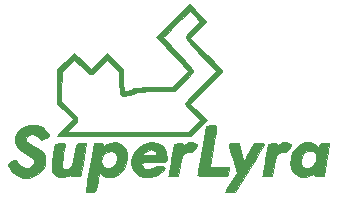
<source format=gto>
G04 #@! TF.GenerationSoftware,KiCad,Pcbnew,(5.1.10)-1*
G04 #@! TF.CreationDate,2021-10-09T15:14:34+01:00*
G04 #@! TF.ProjectId,superlyra-hs-plate,73757065-726c-4797-9261-2d68732d706c,0.1*
G04 #@! TF.SameCoordinates,Original*
G04 #@! TF.FileFunction,Legend,Top*
G04 #@! TF.FilePolarity,Positive*
%FSLAX46Y46*%
G04 Gerber Fmt 4.6, Leading zero omitted, Abs format (unit mm)*
G04 Created by KiCad (PCBNEW (5.1.10)-1) date 2021-10-09 15:14:34*
%MOMM*%
%LPD*%
G01*
G04 APERTURE LIST*
%ADD10C,0.010000*%
%ADD11C,3.500000*%
%ADD12O,1.333500X0.508000*%
%ADD13O,5.080000X1.270000*%
%ADD14O,0.508000X5.842000*%
%ADD15O,0.508000X4.572000*%
%ADD16O,15.595600X0.508000*%
%ADD17C,1.752600*%
G04 APERTURE END LIST*
D10*
G04 #@! TO.C,H25*
G36*
X206039453Y-88633955D02*
G01*
X206365818Y-88842945D01*
X206590670Y-89175618D01*
X206702841Y-89618974D01*
X206713667Y-89831333D01*
X206633865Y-90339568D01*
X206411136Y-90808905D01*
X206070491Y-91197832D01*
X205765371Y-91405226D01*
X205411020Y-91514593D01*
X205026103Y-91515015D01*
X204677800Y-91411287D01*
X204532827Y-91317252D01*
X204286329Y-91109838D01*
X204183232Y-91804086D01*
X204120242Y-92223813D01*
X204067820Y-92504450D01*
X204008659Y-92673930D01*
X203925456Y-92760188D01*
X203800907Y-92791156D01*
X203617708Y-92794769D01*
X203569589Y-92794667D01*
X203319046Y-92786492D01*
X203201341Y-92752631D01*
X203180384Y-92679078D01*
X203187756Y-92646500D01*
X203213230Y-92523068D01*
X203261877Y-92258317D01*
X203329174Y-91877984D01*
X203410598Y-91407803D01*
X203501625Y-90873509D01*
X203552378Y-90572167D01*
X203625381Y-90136986D01*
X204502503Y-90136986D01*
X204541356Y-90426368D01*
X204652455Y-90607833D01*
X204865893Y-90730876D01*
X205143568Y-90750971D01*
X205414968Y-90667721D01*
X205497257Y-90612618D01*
X205730604Y-90349911D01*
X205848148Y-90059766D01*
X205855095Y-89777163D01*
X205756653Y-89537083D01*
X205558028Y-89374509D01*
X205305353Y-89323334D01*
X205001962Y-89394383D01*
X204753336Y-89580602D01*
X204580006Y-89841600D01*
X204502503Y-90136986D01*
X203625381Y-90136986D01*
X203875500Y-88646000D01*
X204278583Y-88646000D01*
X204538464Y-88661186D01*
X204661209Y-88712980D01*
X204681667Y-88771756D01*
X204707258Y-88838855D01*
X204807217Y-88814382D01*
X204956833Y-88729739D01*
X205293008Y-88599919D01*
X205622748Y-88561650D01*
X206039453Y-88633955D01*
G37*
X206039453Y-88633955D02*
X206365818Y-88842945D01*
X206590670Y-89175618D01*
X206702841Y-89618974D01*
X206713667Y-89831333D01*
X206633865Y-90339568D01*
X206411136Y-90808905D01*
X206070491Y-91197832D01*
X205765371Y-91405226D01*
X205411020Y-91514593D01*
X205026103Y-91515015D01*
X204677800Y-91411287D01*
X204532827Y-91317252D01*
X204286329Y-91109838D01*
X204183232Y-91804086D01*
X204120242Y-92223813D01*
X204067820Y-92504450D01*
X204008659Y-92673930D01*
X203925456Y-92760188D01*
X203800907Y-92791156D01*
X203617708Y-92794769D01*
X203569589Y-92794667D01*
X203319046Y-92786492D01*
X203201341Y-92752631D01*
X203180384Y-92679078D01*
X203187756Y-92646500D01*
X203213230Y-92523068D01*
X203261877Y-92258317D01*
X203329174Y-91877984D01*
X203410598Y-91407803D01*
X203501625Y-90873509D01*
X203552378Y-90572167D01*
X203625381Y-90136986D01*
X204502503Y-90136986D01*
X204541356Y-90426368D01*
X204652455Y-90607833D01*
X204865893Y-90730876D01*
X205143568Y-90750971D01*
X205414968Y-90667721D01*
X205497257Y-90612618D01*
X205730604Y-90349911D01*
X205848148Y-90059766D01*
X205855095Y-89777163D01*
X205756653Y-89537083D01*
X205558028Y-89374509D01*
X205305353Y-89323334D01*
X205001962Y-89394383D01*
X204753336Y-89580602D01*
X204580006Y-89841600D01*
X204502503Y-90136986D01*
X203625381Y-90136986D01*
X203875500Y-88646000D01*
X204278583Y-88646000D01*
X204538464Y-88661186D01*
X204661209Y-88712980D01*
X204681667Y-88771756D01*
X204707258Y-88838855D01*
X204807217Y-88814382D01*
X204956833Y-88729739D01*
X205293008Y-88599919D01*
X205622748Y-88561650D01*
X206039453Y-88633955D01*
G36*
X216326539Y-89369322D02*
G01*
X216401089Y-89698325D01*
X216470318Y-89958137D01*
X216523050Y-90108463D01*
X216537259Y-90129063D01*
X216599475Y-90075170D01*
X216720807Y-89900855D01*
X216881847Y-89635722D01*
X217010093Y-89407767D01*
X217424000Y-88650053D01*
X217875555Y-88648027D01*
X218119962Y-88657754D01*
X218271818Y-88684952D01*
X218298889Y-88710911D01*
X218249389Y-88797748D01*
X218123829Y-89010299D01*
X217933697Y-89329337D01*
X217690484Y-89735635D01*
X217405680Y-90209963D01*
X217090774Y-90733094D01*
X217059341Y-90785245D01*
X215848015Y-92794667D01*
X215429507Y-92794667D01*
X215189526Y-92787505D01*
X215038133Y-92769216D01*
X215011000Y-92755310D01*
X215052247Y-92671302D01*
X215163937Y-92474245D01*
X215327995Y-92195445D01*
X215486615Y-91931593D01*
X215962231Y-91147232D01*
X215642099Y-90002450D01*
X215523489Y-89580247D01*
X215419164Y-89212514D01*
X215338520Y-88932106D01*
X215290953Y-88771875D01*
X215284425Y-88751834D01*
X215315101Y-88686806D01*
X215478677Y-88653333D01*
X215710814Y-88646000D01*
X216174746Y-88646000D01*
X216326539Y-89369322D01*
G37*
X216326539Y-89369322D02*
X216401089Y-89698325D01*
X216470318Y-89958137D01*
X216523050Y-90108463D01*
X216537259Y-90129063D01*
X216599475Y-90075170D01*
X216720807Y-89900855D01*
X216881847Y-89635722D01*
X217010093Y-89407767D01*
X217424000Y-88650053D01*
X217875555Y-88648027D01*
X218119962Y-88657754D01*
X218271818Y-88684952D01*
X218298889Y-88710911D01*
X218249389Y-88797748D01*
X218123829Y-89010299D01*
X217933697Y-89329337D01*
X217690484Y-89735635D01*
X217405680Y-90209963D01*
X217090774Y-90733094D01*
X217059341Y-90785245D01*
X215848015Y-92794667D01*
X215429507Y-92794667D01*
X215189526Y-92787505D01*
X215038133Y-92769216D01*
X215011000Y-92755310D01*
X215052247Y-92671302D01*
X215163937Y-92474245D01*
X215327995Y-92195445D01*
X215486615Y-91931593D01*
X215962231Y-91147232D01*
X215642099Y-90002450D01*
X215523489Y-89580247D01*
X215419164Y-89212514D01*
X215338520Y-88932106D01*
X215290953Y-88771875D01*
X215284425Y-88751834D01*
X215315101Y-88686806D01*
X215478677Y-88653333D01*
X215710814Y-88646000D01*
X216174746Y-88646000D01*
X216326539Y-89369322D01*
G36*
X199001022Y-87080393D02*
G01*
X199282699Y-87153636D01*
X199530333Y-87302520D01*
X199747875Y-87499928D01*
X199940545Y-87707148D01*
X200071780Y-87876128D01*
X200109667Y-87955806D01*
X200040610Y-88047469D01*
X199866137Y-88170058D01*
X199766424Y-88225001D01*
X199423181Y-88400111D01*
X199182121Y-88142055D01*
X198911026Y-87944739D01*
X198615754Y-87877776D01*
X198341527Y-87945254D01*
X198204355Y-88053677D01*
X198102674Y-88249430D01*
X198157209Y-88446108D01*
X198371934Y-88649450D01*
X198750820Y-88865197D01*
X198773645Y-88876174D01*
X199227168Y-89128747D01*
X199531376Y-89391784D01*
X199705733Y-89689451D01*
X199769703Y-90045914D01*
X199771000Y-90114509D01*
X199737413Y-90475841D01*
X199619187Y-90770457D01*
X199556451Y-90869762D01*
X199240830Y-91197518D01*
X198827449Y-91432952D01*
X198365222Y-91559964D01*
X197903063Y-91562454D01*
X197647680Y-91498051D01*
X197214072Y-91287582D01*
X196893011Y-91009245D01*
X196825191Y-90926209D01*
X196655710Y-90676342D01*
X196613092Y-90498705D01*
X196702536Y-90347751D01*
X196909089Y-90191195D01*
X197124661Y-90059803D01*
X197242647Y-90024639D01*
X197297847Y-90076352D01*
X197301209Y-90085807D01*
X197431818Y-90303589D01*
X197651445Y-90519826D01*
X197902465Y-90688154D01*
X198127251Y-90762204D01*
X198142448Y-90762667D01*
X198408595Y-90703970D01*
X198647031Y-90555268D01*
X198805041Y-90357644D01*
X198839667Y-90219311D01*
X198795637Y-90037514D01*
X198647898Y-89867756D01*
X198372976Y-89687812D01*
X198162333Y-89578071D01*
X197865807Y-89404249D01*
X197582754Y-89196115D01*
X197507047Y-89129118D01*
X197264541Y-88804356D01*
X197169187Y-88455208D01*
X197205189Y-88103339D01*
X197356747Y-87770413D01*
X197608065Y-87478095D01*
X197943343Y-87248050D01*
X198346783Y-87101941D01*
X198802587Y-87061434D01*
X199001022Y-87080393D01*
G37*
X199001022Y-87080393D02*
X199282699Y-87153636D01*
X199530333Y-87302520D01*
X199747875Y-87499928D01*
X199940545Y-87707148D01*
X200071780Y-87876128D01*
X200109667Y-87955806D01*
X200040610Y-88047469D01*
X199866137Y-88170058D01*
X199766424Y-88225001D01*
X199423181Y-88400111D01*
X199182121Y-88142055D01*
X198911026Y-87944739D01*
X198615754Y-87877776D01*
X198341527Y-87945254D01*
X198204355Y-88053677D01*
X198102674Y-88249430D01*
X198157209Y-88446108D01*
X198371934Y-88649450D01*
X198750820Y-88865197D01*
X198773645Y-88876174D01*
X199227168Y-89128747D01*
X199531376Y-89391784D01*
X199705733Y-89689451D01*
X199769703Y-90045914D01*
X199771000Y-90114509D01*
X199737413Y-90475841D01*
X199619187Y-90770457D01*
X199556451Y-90869762D01*
X199240830Y-91197518D01*
X198827449Y-91432952D01*
X198365222Y-91559964D01*
X197903063Y-91562454D01*
X197647680Y-91498051D01*
X197214072Y-91287582D01*
X196893011Y-91009245D01*
X196825191Y-90926209D01*
X196655710Y-90676342D01*
X196613092Y-90498705D01*
X196702536Y-90347751D01*
X196909089Y-90191195D01*
X197124661Y-90059803D01*
X197242647Y-90024639D01*
X197297847Y-90076352D01*
X197301209Y-90085807D01*
X197431818Y-90303589D01*
X197651445Y-90519826D01*
X197902465Y-90688154D01*
X198127251Y-90762204D01*
X198142448Y-90762667D01*
X198408595Y-90703970D01*
X198647031Y-90555268D01*
X198805041Y-90357644D01*
X198839667Y-90219311D01*
X198795637Y-90037514D01*
X198647898Y-89867756D01*
X198372976Y-89687812D01*
X198162333Y-89578071D01*
X197865807Y-89404249D01*
X197582754Y-89196115D01*
X197507047Y-89129118D01*
X197264541Y-88804356D01*
X197169187Y-88455208D01*
X197205189Y-88103339D01*
X197356747Y-87770413D01*
X197608065Y-87478095D01*
X197943343Y-87248050D01*
X198346783Y-87101941D01*
X198802587Y-87061434D01*
X199001022Y-87080393D01*
G36*
X202811568Y-88646000D02*
G01*
X203216059Y-88646000D01*
X203016897Y-89852500D01*
X202926635Y-90405090D01*
X202858095Y-90813028D01*
X202801587Y-91098056D01*
X202747422Y-91281917D01*
X202685909Y-91386353D01*
X202607359Y-91433106D01*
X202502081Y-91443919D01*
X202360385Y-91440534D01*
X202309387Y-91440000D01*
X202068434Y-91424324D01*
X201915781Y-91384258D01*
X201887667Y-91353159D01*
X201823629Y-91326791D01*
X201661085Y-91383818D01*
X201637871Y-91395493D01*
X201246772Y-91520409D01*
X200878187Y-91490577D01*
X200559901Y-91308954D01*
X200526487Y-91277180D01*
X200405070Y-91135969D01*
X200327130Y-90980141D01*
X200291115Y-90780385D01*
X200295477Y-90507392D01*
X200338664Y-90131851D01*
X200419127Y-89624452D01*
X200434342Y-89535000D01*
X200579160Y-88688334D01*
X201032126Y-88662382D01*
X201292165Y-88651930D01*
X201420661Y-88669727D01*
X201454927Y-88731364D01*
X201437388Y-88831716D01*
X201367330Y-89155271D01*
X201299883Y-89529642D01*
X201240869Y-89912956D01*
X201196110Y-90263341D01*
X201171429Y-90538927D01*
X201172647Y-90697840D01*
X201176092Y-90710891D01*
X201304886Y-90818299D01*
X201513773Y-90847334D01*
X201717061Y-90816788D01*
X201872706Y-90709730D01*
X201994281Y-90503024D01*
X202095361Y-90173535D01*
X202189519Y-89698128D01*
X202190123Y-89694596D01*
X202264493Y-89261160D01*
X202323125Y-88967107D01*
X202381993Y-88785481D01*
X202457073Y-88689327D01*
X202564339Y-88651691D01*
X202719766Y-88645617D01*
X202811568Y-88646000D01*
G37*
X202811568Y-88646000D02*
X203216059Y-88646000D01*
X203016897Y-89852500D01*
X202926635Y-90405090D01*
X202858095Y-90813028D01*
X202801587Y-91098056D01*
X202747422Y-91281917D01*
X202685909Y-91386353D01*
X202607359Y-91433106D01*
X202502081Y-91443919D01*
X202360385Y-91440534D01*
X202309387Y-91440000D01*
X202068434Y-91424324D01*
X201915781Y-91384258D01*
X201887667Y-91353159D01*
X201823629Y-91326791D01*
X201661085Y-91383818D01*
X201637871Y-91395493D01*
X201246772Y-91520409D01*
X200878187Y-91490577D01*
X200559901Y-91308954D01*
X200526487Y-91277180D01*
X200405070Y-91135969D01*
X200327130Y-90980141D01*
X200291115Y-90780385D01*
X200295477Y-90507392D01*
X200338664Y-90131851D01*
X200419127Y-89624452D01*
X200434342Y-89535000D01*
X200579160Y-88688334D01*
X201032126Y-88662382D01*
X201292165Y-88651930D01*
X201420661Y-88669727D01*
X201454927Y-88731364D01*
X201437388Y-88831716D01*
X201367330Y-89155271D01*
X201299883Y-89529642D01*
X201240869Y-89912956D01*
X201196110Y-90263341D01*
X201171429Y-90538927D01*
X201172647Y-90697840D01*
X201176092Y-90710891D01*
X201304886Y-90818299D01*
X201513773Y-90847334D01*
X201717061Y-90816788D01*
X201872706Y-90709730D01*
X201994281Y-90503024D01*
X202095361Y-90173535D01*
X202189519Y-89698128D01*
X202190123Y-89694596D01*
X202264493Y-89261160D01*
X202323125Y-88967107D01*
X202381993Y-88785481D01*
X202457073Y-88689327D01*
X202564339Y-88651691D01*
X202719766Y-88645617D01*
X202811568Y-88646000D01*
G36*
X209259981Y-88629888D02*
G01*
X209626993Y-88821585D01*
X209885511Y-89118367D01*
X210013561Y-89501859D01*
X210020972Y-89577334D01*
X210039697Y-89853537D01*
X210036232Y-90042494D01*
X209984713Y-90160677D01*
X209859274Y-90224554D01*
X209634050Y-90250599D01*
X209283177Y-90255281D01*
X208957333Y-90254667D01*
X208488021Y-90258175D01*
X208168871Y-90274265D01*
X207980763Y-90311283D01*
X207904578Y-90377575D01*
X207921198Y-90481489D01*
X208011502Y-90631371D01*
X208030801Y-90659161D01*
X208232443Y-90810639D01*
X208515893Y-90840549D01*
X208844695Y-90748517D01*
X208994635Y-90669116D01*
X209213890Y-90557062D01*
X209401103Y-90539214D01*
X209607284Y-90587810D01*
X209808293Y-90658104D01*
X209874773Y-90726929D01*
X209837071Y-90831417D01*
X209823983Y-90852982D01*
X209690919Y-91004367D01*
X209480752Y-91184340D01*
X209392872Y-91248663D01*
X209017313Y-91426072D01*
X208572692Y-91511524D01*
X208124962Y-91499764D01*
X207740072Y-91385535D01*
X207731354Y-91381077D01*
X207372954Y-91105773D01*
X207140850Y-90731485D01*
X207054338Y-90290064D01*
X207054193Y-90263313D01*
X207133356Y-89734734D01*
X207170982Y-89657036D01*
X207941333Y-89657036D01*
X208555167Y-89659518D01*
X208887188Y-89653196D01*
X209079416Y-89627177D01*
X209160803Y-89575872D01*
X209169000Y-89541048D01*
X209094719Y-89354328D01*
X208912866Y-89208530D01*
X208698621Y-89154000D01*
X208510143Y-89209419D01*
X208286530Y-89347971D01*
X208217836Y-89405518D01*
X207941333Y-89657036D01*
X207170982Y-89657036D01*
X207352597Y-89282009D01*
X207692562Y-88923931D01*
X208133899Y-88679295D01*
X208657254Y-88566894D01*
X208806447Y-88561650D01*
X209259981Y-88629888D01*
G37*
X209259981Y-88629888D02*
X209626993Y-88821585D01*
X209885511Y-89118367D01*
X210013561Y-89501859D01*
X210020972Y-89577334D01*
X210039697Y-89853537D01*
X210036232Y-90042494D01*
X209984713Y-90160677D01*
X209859274Y-90224554D01*
X209634050Y-90250599D01*
X209283177Y-90255281D01*
X208957333Y-90254667D01*
X208488021Y-90258175D01*
X208168871Y-90274265D01*
X207980763Y-90311283D01*
X207904578Y-90377575D01*
X207921198Y-90481489D01*
X208011502Y-90631371D01*
X208030801Y-90659161D01*
X208232443Y-90810639D01*
X208515893Y-90840549D01*
X208844695Y-90748517D01*
X208994635Y-90669116D01*
X209213890Y-90557062D01*
X209401103Y-90539214D01*
X209607284Y-90587810D01*
X209808293Y-90658104D01*
X209874773Y-90726929D01*
X209837071Y-90831417D01*
X209823983Y-90852982D01*
X209690919Y-91004367D01*
X209480752Y-91184340D01*
X209392872Y-91248663D01*
X209017313Y-91426072D01*
X208572692Y-91511524D01*
X208124962Y-91499764D01*
X207740072Y-91385535D01*
X207731354Y-91381077D01*
X207372954Y-91105773D01*
X207140850Y-90731485D01*
X207054338Y-90290064D01*
X207054193Y-90263313D01*
X207133356Y-89734734D01*
X207170982Y-89657036D01*
X207941333Y-89657036D01*
X208555167Y-89659518D01*
X208887188Y-89653196D01*
X209079416Y-89627177D01*
X209160803Y-89575872D01*
X209169000Y-89541048D01*
X209094719Y-89354328D01*
X208912866Y-89208530D01*
X208698621Y-89154000D01*
X208510143Y-89209419D01*
X208286530Y-89347971D01*
X208217836Y-89405518D01*
X207941333Y-89657036D01*
X207170982Y-89657036D01*
X207352597Y-89282009D01*
X207692562Y-88923931D01*
X208133899Y-88679295D01*
X208657254Y-88566894D01*
X208806447Y-88561650D01*
X209259981Y-88629888D01*
G36*
X222550538Y-88690508D02*
G01*
X222721176Y-88801131D01*
X222799748Y-88896215D01*
X222800333Y-88902174D01*
X222864828Y-88982286D01*
X222885000Y-88984667D01*
X222953790Y-88913754D01*
X222969667Y-88815334D01*
X222991746Y-88714123D01*
X223085633Y-88663428D01*
X223292801Y-88646809D01*
X223396836Y-88646000D01*
X223824006Y-88646000D01*
X223772547Y-88921167D01*
X223738760Y-89108349D01*
X223683704Y-89420534D01*
X223614720Y-89815826D01*
X223539151Y-90252330D01*
X223531451Y-90297000D01*
X223341815Y-91397667D01*
X222944074Y-91423472D01*
X222694350Y-91427721D01*
X222574211Y-91391491D01*
X222546333Y-91317475D01*
X222525289Y-91245649D01*
X222437258Y-91254091D01*
X222244896Y-91347252D01*
X222230087Y-91355169D01*
X221802698Y-91501881D01*
X221380964Y-91492023D01*
X221047610Y-91358761D01*
X220745284Y-91086481D01*
X220569080Y-90710699D01*
X220514333Y-90243269D01*
X220534199Y-90097909D01*
X221372893Y-90097909D01*
X221396363Y-90409617D01*
X221551900Y-90651090D01*
X221784333Y-90781000D01*
X222013815Y-90778890D01*
X222278388Y-90671706D01*
X222510528Y-90489074D01*
X222546843Y-90446455D01*
X222676082Y-90168960D01*
X222712900Y-89834195D01*
X222649331Y-89529716D01*
X222633233Y-89496840D01*
X222462003Y-89331230D01*
X222219511Y-89280952D01*
X221949068Y-89336650D01*
X221693987Y-89488970D01*
X221497577Y-89728556D01*
X221489433Y-89743895D01*
X221372893Y-90097909D01*
X220534199Y-90097909D01*
X220580877Y-89756386D01*
X220764397Y-89328173D01*
X221040724Y-88977060D01*
X221385690Y-88721477D01*
X221775125Y-88579856D01*
X222184860Y-88570627D01*
X222550538Y-88690508D01*
G37*
X222550538Y-88690508D02*
X222721176Y-88801131D01*
X222799748Y-88896215D01*
X222800333Y-88902174D01*
X222864828Y-88982286D01*
X222885000Y-88984667D01*
X222953790Y-88913754D01*
X222969667Y-88815334D01*
X222991746Y-88714123D01*
X223085633Y-88663428D01*
X223292801Y-88646809D01*
X223396836Y-88646000D01*
X223824006Y-88646000D01*
X223772547Y-88921167D01*
X223738760Y-89108349D01*
X223683704Y-89420534D01*
X223614720Y-89815826D01*
X223539151Y-90252330D01*
X223531451Y-90297000D01*
X223341815Y-91397667D01*
X222944074Y-91423472D01*
X222694350Y-91427721D01*
X222574211Y-91391491D01*
X222546333Y-91317475D01*
X222525289Y-91245649D01*
X222437258Y-91254091D01*
X222244896Y-91347252D01*
X222230087Y-91355169D01*
X221802698Y-91501881D01*
X221380964Y-91492023D01*
X221047610Y-91358761D01*
X220745284Y-91086481D01*
X220569080Y-90710699D01*
X220514333Y-90243269D01*
X220534199Y-90097909D01*
X221372893Y-90097909D01*
X221396363Y-90409617D01*
X221551900Y-90651090D01*
X221784333Y-90781000D01*
X222013815Y-90778890D01*
X222278388Y-90671706D01*
X222510528Y-90489074D01*
X222546843Y-90446455D01*
X222676082Y-90168960D01*
X222712900Y-89834195D01*
X222649331Y-89529716D01*
X222633233Y-89496840D01*
X222462003Y-89331230D01*
X222219511Y-89280952D01*
X221949068Y-89336650D01*
X221693987Y-89488970D01*
X221497577Y-89728556D01*
X221489433Y-89743895D01*
X221372893Y-90097909D01*
X220534199Y-90097909D01*
X220580877Y-89756386D01*
X220764397Y-89328173D01*
X221040724Y-88977060D01*
X221385690Y-88721477D01*
X221775125Y-88579856D01*
X222184860Y-88570627D01*
X222550538Y-88690508D01*
G36*
X212508060Y-88674008D02*
G01*
X212592241Y-88750455D01*
X212599670Y-88836435D01*
X212520625Y-88978644D01*
X212412965Y-89130672D01*
X212248117Y-89335670D01*
X212128969Y-89415655D01*
X212020145Y-89394280D01*
X212019348Y-89393835D01*
X211789785Y-89352471D01*
X211559666Y-89450794D01*
X211420161Y-89604922D01*
X211356141Y-89766165D01*
X211278834Y-90047724D01*
X211200351Y-90402495D01*
X211160591Y-90614500D01*
X211016015Y-91440000D01*
X210600507Y-91440000D01*
X210362207Y-91436128D01*
X210213362Y-91426243D01*
X210187980Y-91418834D01*
X210202647Y-91332649D01*
X210241296Y-91107908D01*
X210299048Y-90772908D01*
X210371026Y-90355949D01*
X210425097Y-90043000D01*
X210659235Y-88688334D01*
X211057117Y-88662528D01*
X211331687Y-88664714D01*
X211450310Y-88716144D01*
X211455000Y-88735765D01*
X211511307Y-88774601D01*
X211663688Y-88698071D01*
X211958651Y-88582180D01*
X212271317Y-88578581D01*
X212508060Y-88674008D01*
G37*
X212508060Y-88674008D02*
X212592241Y-88750455D01*
X212599670Y-88836435D01*
X212520625Y-88978644D01*
X212412965Y-89130672D01*
X212248117Y-89335670D01*
X212128969Y-89415655D01*
X212020145Y-89394280D01*
X212019348Y-89393835D01*
X211789785Y-89352471D01*
X211559666Y-89450794D01*
X211420161Y-89604922D01*
X211356141Y-89766165D01*
X211278834Y-90047724D01*
X211200351Y-90402495D01*
X211160591Y-90614500D01*
X211016015Y-91440000D01*
X210600507Y-91440000D01*
X210362207Y-91436128D01*
X210213362Y-91426243D01*
X210187980Y-91418834D01*
X210202647Y-91332649D01*
X210241296Y-91107908D01*
X210299048Y-90772908D01*
X210371026Y-90355949D01*
X210425097Y-90043000D01*
X210659235Y-88688334D01*
X211057117Y-88662528D01*
X211331687Y-88664714D01*
X211450310Y-88716144D01*
X211455000Y-88735765D01*
X211511307Y-88774601D01*
X211663688Y-88698071D01*
X211958651Y-88582180D01*
X212271317Y-88578581D01*
X212508060Y-88674008D01*
G36*
X214200309Y-87157071D02*
G01*
X214245916Y-87226405D01*
X214248413Y-87265742D01*
X214234135Y-87393872D01*
X214194718Y-87660228D01*
X214134716Y-88036324D01*
X214058682Y-88493677D01*
X213971171Y-89003801D01*
X213963439Y-89048167D01*
X213679051Y-90678000D01*
X215345433Y-90678000D01*
X215297890Y-90953167D01*
X215255152Y-91176958D01*
X215218421Y-91332770D01*
X215217997Y-91334167D01*
X215156044Y-91378019D01*
X214989408Y-91409046D01*
X214700390Y-91428683D01*
X214271292Y-91438365D01*
X213912990Y-91440000D01*
X213395466Y-91436453D01*
X213028664Y-91424781D01*
X212794101Y-91403442D01*
X212673292Y-91370890D01*
X212646175Y-91334167D01*
X212661830Y-91224188D01*
X212702696Y-90971641D01*
X212764698Y-90600741D01*
X212843760Y-90135702D01*
X212935807Y-89600737D01*
X213006008Y-89196334D01*
X213360000Y-87164334D01*
X213804500Y-87138742D01*
X214066467Y-87131654D01*
X214200309Y-87157071D01*
G37*
X214200309Y-87157071D02*
X214245916Y-87226405D01*
X214248413Y-87265742D01*
X214234135Y-87393872D01*
X214194718Y-87660228D01*
X214134716Y-88036324D01*
X214058682Y-88493677D01*
X213971171Y-89003801D01*
X213963439Y-89048167D01*
X213679051Y-90678000D01*
X215345433Y-90678000D01*
X215297890Y-90953167D01*
X215255152Y-91176958D01*
X215218421Y-91332770D01*
X215217997Y-91334167D01*
X215156044Y-91378019D01*
X214989408Y-91409046D01*
X214700390Y-91428683D01*
X214271292Y-91438365D01*
X213912990Y-91440000D01*
X213395466Y-91436453D01*
X213028664Y-91424781D01*
X212794101Y-91403442D01*
X212673292Y-91370890D01*
X212646175Y-91334167D01*
X212661830Y-91224188D01*
X212702696Y-90971641D01*
X212764698Y-90600741D01*
X212843760Y-90135702D01*
X212935807Y-89600737D01*
X213006008Y-89196334D01*
X213360000Y-87164334D01*
X213804500Y-87138742D01*
X214066467Y-87131654D01*
X214200309Y-87157071D01*
G36*
X220466726Y-88674008D02*
G01*
X220550907Y-88750455D01*
X220558337Y-88836435D01*
X220479292Y-88978644D01*
X220371632Y-89130672D01*
X220206784Y-89335670D01*
X220087635Y-89415655D01*
X219978812Y-89394280D01*
X219978014Y-89393835D01*
X219748452Y-89352471D01*
X219518332Y-89450794D01*
X219378828Y-89604922D01*
X219314807Y-89766165D01*
X219237500Y-90047724D01*
X219159017Y-90402495D01*
X219119258Y-90614500D01*
X218974682Y-91440000D01*
X218559174Y-91440000D01*
X218320874Y-91436128D01*
X218172029Y-91426243D01*
X218146646Y-91418834D01*
X218161314Y-91332649D01*
X218199963Y-91107908D01*
X218257714Y-90772908D01*
X218329693Y-90355949D01*
X218383764Y-90043000D01*
X218617901Y-88688334D01*
X219015784Y-88662528D01*
X219290354Y-88664714D01*
X219408977Y-88716144D01*
X219413667Y-88735765D01*
X219469973Y-88774601D01*
X219622354Y-88698071D01*
X219917317Y-88582180D01*
X220229983Y-88578581D01*
X220466726Y-88674008D01*
G37*
X220466726Y-88674008D02*
X220550907Y-88750455D01*
X220558337Y-88836435D01*
X220479292Y-88978644D01*
X220371632Y-89130672D01*
X220206784Y-89335670D01*
X220087635Y-89415655D01*
X219978812Y-89394280D01*
X219978014Y-89393835D01*
X219748452Y-89352471D01*
X219518332Y-89450794D01*
X219378828Y-89604922D01*
X219314807Y-89766165D01*
X219237500Y-90047724D01*
X219159017Y-90402495D01*
X219119258Y-90614500D01*
X218974682Y-91440000D01*
X218559174Y-91440000D01*
X218320874Y-91436128D01*
X218172029Y-91426243D01*
X218146646Y-91418834D01*
X218161314Y-91332649D01*
X218199963Y-91107908D01*
X218257714Y-90772908D01*
X218329693Y-90355949D01*
X218383764Y-90043000D01*
X218617901Y-88688334D01*
X219015784Y-88662528D01*
X219290354Y-88664714D01*
X219408977Y-88716144D01*
X219413667Y-88735765D01*
X219469973Y-88774601D01*
X219622354Y-88698071D01*
X219917317Y-88582180D01*
X220229983Y-88578581D01*
X220466726Y-88674008D01*
G36*
X212703833Y-77578930D02*
G01*
X212978965Y-77856737D01*
X213203063Y-78093231D01*
X213352113Y-78262364D01*
X213402333Y-78336606D01*
X213344979Y-78418644D01*
X213189448Y-78590668D01*
X212960536Y-78826253D01*
X212724661Y-79058796D01*
X212046988Y-79714974D01*
X213401994Y-81067995D01*
X213791802Y-81460909D01*
X214137746Y-81816650D01*
X214422778Y-82117105D01*
X214629851Y-82344163D01*
X214741918Y-82479711D01*
X214757000Y-82507667D01*
X214699502Y-82590015D01*
X214538377Y-82773031D01*
X214290676Y-83038599D01*
X213973450Y-83368600D01*
X213603753Y-83744916D01*
X213402720Y-83946613D01*
X212048441Y-85298909D01*
X213440811Y-86698549D01*
X212767392Y-87375941D01*
X212093972Y-88053334D01*
X206440486Y-88053334D01*
X205479117Y-88052436D01*
X204569249Y-88049843D01*
X203724753Y-88045708D01*
X202959502Y-88040180D01*
X202287367Y-88033411D01*
X201722219Y-88025552D01*
X201277931Y-88016755D01*
X200968374Y-88007170D01*
X200807419Y-87996949D01*
X200787000Y-87991707D01*
X200843233Y-87910215D01*
X200995584Y-87736874D01*
X201219530Y-87498661D01*
X201441180Y-87272040D01*
X202095361Y-86614000D01*
X201441180Y-85955960D01*
X200787000Y-85297921D01*
X200787000Y-85051639D01*
X201125667Y-85051639D01*
X201803000Y-85725000D01*
X202141146Y-86071986D01*
X202357685Y-86337274D01*
X202457363Y-86551905D01*
X202444922Y-86746919D01*
X202325105Y-86953355D01*
X202102657Y-87202253D01*
X202038725Y-87267504D01*
X201597118Y-87714667D01*
X211841301Y-87714667D01*
X212847229Y-86698131D01*
X212235781Y-86082575D01*
X211972152Y-85801452D01*
X211767375Y-85552653D01*
X211646367Y-85368043D01*
X211624333Y-85300639D01*
X211684589Y-85183588D01*
X211858244Y-84963336D01*
X212134628Y-84651920D01*
X212503068Y-84261380D01*
X212936714Y-83819952D01*
X214249096Y-82505645D01*
X212979048Y-81237715D01*
X212510156Y-80767774D01*
X212154548Y-80397458D01*
X211906296Y-80106134D01*
X211759469Y-79873168D01*
X211708140Y-79677929D01*
X211746378Y-79499782D01*
X211868255Y-79318095D01*
X212067841Y-79112234D01*
X212305195Y-78892733D01*
X212901389Y-78346821D01*
X212465166Y-77903662D01*
X212251347Y-77693060D01*
X212087808Y-77544397D01*
X212005681Y-77485736D01*
X212002324Y-77486418D01*
X211935200Y-77550117D01*
X211765066Y-77711168D01*
X211511969Y-77950607D01*
X211195958Y-78249466D01*
X210868686Y-78558899D01*
X210513844Y-78897970D01*
X210206151Y-79198877D01*
X209965226Y-79441866D01*
X209810687Y-79607186D01*
X209761667Y-79673517D01*
X209818091Y-79751871D01*
X209975829Y-79932288D01*
X210217576Y-80195989D01*
X210526029Y-80524191D01*
X210883884Y-80898114D01*
X211010500Y-81028992D01*
X211384291Y-81420809D01*
X211716150Y-81781014D01*
X211988061Y-82089040D01*
X212182011Y-82324316D01*
X212279983Y-82466274D01*
X212287971Y-82487614D01*
X212257832Y-82609079D01*
X212129854Y-82799481D01*
X211893567Y-83072087D01*
X211538501Y-83440164D01*
X211527643Y-83451074D01*
X210738678Y-84243334D01*
X209297305Y-84243334D01*
X208756643Y-84245181D01*
X208350435Y-84253153D01*
X208043822Y-84270893D01*
X207801945Y-84302046D01*
X207589942Y-84350254D01*
X207372954Y-84419163D01*
X207272371Y-84455000D01*
X206804265Y-84603174D01*
X206461877Y-84659735D01*
X206229507Y-84626208D01*
X206137933Y-84565067D01*
X206084932Y-84419390D01*
X206051047Y-84110608D01*
X206036787Y-83643925D01*
X206036333Y-83525250D01*
X206036333Y-82587033D01*
X205528065Y-82084068D01*
X205019797Y-81581104D01*
X204404241Y-82192552D01*
X204125945Y-82453544D01*
X203878082Y-82657968D01*
X203693115Y-82780404D01*
X203623333Y-82804000D01*
X203494806Y-82746531D01*
X203283045Y-82591157D01*
X203020719Y-82363428D01*
X202845647Y-82195752D01*
X202233312Y-81587504D01*
X201742989Y-82045482D01*
X201503177Y-82272920D01*
X201310551Y-82461966D01*
X201200071Y-82578152D01*
X201190463Y-82590230D01*
X201167865Y-82702519D01*
X201148743Y-82950844D01*
X201134754Y-83301921D01*
X201127558Y-83722463D01*
X201126963Y-83864320D01*
X201125667Y-85051639D01*
X200787000Y-85051639D01*
X200787000Y-82399676D01*
X201465332Y-81734005D01*
X201742573Y-81465405D01*
X201977138Y-81244626D01*
X202142026Y-81096664D01*
X202207657Y-81046670D01*
X202289243Y-81094468D01*
X202462187Y-81240640D01*
X202700177Y-81461787D01*
X202945614Y-81702945D01*
X203619577Y-82380885D01*
X205021389Y-80986355D01*
X205694928Y-81662344D01*
X206368466Y-82338334D01*
X206371733Y-83290834D01*
X206373875Y-83724610D01*
X206390031Y-84010706D01*
X206440095Y-84170672D01*
X206543960Y-84226061D01*
X206721519Y-84198421D01*
X206992667Y-84109305D01*
X207094667Y-84074000D01*
X207306816Y-84009314D01*
X207530132Y-83963093D01*
X207797888Y-83932434D01*
X208143359Y-83914434D01*
X208599819Y-83906192D01*
X209035957Y-83904667D01*
X210485072Y-83904667D01*
X211184718Y-83201367D01*
X211884365Y-82498067D01*
X211267065Y-81867867D01*
X210947304Y-81540392D01*
X210563888Y-81146174D01*
X210170540Y-80740516D01*
X209894027Y-80454465D01*
X209138287Y-79671263D01*
X212005333Y-76887265D01*
X212703833Y-77578930D01*
G37*
X212703833Y-77578930D02*
X212978965Y-77856737D01*
X213203063Y-78093231D01*
X213352113Y-78262364D01*
X213402333Y-78336606D01*
X213344979Y-78418644D01*
X213189448Y-78590668D01*
X212960536Y-78826253D01*
X212724661Y-79058796D01*
X212046988Y-79714974D01*
X213401994Y-81067995D01*
X213791802Y-81460909D01*
X214137746Y-81816650D01*
X214422778Y-82117105D01*
X214629851Y-82344163D01*
X214741918Y-82479711D01*
X214757000Y-82507667D01*
X214699502Y-82590015D01*
X214538377Y-82773031D01*
X214290676Y-83038599D01*
X213973450Y-83368600D01*
X213603753Y-83744916D01*
X213402720Y-83946613D01*
X212048441Y-85298909D01*
X213440811Y-86698549D01*
X212767392Y-87375941D01*
X212093972Y-88053334D01*
X206440486Y-88053334D01*
X205479117Y-88052436D01*
X204569249Y-88049843D01*
X203724753Y-88045708D01*
X202959502Y-88040180D01*
X202287367Y-88033411D01*
X201722219Y-88025552D01*
X201277931Y-88016755D01*
X200968374Y-88007170D01*
X200807419Y-87996949D01*
X200787000Y-87991707D01*
X200843233Y-87910215D01*
X200995584Y-87736874D01*
X201219530Y-87498661D01*
X201441180Y-87272040D01*
X202095361Y-86614000D01*
X201441180Y-85955960D01*
X200787000Y-85297921D01*
X200787000Y-85051639D01*
X201125667Y-85051639D01*
X201803000Y-85725000D01*
X202141146Y-86071986D01*
X202357685Y-86337274D01*
X202457363Y-86551905D01*
X202444922Y-86746919D01*
X202325105Y-86953355D01*
X202102657Y-87202253D01*
X202038725Y-87267504D01*
X201597118Y-87714667D01*
X211841301Y-87714667D01*
X212847229Y-86698131D01*
X212235781Y-86082575D01*
X211972152Y-85801452D01*
X211767375Y-85552653D01*
X211646367Y-85368043D01*
X211624333Y-85300639D01*
X211684589Y-85183588D01*
X211858244Y-84963336D01*
X212134628Y-84651920D01*
X212503068Y-84261380D01*
X212936714Y-83819952D01*
X214249096Y-82505645D01*
X212979048Y-81237715D01*
X212510156Y-80767774D01*
X212154548Y-80397458D01*
X211906296Y-80106134D01*
X211759469Y-79873168D01*
X211708140Y-79677929D01*
X211746378Y-79499782D01*
X211868255Y-79318095D01*
X212067841Y-79112234D01*
X212305195Y-78892733D01*
X212901389Y-78346821D01*
X212465166Y-77903662D01*
X212251347Y-77693060D01*
X212087808Y-77544397D01*
X212005681Y-77485736D01*
X212002324Y-77486418D01*
X211935200Y-77550117D01*
X211765066Y-77711168D01*
X211511969Y-77950607D01*
X211195958Y-78249466D01*
X210868686Y-78558899D01*
X210513844Y-78897970D01*
X210206151Y-79198877D01*
X209965226Y-79441866D01*
X209810687Y-79607186D01*
X209761667Y-79673517D01*
X209818091Y-79751871D01*
X209975829Y-79932288D01*
X210217576Y-80195989D01*
X210526029Y-80524191D01*
X210883884Y-80898114D01*
X211010500Y-81028992D01*
X211384291Y-81420809D01*
X211716150Y-81781014D01*
X211988061Y-82089040D01*
X212182011Y-82324316D01*
X212279983Y-82466274D01*
X212287971Y-82487614D01*
X212257832Y-82609079D01*
X212129854Y-82799481D01*
X211893567Y-83072087D01*
X211538501Y-83440164D01*
X211527643Y-83451074D01*
X210738678Y-84243334D01*
X209297305Y-84243334D01*
X208756643Y-84245181D01*
X208350435Y-84253153D01*
X208043822Y-84270893D01*
X207801945Y-84302046D01*
X207589942Y-84350254D01*
X207372954Y-84419163D01*
X207272371Y-84455000D01*
X206804265Y-84603174D01*
X206461877Y-84659735D01*
X206229507Y-84626208D01*
X206137933Y-84565067D01*
X206084932Y-84419390D01*
X206051047Y-84110608D01*
X206036787Y-83643925D01*
X206036333Y-83525250D01*
X206036333Y-82587033D01*
X205528065Y-82084068D01*
X205019797Y-81581104D01*
X204404241Y-82192552D01*
X204125945Y-82453544D01*
X203878082Y-82657968D01*
X203693115Y-82780404D01*
X203623333Y-82804000D01*
X203494806Y-82746531D01*
X203283045Y-82591157D01*
X203020719Y-82363428D01*
X202845647Y-82195752D01*
X202233312Y-81587504D01*
X201742989Y-82045482D01*
X201503177Y-82272920D01*
X201310551Y-82461966D01*
X201200071Y-82578152D01*
X201190463Y-82590230D01*
X201167865Y-82702519D01*
X201148743Y-82950844D01*
X201134754Y-83301921D01*
X201127558Y-83722463D01*
X201126963Y-83864320D01*
X201125667Y-85051639D01*
X200787000Y-85051639D01*
X200787000Y-82399676D01*
X201465332Y-81734005D01*
X201742573Y-81465405D01*
X201977138Y-81244626D01*
X202142026Y-81096664D01*
X202207657Y-81046670D01*
X202289243Y-81094468D01*
X202462187Y-81240640D01*
X202700177Y-81461787D01*
X202945614Y-81702945D01*
X203619577Y-82380885D01*
X205021389Y-80986355D01*
X205694928Y-81662344D01*
X206368466Y-82338334D01*
X206371733Y-83290834D01*
X206373875Y-83724610D01*
X206390031Y-84010706D01*
X206440095Y-84170672D01*
X206543960Y-84226061D01*
X206721519Y-84198421D01*
X206992667Y-84109305D01*
X207094667Y-84074000D01*
X207306816Y-84009314D01*
X207530132Y-83963093D01*
X207797888Y-83932434D01*
X208143359Y-83914434D01*
X208599819Y-83906192D01*
X209035957Y-83904667D01*
X210485072Y-83904667D01*
X211184718Y-83201367D01*
X211884365Y-82498067D01*
X211267065Y-81867867D01*
X210947304Y-81540392D01*
X210563888Y-81146174D01*
X210170540Y-80740516D01*
X209894027Y-80454465D01*
X209138287Y-79671263D01*
X212005333Y-76887265D01*
X212703833Y-77578930D01*
G04 #@! TD*
%LPC*%
D11*
G04 #@! TO.C,H1*
X42545000Y-60833000D03*
G04 #@! TD*
G04 #@! TO.C,H5*
X127889000Y-182118000D03*
G04 #@! TD*
G04 #@! TO.C,H7*
X165862000Y-140970000D03*
G04 #@! TD*
G04 #@! TO.C,H8*
X17526000Y-149860000D03*
G04 #@! TD*
G04 #@! TO.C,H9*
X171958000Y-187325000D03*
G04 #@! TD*
G04 #@! TO.C,H10*
X164338000Y-83947000D03*
G04 #@! TD*
G04 #@! TO.C,H11*
X256413000Y-84074000D03*
G04 #@! TD*
G04 #@! TO.C,H12*
X253365000Y-140716000D03*
G04 #@! TD*
G04 #@! TO.C,H13*
X401955000Y-149352000D03*
G04 #@! TD*
G04 #@! TO.C,H15*
X247904000Y-187198000D03*
G04 #@! TD*
G04 #@! TO.C,H16*
X292100000Y-182118000D03*
G04 #@! TD*
G04 #@! TO.C,H20*
X377698000Y-59817000D03*
G04 #@! TD*
G04 #@! TO.C,SW1*
G36*
G01*
X43379045Y-62973597D02*
X43379045Y-62973597D01*
G75*
G02*
X43690130Y-62793992I245345J-65740D01*
G01*
X58263632Y-66698950D01*
G75*
G02*
X58443237Y-67010035I-65740J-245345D01*
G01*
X58443237Y-67010035D01*
G75*
G02*
X58132152Y-67189640I-245345J65740D01*
G01*
X43558650Y-63284682D01*
G75*
G02*
X43379045Y-62973597I65740J245345D01*
G01*
G37*
G36*
G01*
X39894823Y-75976891D02*
X39894823Y-75976891D01*
G75*
G02*
X40205908Y-75797286I245345J-65740D01*
G01*
X54779410Y-79702244D01*
G75*
G02*
X54959015Y-80013329I-65740J-245345D01*
G01*
X54959015Y-80013329D01*
G75*
G02*
X54647930Y-80192934I-245345J65740D01*
G01*
X40074428Y-76287976D01*
G75*
G02*
X39894823Y-75976891I65740J245345D01*
G01*
G37*
G36*
G01*
X42314937Y-66895832D02*
X43366777Y-62970310D01*
G75*
G02*
X43677862Y-62790705I245345J-65740D01*
G01*
X43677862Y-62790705D01*
G75*
G02*
X43857467Y-63101790I-65740J-245345D01*
G01*
X42805627Y-67027312D01*
G75*
G02*
X42494542Y-67206917I-245345J65740D01*
G01*
X42494542Y-67206917D01*
G75*
G02*
X42314937Y-66895832I65740J245345D01*
G01*
G37*
G36*
G01*
X56912974Y-70807365D02*
X57964814Y-66881843D01*
G75*
G02*
X58275899Y-66702238I245345J-65740D01*
G01*
X58275899Y-66702238D01*
G75*
G02*
X58455504Y-67013323I-65740J-245345D01*
G01*
X57403664Y-70938845D01*
G75*
G02*
X57092579Y-71118450I-245345J65740D01*
G01*
X57092579Y-71118450D01*
G75*
G02*
X56912974Y-70807365I65740J245345D01*
G01*
G37*
G36*
G01*
X54480593Y-79885136D02*
X55532433Y-75959614D01*
G75*
G02*
X55843518Y-75780009I245345J-65740D01*
G01*
X55843518Y-75780009D01*
G75*
G02*
X56023123Y-76091094I-65740J-245345D01*
G01*
X54971283Y-80016616D01*
G75*
G02*
X54660198Y-80196221I-245345J65740D01*
G01*
X54660198Y-80196221D01*
G75*
G02*
X54480593Y-79885136I65740J245345D01*
G01*
G37*
G36*
G01*
X39882556Y-75973603D02*
X40934396Y-72048081D01*
G75*
G02*
X41245481Y-71868476I245345J-65740D01*
G01*
X41245481Y-71868476D01*
G75*
G02*
X41425086Y-72179561I-65740J-245345D01*
G01*
X40373246Y-76105083D01*
G75*
G02*
X40062161Y-76284688I-245345J65740D01*
G01*
X40062161Y-76284688D01*
G75*
G02*
X39882556Y-75973603I65740J245345D01*
G01*
G37*
G36*
G01*
X54735062Y-75745958D02*
X56115602Y-70593710D01*
G75*
G02*
X56426687Y-70414105I245345J-65740D01*
G01*
X56426687Y-70414105D01*
G75*
G02*
X56606292Y-70725190I-65740J-245345D01*
G01*
X55225752Y-75877438D01*
G75*
G02*
X54914667Y-76057043I-245345J65740D01*
G01*
X54914667Y-76057043D01*
G75*
G02*
X54735062Y-75745958I65740J245345D01*
G01*
G37*
G36*
G01*
X41731768Y-72261736D02*
X43112308Y-67109488D01*
G75*
G02*
X43423393Y-66929883I245345J-65740D01*
G01*
X43423393Y-66929883D01*
G75*
G02*
X43602998Y-67240968I-65740J-245345D01*
G01*
X42222458Y-72393216D01*
G75*
G02*
X41911373Y-72572821I-245345J65740D01*
G01*
X41911373Y-72572821D01*
G75*
G02*
X41731768Y-72261736I65740J245345D01*
G01*
G37*
G36*
G01*
X48523429Y-64089071D02*
X48523429Y-64089071D01*
G75*
G02*
X49301142Y-63640058I613363J-164350D01*
G01*
X52981320Y-64626158D01*
G75*
G02*
X53430333Y-65403871I-164350J-613363D01*
G01*
X53430333Y-65403871D01*
G75*
G02*
X52652620Y-65852884I-613363J164350D01*
G01*
X48972442Y-64866784D01*
G75*
G02*
X48523429Y-64089071I164350J613363D01*
G01*
G37*
G36*
G01*
X44907727Y-77583055D02*
X44907727Y-77583055D01*
G75*
G02*
X45685440Y-77134042I613363J-164350D01*
G01*
X49365618Y-78120142D01*
G75*
G02*
X49814631Y-78897855I-164350J-613363D01*
G01*
X49814631Y-78897855D01*
G75*
G02*
X49036918Y-79346868I-613363J164350D01*
G01*
X45356740Y-78360768D01*
G75*
G02*
X44907727Y-77583055I164350J613363D01*
G01*
G37*
G36*
G01*
X42314937Y-66895832D02*
X42314937Y-66895832D01*
G75*
G02*
X42626022Y-66716227I245345J-65740D01*
G01*
X43423394Y-66929883D01*
G75*
G02*
X43602999Y-67240968I-65740J-245345D01*
G01*
X43602999Y-67240968D01*
G75*
G02*
X43291914Y-67420573I-245345J65740D01*
G01*
X42494542Y-67206917D01*
G75*
G02*
X42314937Y-66895832I65740J245345D01*
G01*
G37*
G36*
G01*
X56115602Y-70593709D02*
X56115602Y-70593709D01*
G75*
G02*
X56426687Y-70414104I245345J-65740D01*
G01*
X57224059Y-70627760D01*
G75*
G02*
X57403664Y-70938845I-65740J-245345D01*
G01*
X57403664Y-70938845D01*
G75*
G02*
X57092579Y-71118450I-245345J65740D01*
G01*
X56295207Y-70904794D01*
G75*
G02*
X56115602Y-70593709I65740J245345D01*
G01*
G37*
G36*
G01*
X40934396Y-72048081D02*
X40934396Y-72048081D01*
G75*
G02*
X41245481Y-71868476I245345J-65740D01*
G01*
X42042853Y-72082132D01*
G75*
G02*
X42222458Y-72393217I-65740J-245345D01*
G01*
X42222458Y-72393217D01*
G75*
G02*
X41911373Y-72572822I-245345J65740D01*
G01*
X41114001Y-72359166D01*
G75*
G02*
X40934396Y-72048081I65740J245345D01*
G01*
G37*
G36*
G01*
X54735061Y-75745958D02*
X54735061Y-75745958D01*
G75*
G02*
X55046146Y-75566353I245345J-65740D01*
G01*
X55843518Y-75780009D01*
G75*
G02*
X56023123Y-76091094I-65740J-245345D01*
G01*
X56023123Y-76091094D01*
G75*
G02*
X55712038Y-76270699I-245345J65740D01*
G01*
X54914666Y-76057043D01*
G75*
G02*
X54735061Y-75745958I65740J245345D01*
G01*
G37*
G04 #@! TD*
G04 #@! TO.C,SW2*
G36*
G01*
X72893060Y-82101529D02*
X72893060Y-82101529D01*
G75*
G02*
X73204145Y-81921924I245345J-65740D01*
G01*
X74001517Y-82135580D01*
G75*
G02*
X74181122Y-82446665I-65740J-245345D01*
G01*
X74181122Y-82446665D01*
G75*
G02*
X73870037Y-82626270I-245345J65740D01*
G01*
X73072665Y-82412614D01*
G75*
G02*
X72893060Y-82101529I65740J245345D01*
G01*
G37*
G36*
G01*
X59092395Y-78403652D02*
X59092395Y-78403652D01*
G75*
G02*
X59403480Y-78224047I245345J-65740D01*
G01*
X60200852Y-78437703D01*
G75*
G02*
X60380457Y-78748788I-65740J-245345D01*
G01*
X60380457Y-78748788D01*
G75*
G02*
X60069372Y-78928393I-245345J65740D01*
G01*
X59272000Y-78714737D01*
G75*
G02*
X59092395Y-78403652I65740J245345D01*
G01*
G37*
G36*
G01*
X74273601Y-76949280D02*
X74273601Y-76949280D01*
G75*
G02*
X74584686Y-76769675I245345J-65740D01*
G01*
X75382058Y-76983331D01*
G75*
G02*
X75561663Y-77294416I-65740J-245345D01*
G01*
X75561663Y-77294416D01*
G75*
G02*
X75250578Y-77474021I-245345J65740D01*
G01*
X74453206Y-77260365D01*
G75*
G02*
X74273601Y-76949280I65740J245345D01*
G01*
G37*
G36*
G01*
X60472936Y-73251403D02*
X60472936Y-73251403D01*
G75*
G02*
X60784021Y-73071798I245345J-65740D01*
G01*
X61581393Y-73285454D01*
G75*
G02*
X61760998Y-73596539I-65740J-245345D01*
G01*
X61760998Y-73596539D01*
G75*
G02*
X61449913Y-73776144I-245345J65740D01*
G01*
X60652541Y-73562488D01*
G75*
G02*
X60472936Y-73251403I65740J245345D01*
G01*
G37*
G36*
G01*
X63065726Y-83938626D02*
X63065726Y-83938626D01*
G75*
G02*
X63843439Y-83489613I613363J-164350D01*
G01*
X67523617Y-84475713D01*
G75*
G02*
X67972630Y-85253426I-164350J-613363D01*
G01*
X67972630Y-85253426D01*
G75*
G02*
X67194917Y-85702439I-613363J164350D01*
G01*
X63514739Y-84716339D01*
G75*
G02*
X63065726Y-83938626I164350J613363D01*
G01*
G37*
G36*
G01*
X66681428Y-70444642D02*
X66681428Y-70444642D01*
G75*
G02*
X67459141Y-69995629I613363J-164350D01*
G01*
X71139319Y-70981729D01*
G75*
G02*
X71588332Y-71759442I-164350J-613363D01*
G01*
X71588332Y-71759442D01*
G75*
G02*
X70810619Y-72208455I-613363J164350D01*
G01*
X67130441Y-71222355D01*
G75*
G02*
X66681428Y-70444642I164350J613363D01*
G01*
G37*
G36*
G01*
X59889767Y-78617307D02*
X61270307Y-73465059D01*
G75*
G02*
X61581392Y-73285454I245345J-65740D01*
G01*
X61581392Y-73285454D01*
G75*
G02*
X61760997Y-73596539I-65740J-245345D01*
G01*
X60380457Y-78748787D01*
G75*
G02*
X60069372Y-78928392I-245345J65740D01*
G01*
X60069372Y-78928392D01*
G75*
G02*
X59889767Y-78617307I65740J245345D01*
G01*
G37*
G36*
G01*
X72893061Y-82101529D02*
X74273601Y-76949281D01*
G75*
G02*
X74584686Y-76769676I245345J-65740D01*
G01*
X74584686Y-76769676D01*
G75*
G02*
X74764291Y-77080761I-65740J-245345D01*
G01*
X73383751Y-82233009D01*
G75*
G02*
X73072666Y-82412614I-245345J65740D01*
G01*
X73072666Y-82412614D01*
G75*
G02*
X72893061Y-82101529I65740J245345D01*
G01*
G37*
G36*
G01*
X58040555Y-82329174D02*
X59092395Y-78403652D01*
G75*
G02*
X59403480Y-78224047I245345J-65740D01*
G01*
X59403480Y-78224047D01*
G75*
G02*
X59583085Y-78535132I-65740J-245345D01*
G01*
X58531245Y-82460654D01*
G75*
G02*
X58220160Y-82640259I-245345J65740D01*
G01*
X58220160Y-82640259D01*
G75*
G02*
X58040555Y-82329174I65740J245345D01*
G01*
G37*
G36*
G01*
X72638592Y-86240707D02*
X73690432Y-82315185D01*
G75*
G02*
X74001517Y-82135580I245345J-65740D01*
G01*
X74001517Y-82135580D01*
G75*
G02*
X74181122Y-82446665I-65740J-245345D01*
G01*
X73129282Y-86372187D01*
G75*
G02*
X72818197Y-86551792I-245345J65740D01*
G01*
X72818197Y-86551792D01*
G75*
G02*
X72638592Y-86240707I65740J245345D01*
G01*
G37*
G36*
G01*
X75070973Y-77162936D02*
X76122813Y-73237414D01*
G75*
G02*
X76433898Y-73057809I245345J-65740D01*
G01*
X76433898Y-73057809D01*
G75*
G02*
X76613503Y-73368894I-65740J-245345D01*
G01*
X75561663Y-77294416D01*
G75*
G02*
X75250578Y-77474021I-245345J65740D01*
G01*
X75250578Y-77474021D01*
G75*
G02*
X75070973Y-77162936I65740J245345D01*
G01*
G37*
G36*
G01*
X60472936Y-73251403D02*
X61524776Y-69325881D01*
G75*
G02*
X61835861Y-69146276I245345J-65740D01*
G01*
X61835861Y-69146276D01*
G75*
G02*
X62015466Y-69457361I-65740J-245345D01*
G01*
X60963626Y-73382883D01*
G75*
G02*
X60652541Y-73562488I-245345J65740D01*
G01*
X60652541Y-73562488D01*
G75*
G02*
X60472936Y-73251403I65740J245345D01*
G01*
G37*
G36*
G01*
X58052822Y-82332462D02*
X58052822Y-82332462D01*
G75*
G02*
X58363907Y-82152857I245345J-65740D01*
G01*
X72937409Y-86057815D01*
G75*
G02*
X73117014Y-86368900I-65740J-245345D01*
G01*
X73117014Y-86368900D01*
G75*
G02*
X72805929Y-86548505I-245345J65740D01*
G01*
X58232427Y-82643547D01*
G75*
G02*
X58052822Y-82332462I65740J245345D01*
G01*
G37*
G36*
G01*
X61537044Y-69329168D02*
X61537044Y-69329168D01*
G75*
G02*
X61848129Y-69149563I245345J-65740D01*
G01*
X76421631Y-73054521D01*
G75*
G02*
X76601236Y-73365606I-65740J-245345D01*
G01*
X76601236Y-73365606D01*
G75*
G02*
X76290151Y-73545211I-245345J65740D01*
G01*
X61716649Y-69640253D01*
G75*
G02*
X61537044Y-69329168I65740J245345D01*
G01*
G37*
G04 #@! TD*
G04 #@! TO.C,SW3*
G36*
G01*
X80233568Y-72838426D02*
X80233568Y-72838426D01*
G75*
G02*
X80544653Y-72658821I245345J-65740D01*
G01*
X95118155Y-76563779D01*
G75*
G02*
X95297760Y-76874864I-65740J-245345D01*
G01*
X95297760Y-76874864D01*
G75*
G02*
X94986675Y-77054469I-245345J65740D01*
G01*
X80413173Y-73149511D01*
G75*
G02*
X80233568Y-72838426I65740J245345D01*
G01*
G37*
G36*
G01*
X76749346Y-85841720D02*
X76749346Y-85841720D01*
G75*
G02*
X77060431Y-85662115I245345J-65740D01*
G01*
X91633933Y-89567073D01*
G75*
G02*
X91813538Y-89878158I-65740J-245345D01*
G01*
X91813538Y-89878158D01*
G75*
G02*
X91502453Y-90057763I-245345J65740D01*
G01*
X76928951Y-86152805D01*
G75*
G02*
X76749346Y-85841720I65740J245345D01*
G01*
G37*
G36*
G01*
X79169460Y-76760661D02*
X80221300Y-72835139D01*
G75*
G02*
X80532385Y-72655534I245345J-65740D01*
G01*
X80532385Y-72655534D01*
G75*
G02*
X80711990Y-72966619I-65740J-245345D01*
G01*
X79660150Y-76892141D01*
G75*
G02*
X79349065Y-77071746I-245345J65740D01*
G01*
X79349065Y-77071746D01*
G75*
G02*
X79169460Y-76760661I65740J245345D01*
G01*
G37*
G36*
G01*
X93767497Y-80672194D02*
X94819337Y-76746672D01*
G75*
G02*
X95130422Y-76567067I245345J-65740D01*
G01*
X95130422Y-76567067D01*
G75*
G02*
X95310027Y-76878152I-65740J-245345D01*
G01*
X94258187Y-80803674D01*
G75*
G02*
X93947102Y-80983279I-245345J65740D01*
G01*
X93947102Y-80983279D01*
G75*
G02*
X93767497Y-80672194I65740J245345D01*
G01*
G37*
G36*
G01*
X91335116Y-89749965D02*
X92386956Y-85824443D01*
G75*
G02*
X92698041Y-85644838I245345J-65740D01*
G01*
X92698041Y-85644838D01*
G75*
G02*
X92877646Y-85955923I-65740J-245345D01*
G01*
X91825806Y-89881445D01*
G75*
G02*
X91514721Y-90061050I-245345J65740D01*
G01*
X91514721Y-90061050D01*
G75*
G02*
X91335116Y-89749965I65740J245345D01*
G01*
G37*
G36*
G01*
X76737079Y-85838432D02*
X77788919Y-81912910D01*
G75*
G02*
X78100004Y-81733305I245345J-65740D01*
G01*
X78100004Y-81733305D01*
G75*
G02*
X78279609Y-82044390I-65740J-245345D01*
G01*
X77227769Y-85969912D01*
G75*
G02*
X76916684Y-86149517I-245345J65740D01*
G01*
X76916684Y-86149517D01*
G75*
G02*
X76737079Y-85838432I65740J245345D01*
G01*
G37*
G36*
G01*
X91589585Y-85610787D02*
X92970125Y-80458539D01*
G75*
G02*
X93281210Y-80278934I245345J-65740D01*
G01*
X93281210Y-80278934D01*
G75*
G02*
X93460815Y-80590019I-65740J-245345D01*
G01*
X92080275Y-85742267D01*
G75*
G02*
X91769190Y-85921872I-245345J65740D01*
G01*
X91769190Y-85921872D01*
G75*
G02*
X91589585Y-85610787I65740J245345D01*
G01*
G37*
G36*
G01*
X78586291Y-82126565D02*
X79966831Y-76974317D01*
G75*
G02*
X80277916Y-76794712I245345J-65740D01*
G01*
X80277916Y-76794712D01*
G75*
G02*
X80457521Y-77105797I-65740J-245345D01*
G01*
X79076981Y-82258045D01*
G75*
G02*
X78765896Y-82437650I-245345J65740D01*
G01*
X78765896Y-82437650D01*
G75*
G02*
X78586291Y-82126565I65740J245345D01*
G01*
G37*
G36*
G01*
X85377952Y-73953900D02*
X85377952Y-73953900D01*
G75*
G02*
X86155665Y-73504887I613363J-164350D01*
G01*
X89835843Y-74490987D01*
G75*
G02*
X90284856Y-75268700I-164350J-613363D01*
G01*
X90284856Y-75268700D01*
G75*
G02*
X89507143Y-75717713I-613363J164350D01*
G01*
X85826965Y-74731613D01*
G75*
G02*
X85377952Y-73953900I164350J613363D01*
G01*
G37*
G36*
G01*
X81762250Y-87447884D02*
X81762250Y-87447884D01*
G75*
G02*
X82539963Y-86998871I613363J-164350D01*
G01*
X86220141Y-87984971D01*
G75*
G02*
X86669154Y-88762684I-164350J-613363D01*
G01*
X86669154Y-88762684D01*
G75*
G02*
X85891441Y-89211697I-613363J164350D01*
G01*
X82211263Y-88225597D01*
G75*
G02*
X81762250Y-87447884I164350J613363D01*
G01*
G37*
G36*
G01*
X79169460Y-76760661D02*
X79169460Y-76760661D01*
G75*
G02*
X79480545Y-76581056I245345J-65740D01*
G01*
X80277917Y-76794712D01*
G75*
G02*
X80457522Y-77105797I-65740J-245345D01*
G01*
X80457522Y-77105797D01*
G75*
G02*
X80146437Y-77285402I-245345J65740D01*
G01*
X79349065Y-77071746D01*
G75*
G02*
X79169460Y-76760661I65740J245345D01*
G01*
G37*
G36*
G01*
X92970125Y-80458538D02*
X92970125Y-80458538D01*
G75*
G02*
X93281210Y-80278933I245345J-65740D01*
G01*
X94078582Y-80492589D01*
G75*
G02*
X94258187Y-80803674I-65740J-245345D01*
G01*
X94258187Y-80803674D01*
G75*
G02*
X93947102Y-80983279I-245345J65740D01*
G01*
X93149730Y-80769623D01*
G75*
G02*
X92970125Y-80458538I65740J245345D01*
G01*
G37*
G36*
G01*
X77788919Y-81912910D02*
X77788919Y-81912910D01*
G75*
G02*
X78100004Y-81733305I245345J-65740D01*
G01*
X78897376Y-81946961D01*
G75*
G02*
X79076981Y-82258046I-65740J-245345D01*
G01*
X79076981Y-82258046D01*
G75*
G02*
X78765896Y-82437651I-245345J65740D01*
G01*
X77968524Y-82223995D01*
G75*
G02*
X77788919Y-81912910I65740J245345D01*
G01*
G37*
G36*
G01*
X91589584Y-85610787D02*
X91589584Y-85610787D01*
G75*
G02*
X91900669Y-85431182I245345J-65740D01*
G01*
X92698041Y-85644838D01*
G75*
G02*
X92877646Y-85955923I-65740J-245345D01*
G01*
X92877646Y-85955923D01*
G75*
G02*
X92566561Y-86135528I-245345J65740D01*
G01*
X91769189Y-85921872D01*
G75*
G02*
X91589584Y-85610787I65740J245345D01*
G01*
G37*
G04 #@! TD*
G04 #@! TO.C,SW4*
G36*
G01*
X111300747Y-85879996D02*
X111300747Y-85879996D01*
G75*
G02*
X111611832Y-85700391I245345J-65740D01*
G01*
X112409204Y-85914047D01*
G75*
G02*
X112588809Y-86225132I-65740J-245345D01*
G01*
X112588809Y-86225132D01*
G75*
G02*
X112277724Y-86404737I-245345J65740D01*
G01*
X111480352Y-86191081D01*
G75*
G02*
X111300747Y-85879996I65740J245345D01*
G01*
G37*
G36*
G01*
X97500082Y-82182119D02*
X97500082Y-82182119D01*
G75*
G02*
X97811167Y-82002514I245345J-65740D01*
G01*
X98608539Y-82216170D01*
G75*
G02*
X98788144Y-82527255I-65740J-245345D01*
G01*
X98788144Y-82527255D01*
G75*
G02*
X98477059Y-82706860I-245345J65740D01*
G01*
X97679687Y-82493204D01*
G75*
G02*
X97500082Y-82182119I65740J245345D01*
G01*
G37*
G36*
G01*
X112681288Y-80727747D02*
X112681288Y-80727747D01*
G75*
G02*
X112992373Y-80548142I245345J-65740D01*
G01*
X113789745Y-80761798D01*
G75*
G02*
X113969350Y-81072883I-65740J-245345D01*
G01*
X113969350Y-81072883D01*
G75*
G02*
X113658265Y-81252488I-245345J65740D01*
G01*
X112860893Y-81038832D01*
G75*
G02*
X112681288Y-80727747I65740J245345D01*
G01*
G37*
G36*
G01*
X98880623Y-77029870D02*
X98880623Y-77029870D01*
G75*
G02*
X99191708Y-76850265I245345J-65740D01*
G01*
X99989080Y-77063921D01*
G75*
G02*
X100168685Y-77375006I-65740J-245345D01*
G01*
X100168685Y-77375006D01*
G75*
G02*
X99857600Y-77554611I-245345J65740D01*
G01*
X99060228Y-77340955D01*
G75*
G02*
X98880623Y-77029870I65740J245345D01*
G01*
G37*
G36*
G01*
X101473413Y-87717093D02*
X101473413Y-87717093D01*
G75*
G02*
X102251126Y-87268080I613363J-164350D01*
G01*
X105931304Y-88254180D01*
G75*
G02*
X106380317Y-89031893I-164350J-613363D01*
G01*
X106380317Y-89031893D01*
G75*
G02*
X105602604Y-89480906I-613363J164350D01*
G01*
X101922426Y-88494806D01*
G75*
G02*
X101473413Y-87717093I164350J613363D01*
G01*
G37*
G36*
G01*
X105089115Y-74223109D02*
X105089115Y-74223109D01*
G75*
G02*
X105866828Y-73774096I613363J-164350D01*
G01*
X109547006Y-74760196D01*
G75*
G02*
X109996019Y-75537909I-164350J-613363D01*
G01*
X109996019Y-75537909D01*
G75*
G02*
X109218306Y-75986922I-613363J164350D01*
G01*
X105538128Y-75000822D01*
G75*
G02*
X105089115Y-74223109I164350J613363D01*
G01*
G37*
G36*
G01*
X98297454Y-82395774D02*
X99677994Y-77243526D01*
G75*
G02*
X99989079Y-77063921I245345J-65740D01*
G01*
X99989079Y-77063921D01*
G75*
G02*
X100168684Y-77375006I-65740J-245345D01*
G01*
X98788144Y-82527254D01*
G75*
G02*
X98477059Y-82706859I-245345J65740D01*
G01*
X98477059Y-82706859D01*
G75*
G02*
X98297454Y-82395774I65740J245345D01*
G01*
G37*
G36*
G01*
X111300748Y-85879996D02*
X112681288Y-80727748D01*
G75*
G02*
X112992373Y-80548143I245345J-65740D01*
G01*
X112992373Y-80548143D01*
G75*
G02*
X113171978Y-80859228I-65740J-245345D01*
G01*
X111791438Y-86011476D01*
G75*
G02*
X111480353Y-86191081I-245345J65740D01*
G01*
X111480353Y-86191081D01*
G75*
G02*
X111300748Y-85879996I65740J245345D01*
G01*
G37*
G36*
G01*
X96448242Y-86107641D02*
X97500082Y-82182119D01*
G75*
G02*
X97811167Y-82002514I245345J-65740D01*
G01*
X97811167Y-82002514D01*
G75*
G02*
X97990772Y-82313599I-65740J-245345D01*
G01*
X96938932Y-86239121D01*
G75*
G02*
X96627847Y-86418726I-245345J65740D01*
G01*
X96627847Y-86418726D01*
G75*
G02*
X96448242Y-86107641I65740J245345D01*
G01*
G37*
G36*
G01*
X111046279Y-90019174D02*
X112098119Y-86093652D01*
G75*
G02*
X112409204Y-85914047I245345J-65740D01*
G01*
X112409204Y-85914047D01*
G75*
G02*
X112588809Y-86225132I-65740J-245345D01*
G01*
X111536969Y-90150654D01*
G75*
G02*
X111225884Y-90330259I-245345J65740D01*
G01*
X111225884Y-90330259D01*
G75*
G02*
X111046279Y-90019174I65740J245345D01*
G01*
G37*
G36*
G01*
X113478660Y-80941403D02*
X114530500Y-77015881D01*
G75*
G02*
X114841585Y-76836276I245345J-65740D01*
G01*
X114841585Y-76836276D01*
G75*
G02*
X115021190Y-77147361I-65740J-245345D01*
G01*
X113969350Y-81072883D01*
G75*
G02*
X113658265Y-81252488I-245345J65740D01*
G01*
X113658265Y-81252488D01*
G75*
G02*
X113478660Y-80941403I65740J245345D01*
G01*
G37*
G36*
G01*
X98880623Y-77029870D02*
X99932463Y-73104348D01*
G75*
G02*
X100243548Y-72924743I245345J-65740D01*
G01*
X100243548Y-72924743D01*
G75*
G02*
X100423153Y-73235828I-65740J-245345D01*
G01*
X99371313Y-77161350D01*
G75*
G02*
X99060228Y-77340955I-245345J65740D01*
G01*
X99060228Y-77340955D01*
G75*
G02*
X98880623Y-77029870I65740J245345D01*
G01*
G37*
G36*
G01*
X96460509Y-86110929D02*
X96460509Y-86110929D01*
G75*
G02*
X96771594Y-85931324I245345J-65740D01*
G01*
X111345096Y-89836282D01*
G75*
G02*
X111524701Y-90147367I-65740J-245345D01*
G01*
X111524701Y-90147367D01*
G75*
G02*
X111213616Y-90326972I-245345J65740D01*
G01*
X96640114Y-86422014D01*
G75*
G02*
X96460509Y-86110929I65740J245345D01*
G01*
G37*
G36*
G01*
X99944731Y-73107635D02*
X99944731Y-73107635D01*
G75*
G02*
X100255816Y-72928030I245345J-65740D01*
G01*
X114829318Y-76832988D01*
G75*
G02*
X115008923Y-77144073I-65740J-245345D01*
G01*
X115008923Y-77144073D01*
G75*
G02*
X114697838Y-77323678I-245345J65740D01*
G01*
X100124336Y-73418720D01*
G75*
G02*
X99944731Y-73107635I65740J245345D01*
G01*
G37*
G04 #@! TD*
G04 #@! TO.C,SW5*
G36*
G01*
X118717275Y-76713334D02*
X118717275Y-76713334D01*
G75*
G02*
X119028360Y-76533729I245345J-65740D01*
G01*
X133601862Y-80438687D01*
G75*
G02*
X133781467Y-80749772I-65740J-245345D01*
G01*
X133781467Y-80749772D01*
G75*
G02*
X133470382Y-80929377I-245345J65740D01*
G01*
X118896880Y-77024419D01*
G75*
G02*
X118717275Y-76713334I65740J245345D01*
G01*
G37*
G36*
G01*
X115233053Y-89716628D02*
X115233053Y-89716628D01*
G75*
G02*
X115544138Y-89537023I245345J-65740D01*
G01*
X130117640Y-93441981D01*
G75*
G02*
X130297245Y-93753066I-65740J-245345D01*
G01*
X130297245Y-93753066D01*
G75*
G02*
X129986160Y-93932671I-245345J65740D01*
G01*
X115412658Y-90027713D01*
G75*
G02*
X115233053Y-89716628I65740J245345D01*
G01*
G37*
G36*
G01*
X117653167Y-80635569D02*
X118705007Y-76710047D01*
G75*
G02*
X119016092Y-76530442I245345J-65740D01*
G01*
X119016092Y-76530442D01*
G75*
G02*
X119195697Y-76841527I-65740J-245345D01*
G01*
X118143857Y-80767049D01*
G75*
G02*
X117832772Y-80946654I-245345J65740D01*
G01*
X117832772Y-80946654D01*
G75*
G02*
X117653167Y-80635569I65740J245345D01*
G01*
G37*
G36*
G01*
X132251204Y-84547102D02*
X133303044Y-80621580D01*
G75*
G02*
X133614129Y-80441975I245345J-65740D01*
G01*
X133614129Y-80441975D01*
G75*
G02*
X133793734Y-80753060I-65740J-245345D01*
G01*
X132741894Y-84678582D01*
G75*
G02*
X132430809Y-84858187I-245345J65740D01*
G01*
X132430809Y-84858187D01*
G75*
G02*
X132251204Y-84547102I65740J245345D01*
G01*
G37*
G36*
G01*
X129818823Y-93624873D02*
X130870663Y-89699351D01*
G75*
G02*
X131181748Y-89519746I245345J-65740D01*
G01*
X131181748Y-89519746D01*
G75*
G02*
X131361353Y-89830831I-65740J-245345D01*
G01*
X130309513Y-93756353D01*
G75*
G02*
X129998428Y-93935958I-245345J65740D01*
G01*
X129998428Y-93935958D01*
G75*
G02*
X129818823Y-93624873I65740J245345D01*
G01*
G37*
G36*
G01*
X115220786Y-89713340D02*
X116272626Y-85787818D01*
G75*
G02*
X116583711Y-85608213I245345J-65740D01*
G01*
X116583711Y-85608213D01*
G75*
G02*
X116763316Y-85919298I-65740J-245345D01*
G01*
X115711476Y-89844820D01*
G75*
G02*
X115400391Y-90024425I-245345J65740D01*
G01*
X115400391Y-90024425D01*
G75*
G02*
X115220786Y-89713340I65740J245345D01*
G01*
G37*
G36*
G01*
X130073292Y-89485695D02*
X131453832Y-84333447D01*
G75*
G02*
X131764917Y-84153842I245345J-65740D01*
G01*
X131764917Y-84153842D01*
G75*
G02*
X131944522Y-84464927I-65740J-245345D01*
G01*
X130563982Y-89617175D01*
G75*
G02*
X130252897Y-89796780I-245345J65740D01*
G01*
X130252897Y-89796780D01*
G75*
G02*
X130073292Y-89485695I65740J245345D01*
G01*
G37*
G36*
G01*
X117069998Y-86001473D02*
X118450538Y-80849225D01*
G75*
G02*
X118761623Y-80669620I245345J-65740D01*
G01*
X118761623Y-80669620D01*
G75*
G02*
X118941228Y-80980705I-65740J-245345D01*
G01*
X117560688Y-86132953D01*
G75*
G02*
X117249603Y-86312558I-245345J65740D01*
G01*
X117249603Y-86312558D01*
G75*
G02*
X117069998Y-86001473I65740J245345D01*
G01*
G37*
G36*
G01*
X123861659Y-77828808D02*
X123861659Y-77828808D01*
G75*
G02*
X124639372Y-77379795I613363J-164350D01*
G01*
X128319550Y-78365895D01*
G75*
G02*
X128768563Y-79143608I-164350J-613363D01*
G01*
X128768563Y-79143608D01*
G75*
G02*
X127990850Y-79592621I-613363J164350D01*
G01*
X124310672Y-78606521D01*
G75*
G02*
X123861659Y-77828808I164350J613363D01*
G01*
G37*
G36*
G01*
X120245957Y-91322792D02*
X120245957Y-91322792D01*
G75*
G02*
X121023670Y-90873779I613363J-164350D01*
G01*
X124703848Y-91859879D01*
G75*
G02*
X125152861Y-92637592I-164350J-613363D01*
G01*
X125152861Y-92637592D01*
G75*
G02*
X124375148Y-93086605I-613363J164350D01*
G01*
X120694970Y-92100505D01*
G75*
G02*
X120245957Y-91322792I164350J613363D01*
G01*
G37*
G36*
G01*
X117653167Y-80635569D02*
X117653167Y-80635569D01*
G75*
G02*
X117964252Y-80455964I245345J-65740D01*
G01*
X118761624Y-80669620D01*
G75*
G02*
X118941229Y-80980705I-65740J-245345D01*
G01*
X118941229Y-80980705D01*
G75*
G02*
X118630144Y-81160310I-245345J65740D01*
G01*
X117832772Y-80946654D01*
G75*
G02*
X117653167Y-80635569I65740J245345D01*
G01*
G37*
G36*
G01*
X131453832Y-84333446D02*
X131453832Y-84333446D01*
G75*
G02*
X131764917Y-84153841I245345J-65740D01*
G01*
X132562289Y-84367497D01*
G75*
G02*
X132741894Y-84678582I-65740J-245345D01*
G01*
X132741894Y-84678582D01*
G75*
G02*
X132430809Y-84858187I-245345J65740D01*
G01*
X131633437Y-84644531D01*
G75*
G02*
X131453832Y-84333446I65740J245345D01*
G01*
G37*
G36*
G01*
X116272626Y-85787818D02*
X116272626Y-85787818D01*
G75*
G02*
X116583711Y-85608213I245345J-65740D01*
G01*
X117381083Y-85821869D01*
G75*
G02*
X117560688Y-86132954I-65740J-245345D01*
G01*
X117560688Y-86132954D01*
G75*
G02*
X117249603Y-86312559I-245345J65740D01*
G01*
X116452231Y-86098903D01*
G75*
G02*
X116272626Y-85787818I65740J245345D01*
G01*
G37*
G36*
G01*
X130073291Y-89485695D02*
X130073291Y-89485695D01*
G75*
G02*
X130384376Y-89306090I245345J-65740D01*
G01*
X131181748Y-89519746D01*
G75*
G02*
X131361353Y-89830831I-65740J-245345D01*
G01*
X131361353Y-89830831D01*
G75*
G02*
X131050268Y-90010436I-245345J65740D01*
G01*
X130252896Y-89796780D01*
G75*
G02*
X130073291Y-89485695I65740J245345D01*
G01*
G37*
G04 #@! TD*
G04 #@! TO.C,SW6*
G36*
G01*
X148097833Y-95739114D02*
X148097833Y-95739114D01*
G75*
G02*
X148408918Y-95559509I245345J-65740D01*
G01*
X149206290Y-95773165D01*
G75*
G02*
X149385895Y-96084250I-65740J-245345D01*
G01*
X149385895Y-96084250D01*
G75*
G02*
X149074810Y-96263855I-245345J65740D01*
G01*
X148277438Y-96050199D01*
G75*
G02*
X148097833Y-95739114I65740J245345D01*
G01*
G37*
G36*
G01*
X134297168Y-92041237D02*
X134297168Y-92041237D01*
G75*
G02*
X134608253Y-91861632I245345J-65740D01*
G01*
X135405625Y-92075288D01*
G75*
G02*
X135585230Y-92386373I-65740J-245345D01*
G01*
X135585230Y-92386373D01*
G75*
G02*
X135274145Y-92565978I-245345J65740D01*
G01*
X134476773Y-92352322D01*
G75*
G02*
X134297168Y-92041237I65740J245345D01*
G01*
G37*
G36*
G01*
X149478374Y-90586865D02*
X149478374Y-90586865D01*
G75*
G02*
X149789459Y-90407260I245345J-65740D01*
G01*
X150586831Y-90620916D01*
G75*
G02*
X150766436Y-90932001I-65740J-245345D01*
G01*
X150766436Y-90932001D01*
G75*
G02*
X150455351Y-91111606I-245345J65740D01*
G01*
X149657979Y-90897950D01*
G75*
G02*
X149478374Y-90586865I65740J245345D01*
G01*
G37*
G36*
G01*
X135677709Y-86888988D02*
X135677709Y-86888988D01*
G75*
G02*
X135988794Y-86709383I245345J-65740D01*
G01*
X136786166Y-86923039D01*
G75*
G02*
X136965771Y-87234124I-65740J-245345D01*
G01*
X136965771Y-87234124D01*
G75*
G02*
X136654686Y-87413729I-245345J65740D01*
G01*
X135857314Y-87200073D01*
G75*
G02*
X135677709Y-86888988I65740J245345D01*
G01*
G37*
G36*
G01*
X138270499Y-97576211D02*
X138270499Y-97576211D01*
G75*
G02*
X139048212Y-97127198I613363J-164350D01*
G01*
X142728390Y-98113298D01*
G75*
G02*
X143177403Y-98891011I-164350J-613363D01*
G01*
X143177403Y-98891011D01*
G75*
G02*
X142399690Y-99340024I-613363J164350D01*
G01*
X138719512Y-98353924D01*
G75*
G02*
X138270499Y-97576211I164350J613363D01*
G01*
G37*
G36*
G01*
X141886201Y-84082227D02*
X141886201Y-84082227D01*
G75*
G02*
X142663914Y-83633214I613363J-164350D01*
G01*
X146344092Y-84619314D01*
G75*
G02*
X146793105Y-85397027I-164350J-613363D01*
G01*
X146793105Y-85397027D01*
G75*
G02*
X146015392Y-85846040I-613363J164350D01*
G01*
X142335214Y-84859940D01*
G75*
G02*
X141886201Y-84082227I164350J613363D01*
G01*
G37*
G36*
G01*
X135094540Y-92254892D02*
X136475080Y-87102644D01*
G75*
G02*
X136786165Y-86923039I245345J-65740D01*
G01*
X136786165Y-86923039D01*
G75*
G02*
X136965770Y-87234124I-65740J-245345D01*
G01*
X135585230Y-92386372D01*
G75*
G02*
X135274145Y-92565977I-245345J65740D01*
G01*
X135274145Y-92565977D01*
G75*
G02*
X135094540Y-92254892I65740J245345D01*
G01*
G37*
G36*
G01*
X148097834Y-95739114D02*
X149478374Y-90586866D01*
G75*
G02*
X149789459Y-90407261I245345J-65740D01*
G01*
X149789459Y-90407261D01*
G75*
G02*
X149969064Y-90718346I-65740J-245345D01*
G01*
X148588524Y-95870594D01*
G75*
G02*
X148277439Y-96050199I-245345J65740D01*
G01*
X148277439Y-96050199D01*
G75*
G02*
X148097834Y-95739114I65740J245345D01*
G01*
G37*
G36*
G01*
X133245328Y-95966759D02*
X134297168Y-92041237D01*
G75*
G02*
X134608253Y-91861632I245345J-65740D01*
G01*
X134608253Y-91861632D01*
G75*
G02*
X134787858Y-92172717I-65740J-245345D01*
G01*
X133736018Y-96098239D01*
G75*
G02*
X133424933Y-96277844I-245345J65740D01*
G01*
X133424933Y-96277844D01*
G75*
G02*
X133245328Y-95966759I65740J245345D01*
G01*
G37*
G36*
G01*
X147843365Y-99878292D02*
X148895205Y-95952770D01*
G75*
G02*
X149206290Y-95773165I245345J-65740D01*
G01*
X149206290Y-95773165D01*
G75*
G02*
X149385895Y-96084250I-65740J-245345D01*
G01*
X148334055Y-100009772D01*
G75*
G02*
X148022970Y-100189377I-245345J65740D01*
G01*
X148022970Y-100189377D01*
G75*
G02*
X147843365Y-99878292I65740J245345D01*
G01*
G37*
G36*
G01*
X150275746Y-90800521D02*
X151327586Y-86874999D01*
G75*
G02*
X151638671Y-86695394I245345J-65740D01*
G01*
X151638671Y-86695394D01*
G75*
G02*
X151818276Y-87006479I-65740J-245345D01*
G01*
X150766436Y-90932001D01*
G75*
G02*
X150455351Y-91111606I-245345J65740D01*
G01*
X150455351Y-91111606D01*
G75*
G02*
X150275746Y-90800521I65740J245345D01*
G01*
G37*
G36*
G01*
X135677709Y-86888988D02*
X136729549Y-82963466D01*
G75*
G02*
X137040634Y-82783861I245345J-65740D01*
G01*
X137040634Y-82783861D01*
G75*
G02*
X137220239Y-83094946I-65740J-245345D01*
G01*
X136168399Y-87020468D01*
G75*
G02*
X135857314Y-87200073I-245345J65740D01*
G01*
X135857314Y-87200073D01*
G75*
G02*
X135677709Y-86888988I65740J245345D01*
G01*
G37*
G36*
G01*
X133257595Y-95970047D02*
X133257595Y-95970047D01*
G75*
G02*
X133568680Y-95790442I245345J-65740D01*
G01*
X148142182Y-99695400D01*
G75*
G02*
X148321787Y-100006485I-65740J-245345D01*
G01*
X148321787Y-100006485D01*
G75*
G02*
X148010702Y-100186090I-245345J65740D01*
G01*
X133437200Y-96281132D01*
G75*
G02*
X133257595Y-95970047I65740J245345D01*
G01*
G37*
G36*
G01*
X136741817Y-82966753D02*
X136741817Y-82966753D01*
G75*
G02*
X137052902Y-82787148I245345J-65740D01*
G01*
X151626404Y-86692106D01*
G75*
G02*
X151806009Y-87003191I-65740J-245345D01*
G01*
X151806009Y-87003191D01*
G75*
G02*
X151494924Y-87182796I-245345J65740D01*
G01*
X136921422Y-83277838D01*
G75*
G02*
X136741817Y-82966753I65740J245345D01*
G01*
G37*
G04 #@! TD*
G04 #@! TO.C,SW7*
G36*
G01*
X154482122Y-90215572D02*
X154482122Y-90215572D01*
G75*
G02*
X154793207Y-90035967I245345J-65740D01*
G01*
X169366709Y-93940925D01*
G75*
G02*
X169546314Y-94252010I-65740J-245345D01*
G01*
X169546314Y-94252010D01*
G75*
G02*
X169235229Y-94431615I-245345J65740D01*
G01*
X154661727Y-90526657D01*
G75*
G02*
X154482122Y-90215572I65740J245345D01*
G01*
G37*
G36*
G01*
X150997900Y-103218866D02*
X150997900Y-103218866D01*
G75*
G02*
X151308985Y-103039261I245345J-65740D01*
G01*
X165882487Y-106944219D01*
G75*
G02*
X166062092Y-107255304I-65740J-245345D01*
G01*
X166062092Y-107255304D01*
G75*
G02*
X165751007Y-107434909I-245345J65740D01*
G01*
X151177505Y-103529951D01*
G75*
G02*
X150997900Y-103218866I65740J245345D01*
G01*
G37*
G36*
G01*
X153418014Y-94137807D02*
X154469854Y-90212285D01*
G75*
G02*
X154780939Y-90032680I245345J-65740D01*
G01*
X154780939Y-90032680D01*
G75*
G02*
X154960544Y-90343765I-65740J-245345D01*
G01*
X153908704Y-94269287D01*
G75*
G02*
X153597619Y-94448892I-245345J65740D01*
G01*
X153597619Y-94448892D01*
G75*
G02*
X153418014Y-94137807I65740J245345D01*
G01*
G37*
G36*
G01*
X168016051Y-98049340D02*
X169067891Y-94123818D01*
G75*
G02*
X169378976Y-93944213I245345J-65740D01*
G01*
X169378976Y-93944213D01*
G75*
G02*
X169558581Y-94255298I-65740J-245345D01*
G01*
X168506741Y-98180820D01*
G75*
G02*
X168195656Y-98360425I-245345J65740D01*
G01*
X168195656Y-98360425D01*
G75*
G02*
X168016051Y-98049340I65740J245345D01*
G01*
G37*
G36*
G01*
X165583670Y-107127111D02*
X166635510Y-103201589D01*
G75*
G02*
X166946595Y-103021984I245345J-65740D01*
G01*
X166946595Y-103021984D01*
G75*
G02*
X167126200Y-103333069I-65740J-245345D01*
G01*
X166074360Y-107258591D01*
G75*
G02*
X165763275Y-107438196I-245345J65740D01*
G01*
X165763275Y-107438196D01*
G75*
G02*
X165583670Y-107127111I65740J245345D01*
G01*
G37*
G36*
G01*
X150985633Y-103215578D02*
X152037473Y-99290056D01*
G75*
G02*
X152348558Y-99110451I245345J-65740D01*
G01*
X152348558Y-99110451D01*
G75*
G02*
X152528163Y-99421536I-65740J-245345D01*
G01*
X151476323Y-103347058D01*
G75*
G02*
X151165238Y-103526663I-245345J65740D01*
G01*
X151165238Y-103526663D01*
G75*
G02*
X150985633Y-103215578I65740J245345D01*
G01*
G37*
G36*
G01*
X165838139Y-102987933D02*
X167218679Y-97835685D01*
G75*
G02*
X167529764Y-97656080I245345J-65740D01*
G01*
X167529764Y-97656080D01*
G75*
G02*
X167709369Y-97967165I-65740J-245345D01*
G01*
X166328829Y-103119413D01*
G75*
G02*
X166017744Y-103299018I-245345J65740D01*
G01*
X166017744Y-103299018D01*
G75*
G02*
X165838139Y-102987933I65740J245345D01*
G01*
G37*
G36*
G01*
X152834845Y-99503711D02*
X154215385Y-94351463D01*
G75*
G02*
X154526470Y-94171858I245345J-65740D01*
G01*
X154526470Y-94171858D01*
G75*
G02*
X154706075Y-94482943I-65740J-245345D01*
G01*
X153325535Y-99635191D01*
G75*
G02*
X153014450Y-99814796I-245345J65740D01*
G01*
X153014450Y-99814796D01*
G75*
G02*
X152834845Y-99503711I65740J245345D01*
G01*
G37*
G36*
G01*
X159626506Y-91331046D02*
X159626506Y-91331046D01*
G75*
G02*
X160404219Y-90882033I613363J-164350D01*
G01*
X164084397Y-91868133D01*
G75*
G02*
X164533410Y-92645846I-164350J-613363D01*
G01*
X164533410Y-92645846D01*
G75*
G02*
X163755697Y-93094859I-613363J164350D01*
G01*
X160075519Y-92108759D01*
G75*
G02*
X159626506Y-91331046I164350J613363D01*
G01*
G37*
G36*
G01*
X156010804Y-104825030D02*
X156010804Y-104825030D01*
G75*
G02*
X156788517Y-104376017I613363J-164350D01*
G01*
X160468695Y-105362117D01*
G75*
G02*
X160917708Y-106139830I-164350J-613363D01*
G01*
X160917708Y-106139830D01*
G75*
G02*
X160139995Y-106588843I-613363J164350D01*
G01*
X156459817Y-105602743D01*
G75*
G02*
X156010804Y-104825030I164350J613363D01*
G01*
G37*
G36*
G01*
X153418014Y-94137807D02*
X153418014Y-94137807D01*
G75*
G02*
X153729099Y-93958202I245345J-65740D01*
G01*
X154526471Y-94171858D01*
G75*
G02*
X154706076Y-94482943I-65740J-245345D01*
G01*
X154706076Y-94482943D01*
G75*
G02*
X154394991Y-94662548I-245345J65740D01*
G01*
X153597619Y-94448892D01*
G75*
G02*
X153418014Y-94137807I65740J245345D01*
G01*
G37*
G36*
G01*
X167218679Y-97835684D02*
X167218679Y-97835684D01*
G75*
G02*
X167529764Y-97656079I245345J-65740D01*
G01*
X168327136Y-97869735D01*
G75*
G02*
X168506741Y-98180820I-65740J-245345D01*
G01*
X168506741Y-98180820D01*
G75*
G02*
X168195656Y-98360425I-245345J65740D01*
G01*
X167398284Y-98146769D01*
G75*
G02*
X167218679Y-97835684I65740J245345D01*
G01*
G37*
G36*
G01*
X152037473Y-99290056D02*
X152037473Y-99290056D01*
G75*
G02*
X152348558Y-99110451I245345J-65740D01*
G01*
X153145930Y-99324107D01*
G75*
G02*
X153325535Y-99635192I-65740J-245345D01*
G01*
X153325535Y-99635192D01*
G75*
G02*
X153014450Y-99814797I-245345J65740D01*
G01*
X152217078Y-99601141D01*
G75*
G02*
X152037473Y-99290056I65740J245345D01*
G01*
G37*
G36*
G01*
X165838138Y-102987933D02*
X165838138Y-102987933D01*
G75*
G02*
X166149223Y-102808328I245345J-65740D01*
G01*
X166946595Y-103021984D01*
G75*
G02*
X167126200Y-103333069I-65740J-245345D01*
G01*
X167126200Y-103333069D01*
G75*
G02*
X166815115Y-103512674I-245345J65740D01*
G01*
X166017743Y-103299018D01*
G75*
G02*
X165838138Y-102987933I65740J245345D01*
G01*
G37*
G04 #@! TD*
D12*
G04 #@! TO.C,SW8*
X188623777Y-104335860D03*
X174336277Y-104335860D03*
X188623777Y-99001860D03*
X174336277Y-99001860D03*
D13*
X181480027Y-108653860D03*
X181480027Y-94683860D03*
D14*
X174749027Y-101668860D03*
X188211027Y-101668860D03*
D15*
X173923527Y-106367860D03*
X189036527Y-106367860D03*
X189036527Y-96969860D03*
X173923527Y-96969860D03*
D16*
X181480027Y-108399860D03*
X181480027Y-94937860D03*
G04 #@! TD*
G04 #@! TO.C,SW9*
X200463938Y-94938622D03*
X200463938Y-108400622D03*
D15*
X192907438Y-96970622D03*
X208020438Y-96970622D03*
X208020438Y-106368622D03*
X192907438Y-106368622D03*
D14*
X207194938Y-101669622D03*
X193732938Y-101669622D03*
D13*
X200463938Y-94684622D03*
X200463938Y-108654622D03*
D12*
X193320188Y-99002622D03*
X207607688Y-99002622D03*
X193320188Y-104336622D03*
X207607688Y-104336622D03*
G04 #@! TD*
G04 #@! TO.C,SW10*
X226611849Y-104336850D03*
X212324349Y-104336850D03*
X226611849Y-99002850D03*
X212324349Y-99002850D03*
D13*
X219468099Y-108654850D03*
X219468099Y-94684850D03*
D14*
X212737099Y-101669850D03*
X226199099Y-101669850D03*
D15*
X211911599Y-106368850D03*
X227024599Y-106368850D03*
X227024599Y-96970850D03*
X211911599Y-96970850D03*
D16*
X219468099Y-108400850D03*
X219468099Y-94938850D03*
G04 #@! TD*
G04 #@! TO.C,SW11*
X238456946Y-94938702D03*
X238456946Y-108400702D03*
D15*
X230900446Y-96970702D03*
X246013446Y-96970702D03*
X246013446Y-106368702D03*
X230900446Y-106368702D03*
D14*
X245187946Y-101669702D03*
X231725946Y-101669702D03*
D13*
X238456946Y-94684702D03*
X238456946Y-108654702D03*
D12*
X231313196Y-99002702D03*
X245600696Y-99002702D03*
X231313196Y-104336702D03*
X245600696Y-104336702D03*
G04 #@! TD*
G04 #@! TO.C,SW12*
G36*
G01*
X266489495Y-99678369D02*
X266489495Y-99678369D01*
G75*
G02*
X266669100Y-99367284I245345J65740D01*
G01*
X267466472Y-99153628D01*
G75*
G02*
X267777557Y-99333233I65740J-245345D01*
G01*
X267777557Y-99333233D01*
G75*
G02*
X267597952Y-99644318I-245345J-65740D01*
G01*
X266800580Y-99857974D01*
G75*
G02*
X266489495Y-99678369I-65740J245345D01*
G01*
G37*
G36*
G01*
X252688830Y-103376246D02*
X252688830Y-103376246D01*
G75*
G02*
X252868435Y-103065161I245345J65740D01*
G01*
X253665807Y-102851505D01*
G75*
G02*
X253976892Y-103031110I65740J-245345D01*
G01*
X253976892Y-103031110D01*
G75*
G02*
X253797287Y-103342195I-245345J-65740D01*
G01*
X252999915Y-103555851D01*
G75*
G02*
X252688830Y-103376246I-65740J245345D01*
G01*
G37*
G36*
G01*
X265108954Y-94526120D02*
X265108954Y-94526120D01*
G75*
G02*
X265288559Y-94215035I245345J65740D01*
G01*
X266085931Y-94001379D01*
G75*
G02*
X266397016Y-94180984I65740J-245345D01*
G01*
X266397016Y-94180984D01*
G75*
G02*
X266217411Y-94492069I-245345J-65740D01*
G01*
X265420039Y-94705725D01*
G75*
G02*
X265108954Y-94526120I-65740J245345D01*
G01*
G37*
G36*
G01*
X251308289Y-98223997D02*
X251308289Y-98223997D01*
G75*
G02*
X251487894Y-97912912I245345J65740D01*
G01*
X252285266Y-97699256D01*
G75*
G02*
X252596351Y-97878861I65740J-245345D01*
G01*
X252596351Y-97878861D01*
G75*
G02*
X252416746Y-98189946I-245345J-65740D01*
G01*
X251619374Y-98403602D01*
G75*
G02*
X251308289Y-98223997I-65740J245345D01*
G01*
G37*
G36*
G01*
X258897322Y-106183007D02*
X258897322Y-106183007D01*
G75*
G02*
X259346335Y-105405294I613363J164350D01*
G01*
X263026513Y-104419194D01*
G75*
G02*
X263804226Y-104868207I164350J-613363D01*
G01*
X263804226Y-104868207D01*
G75*
G02*
X263355213Y-105645920I-613363J-164350D01*
G01*
X259675035Y-106632020D01*
G75*
G02*
X258897322Y-106183007I-164350J613363D01*
G01*
G37*
G36*
G01*
X255281620Y-92689023D02*
X255281620Y-92689023D01*
G75*
G02*
X255730633Y-91911310I613363J164350D01*
G01*
X259410811Y-90925210D01*
G75*
G02*
X260188524Y-91374223I164350J-613363D01*
G01*
X260188524Y-91374223D01*
G75*
G02*
X259739511Y-92151936I-613363J-164350D01*
G01*
X256059333Y-93138036D01*
G75*
G02*
X255281620Y-92689023I-164350J613363D01*
G01*
G37*
G36*
G01*
X253486201Y-103162590D02*
X252105661Y-98010342D01*
G75*
G02*
X252285266Y-97699257I245345J65740D01*
G01*
X252285266Y-97699257D01*
G75*
G02*
X252596351Y-97878862I65740J-245345D01*
G01*
X253976891Y-103031110D01*
G75*
G02*
X253797286Y-103342195I-245345J-65740D01*
G01*
X253797286Y-103342195D01*
G75*
G02*
X253486201Y-103162590I-65740J245345D01*
G01*
G37*
G36*
G01*
X266489495Y-99678368D02*
X265108955Y-94526120D01*
G75*
G02*
X265288560Y-94215035I245345J65740D01*
G01*
X265288560Y-94215035D01*
G75*
G02*
X265599645Y-94394640I65740J-245345D01*
G01*
X266980185Y-99546888D01*
G75*
G02*
X266800580Y-99857973I-245345J-65740D01*
G01*
X266800580Y-99857973D01*
G75*
G02*
X266489495Y-99678368I-65740J245345D01*
G01*
G37*
G36*
G01*
X253740670Y-107301768D02*
X252688830Y-103376246D01*
G75*
G02*
X252868435Y-103065161I245345J65740D01*
G01*
X252868435Y-103065161D01*
G75*
G02*
X253179520Y-103244766I65740J-245345D01*
G01*
X254231360Y-107170288D01*
G75*
G02*
X254051755Y-107481373I-245345J-65740D01*
G01*
X254051755Y-107481373D01*
G75*
G02*
X253740670Y-107301768I-65740J245345D01*
G01*
G37*
G36*
G01*
X268338707Y-103390235D02*
X267286867Y-99464713D01*
G75*
G02*
X267466472Y-99153628I245345J65740D01*
G01*
X267466472Y-99153628D01*
G75*
G02*
X267777557Y-99333233I65740J-245345D01*
G01*
X268829397Y-103258755D01*
G75*
G02*
X268649792Y-103569840I-245345J-65740D01*
G01*
X268649792Y-103569840D01*
G75*
G02*
X268338707Y-103390235I-65740J245345D01*
G01*
G37*
G36*
G01*
X265906326Y-94312464D02*
X264854486Y-90386942D01*
G75*
G02*
X265034091Y-90075857I245345J65740D01*
G01*
X265034091Y-90075857D01*
G75*
G02*
X265345176Y-90255462I65740J-245345D01*
G01*
X266397016Y-94180984D01*
G75*
G02*
X266217411Y-94492069I-245345J-65740D01*
G01*
X266217411Y-94492069D01*
G75*
G02*
X265906326Y-94312464I-65740J245345D01*
G01*
G37*
G36*
G01*
X251308289Y-98223997D02*
X250256449Y-94298475D01*
G75*
G02*
X250436054Y-93987390I245345J65740D01*
G01*
X250436054Y-93987390D01*
G75*
G02*
X250747139Y-94166995I65740J-245345D01*
G01*
X251798979Y-98092517D01*
G75*
G02*
X251619374Y-98403602I-245345J-65740D01*
G01*
X251619374Y-98403602D01*
G75*
G02*
X251308289Y-98223997I-65740J245345D01*
G01*
G37*
G36*
G01*
X253752938Y-107298481D02*
X253752938Y-107298481D01*
G75*
G02*
X253932543Y-106987396I245345J65740D01*
G01*
X268506045Y-103082438D01*
G75*
G02*
X268817130Y-103262043I65740J-245345D01*
G01*
X268817130Y-103262043D01*
G75*
G02*
X268637525Y-103573128I-245345J-65740D01*
G01*
X254064023Y-107478086D01*
G75*
G02*
X253752938Y-107298481I-65740J245345D01*
G01*
G37*
G36*
G01*
X250268716Y-94295187D02*
X250268716Y-94295187D01*
G75*
G02*
X250448321Y-93984102I245345J65740D01*
G01*
X265021823Y-90079144D01*
G75*
G02*
X265332908Y-90258749I65740J-245345D01*
G01*
X265332908Y-90258749D01*
G75*
G02*
X265153303Y-90569834I-245345J-65740D01*
G01*
X250579801Y-94474792D01*
G75*
G02*
X250268716Y-94295187I-65740J245345D01*
G01*
G37*
G04 #@! TD*
G04 #@! TO.C,SW13*
G36*
G01*
X267988808Y-87067585D02*
X267988808Y-87067585D01*
G75*
G02*
X268168413Y-86756500I245345J65740D01*
G01*
X282741915Y-82851542D01*
G75*
G02*
X283053000Y-83031147I65740J-245345D01*
G01*
X283053000Y-83031147D01*
G75*
G02*
X282873395Y-83342232I-245345J-65740D01*
G01*
X268299893Y-87247190D01*
G75*
G02*
X267988808Y-87067585I-65740J245345D01*
G01*
G37*
G36*
G01*
X271473030Y-100070879D02*
X271473030Y-100070879D01*
G75*
G02*
X271652635Y-99759794I245345J65740D01*
G01*
X286226137Y-95854836D01*
G75*
G02*
X286537222Y-96034441I65740J-245345D01*
G01*
X286537222Y-96034441D01*
G75*
G02*
X286357617Y-96345526I-245345J-65740D01*
G01*
X271784115Y-100250484D01*
G75*
G02*
X271473030Y-100070879I-65740J245345D01*
G01*
G37*
G36*
G01*
X269028381Y-90996395D02*
X267976541Y-87070873D01*
G75*
G02*
X268156146Y-86759788I245345J65740D01*
G01*
X268156146Y-86759788D01*
G75*
G02*
X268467231Y-86939393I65740J-245345D01*
G01*
X269519071Y-90864915D01*
G75*
G02*
X269339466Y-91176000I-245345J-65740D01*
G01*
X269339466Y-91176000D01*
G75*
G02*
X269028381Y-90996395I-65740J245345D01*
G01*
G37*
G36*
G01*
X283626418Y-87084862D02*
X282574578Y-83159340D01*
G75*
G02*
X282754183Y-82848255I245345J65740D01*
G01*
X282754183Y-82848255D01*
G75*
G02*
X283065268Y-83027860I65740J-245345D01*
G01*
X284117108Y-86953382D01*
G75*
G02*
X283937503Y-87264467I-245345J-65740D01*
G01*
X283937503Y-87264467D01*
G75*
G02*
X283626418Y-87084862I-65740J245345D01*
G01*
G37*
G36*
G01*
X286058799Y-96162633D02*
X285006959Y-92237111D01*
G75*
G02*
X285186564Y-91926026I245345J65740D01*
G01*
X285186564Y-91926026D01*
G75*
G02*
X285497649Y-92105631I65740J-245345D01*
G01*
X286549489Y-96031153D01*
G75*
G02*
X286369884Y-96342238I-245345J-65740D01*
G01*
X286369884Y-96342238D01*
G75*
G02*
X286058799Y-96162633I-65740J245345D01*
G01*
G37*
G36*
G01*
X271460762Y-100074166D02*
X270408922Y-96148644D01*
G75*
G02*
X270588527Y-95837559I245345J65740D01*
G01*
X270588527Y-95837559D01*
G75*
G02*
X270899612Y-96017164I65740J-245345D01*
G01*
X271951452Y-99942686D01*
G75*
G02*
X271771847Y-100253771I-245345J-65740D01*
G01*
X271771847Y-100253771D01*
G75*
G02*
X271460762Y-100074166I-65740J245345D01*
G01*
G37*
G36*
G01*
X284209587Y-92450766D02*
X282829047Y-87298518D01*
G75*
G02*
X283008652Y-86987433I245345J65740D01*
G01*
X283008652Y-86987433D01*
G75*
G02*
X283319737Y-87167038I65740J-245345D01*
G01*
X284700277Y-92319286D01*
G75*
G02*
X284520672Y-92630371I-245345J-65740D01*
G01*
X284520672Y-92630371D01*
G75*
G02*
X284209587Y-92450766I-65740J245345D01*
G01*
G37*
G36*
G01*
X271206293Y-95934988D02*
X269825753Y-90782740D01*
G75*
G02*
X270005358Y-90471655I245345J65740D01*
G01*
X270005358Y-90471655D01*
G75*
G02*
X270316443Y-90651260I65740J-245345D01*
G01*
X271696983Y-95803508D01*
G75*
G02*
X271517378Y-96114593I-245345J-65740D01*
G01*
X271517378Y-96114593D01*
G75*
G02*
X271206293Y-95934988I-65740J245345D01*
G01*
G37*
G36*
G01*
X273001712Y-85461421D02*
X273001712Y-85461421D01*
G75*
G02*
X273450725Y-84683708I613363J164350D01*
G01*
X277130903Y-83697608D01*
G75*
G02*
X277908616Y-84146621I164350J-613363D01*
G01*
X277908616Y-84146621D01*
G75*
G02*
X277459603Y-84924334I-613363J-164350D01*
G01*
X273779425Y-85910434D01*
G75*
G02*
X273001712Y-85461421I-164350J613363D01*
G01*
G37*
G36*
G01*
X276617414Y-98955405D02*
X276617414Y-98955405D01*
G75*
G02*
X277066427Y-98177692I613363J164350D01*
G01*
X280746605Y-97191592D01*
G75*
G02*
X281524318Y-97640605I164350J-613363D01*
G01*
X281524318Y-97640605D01*
G75*
G02*
X281075305Y-98418318I-613363J-164350D01*
G01*
X277395127Y-99404418D01*
G75*
G02*
X276617414Y-98955405I-164350J613363D01*
G01*
G37*
G36*
G01*
X269028381Y-90996395D02*
X269028381Y-90996395D01*
G75*
G02*
X269207986Y-90685310I245345J65740D01*
G01*
X270005358Y-90471654D01*
G75*
G02*
X270316443Y-90651259I65740J-245345D01*
G01*
X270316443Y-90651259D01*
G75*
G02*
X270136838Y-90962344I-245345J-65740D01*
G01*
X269339466Y-91176000D01*
G75*
G02*
X269028381Y-90996395I-65740J245345D01*
G01*
G37*
G36*
G01*
X282829046Y-87298518D02*
X282829046Y-87298518D01*
G75*
G02*
X283008651Y-86987433I245345J65740D01*
G01*
X283806023Y-86773777D01*
G75*
G02*
X284117108Y-86953382I65740J-245345D01*
G01*
X284117108Y-86953382D01*
G75*
G02*
X283937503Y-87264467I-245345J-65740D01*
G01*
X283140131Y-87478123D01*
G75*
G02*
X282829046Y-87298518I-65740J245345D01*
G01*
G37*
G36*
G01*
X270408922Y-96148644D02*
X270408922Y-96148644D01*
G75*
G02*
X270588527Y-95837559I245345J65740D01*
G01*
X271385899Y-95623903D01*
G75*
G02*
X271696984Y-95803508I65740J-245345D01*
G01*
X271696984Y-95803508D01*
G75*
G02*
X271517379Y-96114593I-245345J-65740D01*
G01*
X270720007Y-96328249D01*
G75*
G02*
X270408922Y-96148644I-65740J245345D01*
G01*
G37*
G36*
G01*
X284209587Y-92450767D02*
X284209587Y-92450767D01*
G75*
G02*
X284389192Y-92139682I245345J65740D01*
G01*
X285186564Y-91926026D01*
G75*
G02*
X285497649Y-92105631I65740J-245345D01*
G01*
X285497649Y-92105631D01*
G75*
G02*
X285318044Y-92416716I-245345J-65740D01*
G01*
X284520672Y-92630372D01*
G75*
G02*
X284209587Y-92450767I-65740J245345D01*
G01*
G37*
G04 #@! TD*
G04 #@! TO.C,SW14*
G36*
G01*
X302245595Y-86198152D02*
X302245595Y-86198152D01*
G75*
G02*
X302425200Y-85887067I245345J65740D01*
G01*
X303222572Y-85673411D01*
G75*
G02*
X303533657Y-85853016I65740J-245345D01*
G01*
X303533657Y-85853016D01*
G75*
G02*
X303354052Y-86164101I-245345J-65740D01*
G01*
X302556680Y-86377757D01*
G75*
G02*
X302245595Y-86198152I-65740J245345D01*
G01*
G37*
G36*
G01*
X288444930Y-89896029D02*
X288444930Y-89896029D01*
G75*
G02*
X288624535Y-89584944I245345J65740D01*
G01*
X289421907Y-89371288D01*
G75*
G02*
X289732992Y-89550893I65740J-245345D01*
G01*
X289732992Y-89550893D01*
G75*
G02*
X289553387Y-89861978I-245345J-65740D01*
G01*
X288756015Y-90075634D01*
G75*
G02*
X288444930Y-89896029I-65740J245345D01*
G01*
G37*
G36*
G01*
X300865054Y-81045903D02*
X300865054Y-81045903D01*
G75*
G02*
X301044659Y-80734818I245345J65740D01*
G01*
X301842031Y-80521162D01*
G75*
G02*
X302153116Y-80700767I65740J-245345D01*
G01*
X302153116Y-80700767D01*
G75*
G02*
X301973511Y-81011852I-245345J-65740D01*
G01*
X301176139Y-81225508D01*
G75*
G02*
X300865054Y-81045903I-65740J245345D01*
G01*
G37*
G36*
G01*
X287064389Y-84743780D02*
X287064389Y-84743780D01*
G75*
G02*
X287243994Y-84432695I245345J65740D01*
G01*
X288041366Y-84219039D01*
G75*
G02*
X288352451Y-84398644I65740J-245345D01*
G01*
X288352451Y-84398644D01*
G75*
G02*
X288172846Y-84709729I-245345J-65740D01*
G01*
X287375474Y-84923385D01*
G75*
G02*
X287064389Y-84743780I-65740J245345D01*
G01*
G37*
G36*
G01*
X294653422Y-92702790D02*
X294653422Y-92702790D01*
G75*
G02*
X295102435Y-91925077I613363J164350D01*
G01*
X298782613Y-90938977D01*
G75*
G02*
X299560326Y-91387990I164350J-613363D01*
G01*
X299560326Y-91387990D01*
G75*
G02*
X299111313Y-92165703I-613363J-164350D01*
G01*
X295431135Y-93151803D01*
G75*
G02*
X294653422Y-92702790I-164350J613363D01*
G01*
G37*
G36*
G01*
X291037720Y-79208806D02*
X291037720Y-79208806D01*
G75*
G02*
X291486733Y-78431093I613363J164350D01*
G01*
X295166911Y-77444993D01*
G75*
G02*
X295944624Y-77894006I164350J-613363D01*
G01*
X295944624Y-77894006D01*
G75*
G02*
X295495611Y-78671719I-613363J-164350D01*
G01*
X291815433Y-79657819D01*
G75*
G02*
X291037720Y-79208806I-164350J613363D01*
G01*
G37*
G36*
G01*
X289242301Y-89682373D02*
X287861761Y-84530125D01*
G75*
G02*
X288041366Y-84219040I245345J65740D01*
G01*
X288041366Y-84219040D01*
G75*
G02*
X288352451Y-84398645I65740J-245345D01*
G01*
X289732991Y-89550893D01*
G75*
G02*
X289553386Y-89861978I-245345J-65740D01*
G01*
X289553386Y-89861978D01*
G75*
G02*
X289242301Y-89682373I-65740J245345D01*
G01*
G37*
G36*
G01*
X302245595Y-86198151D02*
X300865055Y-81045903D01*
G75*
G02*
X301044660Y-80734818I245345J65740D01*
G01*
X301044660Y-80734818D01*
G75*
G02*
X301355745Y-80914423I65740J-245345D01*
G01*
X302736285Y-86066671D01*
G75*
G02*
X302556680Y-86377756I-245345J-65740D01*
G01*
X302556680Y-86377756D01*
G75*
G02*
X302245595Y-86198151I-65740J245345D01*
G01*
G37*
G36*
G01*
X289496770Y-93821551D02*
X288444930Y-89896029D01*
G75*
G02*
X288624535Y-89584944I245345J65740D01*
G01*
X288624535Y-89584944D01*
G75*
G02*
X288935620Y-89764549I65740J-245345D01*
G01*
X289987460Y-93690071D01*
G75*
G02*
X289807855Y-94001156I-245345J-65740D01*
G01*
X289807855Y-94001156D01*
G75*
G02*
X289496770Y-93821551I-65740J245345D01*
G01*
G37*
G36*
G01*
X304094807Y-89910018D02*
X303042967Y-85984496D01*
G75*
G02*
X303222572Y-85673411I245345J65740D01*
G01*
X303222572Y-85673411D01*
G75*
G02*
X303533657Y-85853016I65740J-245345D01*
G01*
X304585497Y-89778538D01*
G75*
G02*
X304405892Y-90089623I-245345J-65740D01*
G01*
X304405892Y-90089623D01*
G75*
G02*
X304094807Y-89910018I-65740J245345D01*
G01*
G37*
G36*
G01*
X301662426Y-80832247D02*
X300610586Y-76906725D01*
G75*
G02*
X300790191Y-76595640I245345J65740D01*
G01*
X300790191Y-76595640D01*
G75*
G02*
X301101276Y-76775245I65740J-245345D01*
G01*
X302153116Y-80700767D01*
G75*
G02*
X301973511Y-81011852I-245345J-65740D01*
G01*
X301973511Y-81011852D01*
G75*
G02*
X301662426Y-80832247I-65740J245345D01*
G01*
G37*
G36*
G01*
X287064389Y-84743780D02*
X286012549Y-80818258D01*
G75*
G02*
X286192154Y-80507173I245345J65740D01*
G01*
X286192154Y-80507173D01*
G75*
G02*
X286503239Y-80686778I65740J-245345D01*
G01*
X287555079Y-84612300D01*
G75*
G02*
X287375474Y-84923385I-245345J-65740D01*
G01*
X287375474Y-84923385D01*
G75*
G02*
X287064389Y-84743780I-65740J245345D01*
G01*
G37*
G36*
G01*
X289509038Y-93818264D02*
X289509038Y-93818264D01*
G75*
G02*
X289688643Y-93507179I245345J65740D01*
G01*
X304262145Y-89602221D01*
G75*
G02*
X304573230Y-89781826I65740J-245345D01*
G01*
X304573230Y-89781826D01*
G75*
G02*
X304393625Y-90092911I-245345J-65740D01*
G01*
X289820123Y-93997869D01*
G75*
G02*
X289509038Y-93818264I-65740J245345D01*
G01*
G37*
G36*
G01*
X286024816Y-80814970D02*
X286024816Y-80814970D01*
G75*
G02*
X286204421Y-80503885I245345J65740D01*
G01*
X300777923Y-76598927D01*
G75*
G02*
X301089008Y-76778532I65740J-245345D01*
G01*
X301089008Y-76778532D01*
G75*
G02*
X300909403Y-77089617I-245345J-65740D01*
G01*
X286335901Y-80994575D01*
G75*
G02*
X286024816Y-80814970I-65740J245345D01*
G01*
G37*
G04 #@! TD*
G04 #@! TO.C,SW15*
G36*
G01*
X304809757Y-77232558D02*
X304809757Y-77232558D01*
G75*
G02*
X304989362Y-76921473I245345J65740D01*
G01*
X319562864Y-73016515D01*
G75*
G02*
X319873949Y-73196120I65740J-245345D01*
G01*
X319873949Y-73196120D01*
G75*
G02*
X319694344Y-73507205I-245345J-65740D01*
G01*
X305120842Y-77412163D01*
G75*
G02*
X304809757Y-77232558I-65740J245345D01*
G01*
G37*
G36*
G01*
X308293979Y-90235852D02*
X308293979Y-90235852D01*
G75*
G02*
X308473584Y-89924767I245345J65740D01*
G01*
X323047086Y-86019809D01*
G75*
G02*
X323358171Y-86199414I65740J-245345D01*
G01*
X323358171Y-86199414D01*
G75*
G02*
X323178566Y-86510499I-245345J-65740D01*
G01*
X308605064Y-90415457D01*
G75*
G02*
X308293979Y-90235852I-65740J245345D01*
G01*
G37*
G36*
G01*
X305849330Y-81161368D02*
X304797490Y-77235846D01*
G75*
G02*
X304977095Y-76924761I245345J65740D01*
G01*
X304977095Y-76924761D01*
G75*
G02*
X305288180Y-77104366I65740J-245345D01*
G01*
X306340020Y-81029888D01*
G75*
G02*
X306160415Y-81340973I-245345J-65740D01*
G01*
X306160415Y-81340973D01*
G75*
G02*
X305849330Y-81161368I-65740J245345D01*
G01*
G37*
G36*
G01*
X320447367Y-77249835D02*
X319395527Y-73324313D01*
G75*
G02*
X319575132Y-73013228I245345J65740D01*
G01*
X319575132Y-73013228D01*
G75*
G02*
X319886217Y-73192833I65740J-245345D01*
G01*
X320938057Y-77118355D01*
G75*
G02*
X320758452Y-77429440I-245345J-65740D01*
G01*
X320758452Y-77429440D01*
G75*
G02*
X320447367Y-77249835I-65740J245345D01*
G01*
G37*
G36*
G01*
X322879748Y-86327606D02*
X321827908Y-82402084D01*
G75*
G02*
X322007513Y-82090999I245345J65740D01*
G01*
X322007513Y-82090999D01*
G75*
G02*
X322318598Y-82270604I65740J-245345D01*
G01*
X323370438Y-86196126D01*
G75*
G02*
X323190833Y-86507211I-245345J-65740D01*
G01*
X323190833Y-86507211D01*
G75*
G02*
X322879748Y-86327606I-65740J245345D01*
G01*
G37*
G36*
G01*
X308281711Y-90239139D02*
X307229871Y-86313617D01*
G75*
G02*
X307409476Y-86002532I245345J65740D01*
G01*
X307409476Y-86002532D01*
G75*
G02*
X307720561Y-86182137I65740J-245345D01*
G01*
X308772401Y-90107659D01*
G75*
G02*
X308592796Y-90418744I-245345J-65740D01*
G01*
X308592796Y-90418744D01*
G75*
G02*
X308281711Y-90239139I-65740J245345D01*
G01*
G37*
G36*
G01*
X321030536Y-82615739D02*
X319649996Y-77463491D01*
G75*
G02*
X319829601Y-77152406I245345J65740D01*
G01*
X319829601Y-77152406D01*
G75*
G02*
X320140686Y-77332011I65740J-245345D01*
G01*
X321521226Y-82484259D01*
G75*
G02*
X321341621Y-82795344I-245345J-65740D01*
G01*
X321341621Y-82795344D01*
G75*
G02*
X321030536Y-82615739I-65740J245345D01*
G01*
G37*
G36*
G01*
X308027242Y-86099961D02*
X306646702Y-80947713D01*
G75*
G02*
X306826307Y-80636628I245345J65740D01*
G01*
X306826307Y-80636628D01*
G75*
G02*
X307137392Y-80816233I65740J-245345D01*
G01*
X308517932Y-85968481D01*
G75*
G02*
X308338327Y-86279566I-245345J-65740D01*
G01*
X308338327Y-86279566D01*
G75*
G02*
X308027242Y-86099961I-65740J245345D01*
G01*
G37*
G36*
G01*
X309822661Y-75626394D02*
X309822661Y-75626394D01*
G75*
G02*
X310271674Y-74848681I613363J164350D01*
G01*
X313951852Y-73862581D01*
G75*
G02*
X314729565Y-74311594I164350J-613363D01*
G01*
X314729565Y-74311594D01*
G75*
G02*
X314280552Y-75089307I-613363J-164350D01*
G01*
X310600374Y-76075407D01*
G75*
G02*
X309822661Y-75626394I-164350J613363D01*
G01*
G37*
G36*
G01*
X313438363Y-89120378D02*
X313438363Y-89120378D01*
G75*
G02*
X313887376Y-88342665I613363J164350D01*
G01*
X317567554Y-87356565D01*
G75*
G02*
X318345267Y-87805578I164350J-613363D01*
G01*
X318345267Y-87805578D01*
G75*
G02*
X317896254Y-88583291I-613363J-164350D01*
G01*
X314216076Y-89569391D01*
G75*
G02*
X313438363Y-89120378I-164350J613363D01*
G01*
G37*
G36*
G01*
X305849330Y-81161368D02*
X305849330Y-81161368D01*
G75*
G02*
X306028935Y-80850283I245345J65740D01*
G01*
X306826307Y-80636627D01*
G75*
G02*
X307137392Y-80816232I65740J-245345D01*
G01*
X307137392Y-80816232D01*
G75*
G02*
X306957787Y-81127317I-245345J-65740D01*
G01*
X306160415Y-81340973D01*
G75*
G02*
X305849330Y-81161368I-65740J245345D01*
G01*
G37*
G36*
G01*
X319649995Y-77463491D02*
X319649995Y-77463491D01*
G75*
G02*
X319829600Y-77152406I245345J65740D01*
G01*
X320626972Y-76938750D01*
G75*
G02*
X320938057Y-77118355I65740J-245345D01*
G01*
X320938057Y-77118355D01*
G75*
G02*
X320758452Y-77429440I-245345J-65740D01*
G01*
X319961080Y-77643096D01*
G75*
G02*
X319649995Y-77463491I-65740J245345D01*
G01*
G37*
G36*
G01*
X307229871Y-86313617D02*
X307229871Y-86313617D01*
G75*
G02*
X307409476Y-86002532I245345J65740D01*
G01*
X308206848Y-85788876D01*
G75*
G02*
X308517933Y-85968481I65740J-245345D01*
G01*
X308517933Y-85968481D01*
G75*
G02*
X308338328Y-86279566I-245345J-65740D01*
G01*
X307540956Y-86493222D01*
G75*
G02*
X307229871Y-86313617I-65740J245345D01*
G01*
G37*
G36*
G01*
X321030536Y-82615740D02*
X321030536Y-82615740D01*
G75*
G02*
X321210141Y-82304655I245345J65740D01*
G01*
X322007513Y-82090999D01*
G75*
G02*
X322318598Y-82270604I65740J-245345D01*
G01*
X322318598Y-82270604D01*
G75*
G02*
X322138993Y-82581689I-245345J-65740D01*
G01*
X321341621Y-82795345D01*
G75*
G02*
X321030536Y-82615740I-65740J245345D01*
G01*
G37*
G04 #@! TD*
G04 #@! TO.C,SW16*
G36*
G01*
X340729362Y-82283893D02*
X340729362Y-82283893D01*
G75*
G02*
X340908967Y-81972808I245345J65740D01*
G01*
X341706339Y-81759152D01*
G75*
G02*
X342017424Y-81938757I65740J-245345D01*
G01*
X342017424Y-81938757D01*
G75*
G02*
X341837819Y-82249842I-245345J-65740D01*
G01*
X341040447Y-82463498D01*
G75*
G02*
X340729362Y-82283893I-65740J245345D01*
G01*
G37*
G36*
G01*
X326928697Y-85981770D02*
X326928697Y-85981770D01*
G75*
G02*
X327108302Y-85670685I245345J65740D01*
G01*
X327905674Y-85457029D01*
G75*
G02*
X328216759Y-85636634I65740J-245345D01*
G01*
X328216759Y-85636634D01*
G75*
G02*
X328037154Y-85947719I-245345J-65740D01*
G01*
X327239782Y-86161375D01*
G75*
G02*
X326928697Y-85981770I-65740J245345D01*
G01*
G37*
G36*
G01*
X339348821Y-77131644D02*
X339348821Y-77131644D01*
G75*
G02*
X339528426Y-76820559I245345J65740D01*
G01*
X340325798Y-76606903D01*
G75*
G02*
X340636883Y-76786508I65740J-245345D01*
G01*
X340636883Y-76786508D01*
G75*
G02*
X340457278Y-77097593I-245345J-65740D01*
G01*
X339659906Y-77311249D01*
G75*
G02*
X339348821Y-77131644I-65740J245345D01*
G01*
G37*
G36*
G01*
X325548156Y-80829521D02*
X325548156Y-80829521D01*
G75*
G02*
X325727761Y-80518436I245345J65740D01*
G01*
X326525133Y-80304780D01*
G75*
G02*
X326836218Y-80484385I65740J-245345D01*
G01*
X326836218Y-80484385D01*
G75*
G02*
X326656613Y-80795470I-245345J-65740D01*
G01*
X325859241Y-81009126D01*
G75*
G02*
X325548156Y-80829521I-65740J245345D01*
G01*
G37*
G36*
G01*
X333137189Y-88788531D02*
X333137189Y-88788531D01*
G75*
G02*
X333586202Y-88010818I613363J164350D01*
G01*
X337266380Y-87024718D01*
G75*
G02*
X338044093Y-87473731I164350J-613363D01*
G01*
X338044093Y-87473731D01*
G75*
G02*
X337595080Y-88251444I-613363J-164350D01*
G01*
X333914902Y-89237544D01*
G75*
G02*
X333137189Y-88788531I-164350J613363D01*
G01*
G37*
G36*
G01*
X329521487Y-75294547D02*
X329521487Y-75294547D01*
G75*
G02*
X329970500Y-74516834I613363J164350D01*
G01*
X333650678Y-73530734D01*
G75*
G02*
X334428391Y-73979747I164350J-613363D01*
G01*
X334428391Y-73979747D01*
G75*
G02*
X333979378Y-74757460I-613363J-164350D01*
G01*
X330299200Y-75743560D01*
G75*
G02*
X329521487Y-75294547I-164350J613363D01*
G01*
G37*
G36*
G01*
X327726068Y-85768114D02*
X326345528Y-80615866D01*
G75*
G02*
X326525133Y-80304781I245345J65740D01*
G01*
X326525133Y-80304781D01*
G75*
G02*
X326836218Y-80484386I65740J-245345D01*
G01*
X328216758Y-85636634D01*
G75*
G02*
X328037153Y-85947719I-245345J-65740D01*
G01*
X328037153Y-85947719D01*
G75*
G02*
X327726068Y-85768114I-65740J245345D01*
G01*
G37*
G36*
G01*
X340729362Y-82283892D02*
X339348822Y-77131644D01*
G75*
G02*
X339528427Y-76820559I245345J65740D01*
G01*
X339528427Y-76820559D01*
G75*
G02*
X339839512Y-77000164I65740J-245345D01*
G01*
X341220052Y-82152412D01*
G75*
G02*
X341040447Y-82463497I-245345J-65740D01*
G01*
X341040447Y-82463497D01*
G75*
G02*
X340729362Y-82283892I-65740J245345D01*
G01*
G37*
G36*
G01*
X327980537Y-89907292D02*
X326928697Y-85981770D01*
G75*
G02*
X327108302Y-85670685I245345J65740D01*
G01*
X327108302Y-85670685D01*
G75*
G02*
X327419387Y-85850290I65740J-245345D01*
G01*
X328471227Y-89775812D01*
G75*
G02*
X328291622Y-90086897I-245345J-65740D01*
G01*
X328291622Y-90086897D01*
G75*
G02*
X327980537Y-89907292I-65740J245345D01*
G01*
G37*
G36*
G01*
X342578574Y-85995759D02*
X341526734Y-82070237D01*
G75*
G02*
X341706339Y-81759152I245345J65740D01*
G01*
X341706339Y-81759152D01*
G75*
G02*
X342017424Y-81938757I65740J-245345D01*
G01*
X343069264Y-85864279D01*
G75*
G02*
X342889659Y-86175364I-245345J-65740D01*
G01*
X342889659Y-86175364D01*
G75*
G02*
X342578574Y-85995759I-65740J245345D01*
G01*
G37*
G36*
G01*
X340146193Y-76917988D02*
X339094353Y-72992466D01*
G75*
G02*
X339273958Y-72681381I245345J65740D01*
G01*
X339273958Y-72681381D01*
G75*
G02*
X339585043Y-72860986I65740J-245345D01*
G01*
X340636883Y-76786508D01*
G75*
G02*
X340457278Y-77097593I-245345J-65740D01*
G01*
X340457278Y-77097593D01*
G75*
G02*
X340146193Y-76917988I-65740J245345D01*
G01*
G37*
G36*
G01*
X325548156Y-80829521D02*
X324496316Y-76903999D01*
G75*
G02*
X324675921Y-76592914I245345J65740D01*
G01*
X324675921Y-76592914D01*
G75*
G02*
X324987006Y-76772519I65740J-245345D01*
G01*
X326038846Y-80698041D01*
G75*
G02*
X325859241Y-81009126I-245345J-65740D01*
G01*
X325859241Y-81009126D01*
G75*
G02*
X325548156Y-80829521I-65740J245345D01*
G01*
G37*
G36*
G01*
X327992805Y-89904005D02*
X327992805Y-89904005D01*
G75*
G02*
X328172410Y-89592920I245345J65740D01*
G01*
X342745912Y-85687962D01*
G75*
G02*
X343056997Y-85867567I65740J-245345D01*
G01*
X343056997Y-85867567D01*
G75*
G02*
X342877392Y-86178652I-245345J-65740D01*
G01*
X328303890Y-90083610D01*
G75*
G02*
X327992805Y-89904005I-65740J245345D01*
G01*
G37*
G36*
G01*
X324508583Y-76900711D02*
X324508583Y-76900711D01*
G75*
G02*
X324688188Y-76589626I245345J65740D01*
G01*
X339261690Y-72684668D01*
G75*
G02*
X339572775Y-72864273I65740J-245345D01*
G01*
X339572775Y-72864273D01*
G75*
G02*
X339393170Y-73175358I-245345J-65740D01*
G01*
X324819668Y-77080316D01*
G75*
G02*
X324508583Y-76900711I-65740J245345D01*
G01*
G37*
G04 #@! TD*
G04 #@! TO.C,SW17*
G36*
G01*
X343243559Y-73448562D02*
X343243559Y-73448562D01*
G75*
G02*
X343423164Y-73137477I245345J65740D01*
G01*
X357996666Y-69232519D01*
G75*
G02*
X358307751Y-69412124I65740J-245345D01*
G01*
X358307751Y-69412124D01*
G75*
G02*
X358128146Y-69723209I-245345J-65740D01*
G01*
X343554644Y-73628167D01*
G75*
G02*
X343243559Y-73448562I-65740J245345D01*
G01*
G37*
G36*
G01*
X346727781Y-86451856D02*
X346727781Y-86451856D01*
G75*
G02*
X346907386Y-86140771I245345J65740D01*
G01*
X361480888Y-82235813D01*
G75*
G02*
X361791973Y-82415418I65740J-245345D01*
G01*
X361791973Y-82415418D01*
G75*
G02*
X361612368Y-82726503I-245345J-65740D01*
G01*
X347038866Y-86631461D01*
G75*
G02*
X346727781Y-86451856I-65740J245345D01*
G01*
G37*
G36*
G01*
X344283132Y-77377372D02*
X343231292Y-73451850D01*
G75*
G02*
X343410897Y-73140765I245345J65740D01*
G01*
X343410897Y-73140765D01*
G75*
G02*
X343721982Y-73320370I65740J-245345D01*
G01*
X344773822Y-77245892D01*
G75*
G02*
X344594217Y-77556977I-245345J-65740D01*
G01*
X344594217Y-77556977D01*
G75*
G02*
X344283132Y-77377372I-65740J245345D01*
G01*
G37*
G36*
G01*
X358881169Y-73465839D02*
X357829329Y-69540317D01*
G75*
G02*
X358008934Y-69229232I245345J65740D01*
G01*
X358008934Y-69229232D01*
G75*
G02*
X358320019Y-69408837I65740J-245345D01*
G01*
X359371859Y-73334359D01*
G75*
G02*
X359192254Y-73645444I-245345J-65740D01*
G01*
X359192254Y-73645444D01*
G75*
G02*
X358881169Y-73465839I-65740J245345D01*
G01*
G37*
G36*
G01*
X361313550Y-82543610D02*
X360261710Y-78618088D01*
G75*
G02*
X360441315Y-78307003I245345J65740D01*
G01*
X360441315Y-78307003D01*
G75*
G02*
X360752400Y-78486608I65740J-245345D01*
G01*
X361804240Y-82412130D01*
G75*
G02*
X361624635Y-82723215I-245345J-65740D01*
G01*
X361624635Y-82723215D01*
G75*
G02*
X361313550Y-82543610I-65740J245345D01*
G01*
G37*
G36*
G01*
X346715513Y-86455143D02*
X345663673Y-82529621D01*
G75*
G02*
X345843278Y-82218536I245345J65740D01*
G01*
X345843278Y-82218536D01*
G75*
G02*
X346154363Y-82398141I65740J-245345D01*
G01*
X347206203Y-86323663D01*
G75*
G02*
X347026598Y-86634748I-245345J-65740D01*
G01*
X347026598Y-86634748D01*
G75*
G02*
X346715513Y-86455143I-65740J245345D01*
G01*
G37*
G36*
G01*
X359464338Y-78831743D02*
X358083798Y-73679495D01*
G75*
G02*
X358263403Y-73368410I245345J65740D01*
G01*
X358263403Y-73368410D01*
G75*
G02*
X358574488Y-73548015I65740J-245345D01*
G01*
X359955028Y-78700263D01*
G75*
G02*
X359775423Y-79011348I-245345J-65740D01*
G01*
X359775423Y-79011348D01*
G75*
G02*
X359464338Y-78831743I-65740J245345D01*
G01*
G37*
G36*
G01*
X346461044Y-82315965D02*
X345080504Y-77163717D01*
G75*
G02*
X345260109Y-76852632I245345J65740D01*
G01*
X345260109Y-76852632D01*
G75*
G02*
X345571194Y-77032237I65740J-245345D01*
G01*
X346951734Y-82184485D01*
G75*
G02*
X346772129Y-82495570I-245345J-65740D01*
G01*
X346772129Y-82495570D01*
G75*
G02*
X346461044Y-82315965I-65740J245345D01*
G01*
G37*
G36*
G01*
X348256463Y-71842398D02*
X348256463Y-71842398D01*
G75*
G02*
X348705476Y-71064685I613363J164350D01*
G01*
X352385654Y-70078585D01*
G75*
G02*
X353163367Y-70527598I164350J-613363D01*
G01*
X353163367Y-70527598D01*
G75*
G02*
X352714354Y-71305311I-613363J-164350D01*
G01*
X349034176Y-72291411D01*
G75*
G02*
X348256463Y-71842398I-164350J613363D01*
G01*
G37*
G36*
G01*
X351872165Y-85336382D02*
X351872165Y-85336382D01*
G75*
G02*
X352321178Y-84558669I613363J164350D01*
G01*
X356001356Y-83572569D01*
G75*
G02*
X356779069Y-84021582I164350J-613363D01*
G01*
X356779069Y-84021582D01*
G75*
G02*
X356330056Y-84799295I-613363J-164350D01*
G01*
X352649878Y-85785395D01*
G75*
G02*
X351872165Y-85336382I-164350J613363D01*
G01*
G37*
G36*
G01*
X344283132Y-77377372D02*
X344283132Y-77377372D01*
G75*
G02*
X344462737Y-77066287I245345J65740D01*
G01*
X345260109Y-76852631D01*
G75*
G02*
X345571194Y-77032236I65740J-245345D01*
G01*
X345571194Y-77032236D01*
G75*
G02*
X345391589Y-77343321I-245345J-65740D01*
G01*
X344594217Y-77556977D01*
G75*
G02*
X344283132Y-77377372I-65740J245345D01*
G01*
G37*
G36*
G01*
X358083797Y-73679495D02*
X358083797Y-73679495D01*
G75*
G02*
X358263402Y-73368410I245345J65740D01*
G01*
X359060774Y-73154754D01*
G75*
G02*
X359371859Y-73334359I65740J-245345D01*
G01*
X359371859Y-73334359D01*
G75*
G02*
X359192254Y-73645444I-245345J-65740D01*
G01*
X358394882Y-73859100D01*
G75*
G02*
X358083797Y-73679495I-65740J245345D01*
G01*
G37*
G36*
G01*
X345663673Y-82529621D02*
X345663673Y-82529621D01*
G75*
G02*
X345843278Y-82218536I245345J65740D01*
G01*
X346640650Y-82004880D01*
G75*
G02*
X346951735Y-82184485I65740J-245345D01*
G01*
X346951735Y-82184485D01*
G75*
G02*
X346772130Y-82495570I-245345J-65740D01*
G01*
X345974758Y-82709226D01*
G75*
G02*
X345663673Y-82529621I-65740J245345D01*
G01*
G37*
G36*
G01*
X359464338Y-78831744D02*
X359464338Y-78831744D01*
G75*
G02*
X359643943Y-78520659I245345J65740D01*
G01*
X360441315Y-78307003D01*
G75*
G02*
X360752400Y-78486608I65740J-245345D01*
G01*
X360752400Y-78486608D01*
G75*
G02*
X360572795Y-78797693I-245345J-65740D01*
G01*
X359775423Y-79011349D01*
G75*
G02*
X359464338Y-78831744I-65740J245345D01*
G01*
G37*
G04 #@! TD*
G04 #@! TO.C,SW18*
G36*
G01*
X377526033Y-72439455D02*
X377526033Y-72439455D01*
G75*
G02*
X377705638Y-72128370I245345J65740D01*
G01*
X378503010Y-71914714D01*
G75*
G02*
X378814095Y-72094319I65740J-245345D01*
G01*
X378814095Y-72094319D01*
G75*
G02*
X378634490Y-72405404I-245345J-65740D01*
G01*
X377837118Y-72619060D01*
G75*
G02*
X377526033Y-72439455I-65740J245345D01*
G01*
G37*
G36*
G01*
X363725368Y-76137332D02*
X363725368Y-76137332D01*
G75*
G02*
X363904973Y-75826247I245345J65740D01*
G01*
X364702345Y-75612591D01*
G75*
G02*
X365013430Y-75792196I65740J-245345D01*
G01*
X365013430Y-75792196D01*
G75*
G02*
X364833825Y-76103281I-245345J-65740D01*
G01*
X364036453Y-76316937D01*
G75*
G02*
X363725368Y-76137332I-65740J245345D01*
G01*
G37*
G36*
G01*
X376145492Y-67287206D02*
X376145492Y-67287206D01*
G75*
G02*
X376325097Y-66976121I245345J65740D01*
G01*
X377122469Y-66762465D01*
G75*
G02*
X377433554Y-66942070I65740J-245345D01*
G01*
X377433554Y-66942070D01*
G75*
G02*
X377253949Y-67253155I-245345J-65740D01*
G01*
X376456577Y-67466811D01*
G75*
G02*
X376145492Y-67287206I-65740J245345D01*
G01*
G37*
G36*
G01*
X362344827Y-70985083D02*
X362344827Y-70985083D01*
G75*
G02*
X362524432Y-70673998I245345J65740D01*
G01*
X363321804Y-70460342D01*
G75*
G02*
X363632889Y-70639947I65740J-245345D01*
G01*
X363632889Y-70639947D01*
G75*
G02*
X363453284Y-70951032I-245345J-65740D01*
G01*
X362655912Y-71164688D01*
G75*
G02*
X362344827Y-70985083I-65740J245345D01*
G01*
G37*
G36*
G01*
X369933860Y-78944093D02*
X369933860Y-78944093D01*
G75*
G02*
X370382873Y-78166380I613363J164350D01*
G01*
X374063051Y-77180280D01*
G75*
G02*
X374840764Y-77629293I164350J-613363D01*
G01*
X374840764Y-77629293D01*
G75*
G02*
X374391751Y-78407006I-613363J-164350D01*
G01*
X370711573Y-79393106D01*
G75*
G02*
X369933860Y-78944093I-164350J613363D01*
G01*
G37*
G36*
G01*
X366318158Y-65450109D02*
X366318158Y-65450109D01*
G75*
G02*
X366767171Y-64672396I613363J164350D01*
G01*
X370447349Y-63686296D01*
G75*
G02*
X371225062Y-64135309I164350J-613363D01*
G01*
X371225062Y-64135309D01*
G75*
G02*
X370776049Y-64913022I-613363J-164350D01*
G01*
X367095871Y-65899122D01*
G75*
G02*
X366318158Y-65450109I-164350J613363D01*
G01*
G37*
G36*
G01*
X364522739Y-75923676D02*
X363142199Y-70771428D01*
G75*
G02*
X363321804Y-70460343I245345J65740D01*
G01*
X363321804Y-70460343D01*
G75*
G02*
X363632889Y-70639948I65740J-245345D01*
G01*
X365013429Y-75792196D01*
G75*
G02*
X364833824Y-76103281I-245345J-65740D01*
G01*
X364833824Y-76103281D01*
G75*
G02*
X364522739Y-75923676I-65740J245345D01*
G01*
G37*
G36*
G01*
X377526033Y-72439454D02*
X376145493Y-67287206D01*
G75*
G02*
X376325098Y-66976121I245345J65740D01*
G01*
X376325098Y-66976121D01*
G75*
G02*
X376636183Y-67155726I65740J-245345D01*
G01*
X378016723Y-72307974D01*
G75*
G02*
X377837118Y-72619059I-245345J-65740D01*
G01*
X377837118Y-72619059D01*
G75*
G02*
X377526033Y-72439454I-65740J245345D01*
G01*
G37*
G36*
G01*
X364777208Y-80062854D02*
X363725368Y-76137332D01*
G75*
G02*
X363904973Y-75826247I245345J65740D01*
G01*
X363904973Y-75826247D01*
G75*
G02*
X364216058Y-76005852I65740J-245345D01*
G01*
X365267898Y-79931374D01*
G75*
G02*
X365088293Y-80242459I-245345J-65740D01*
G01*
X365088293Y-80242459D01*
G75*
G02*
X364777208Y-80062854I-65740J245345D01*
G01*
G37*
G36*
G01*
X379375245Y-76151321D02*
X378323405Y-72225799D01*
G75*
G02*
X378503010Y-71914714I245345J65740D01*
G01*
X378503010Y-71914714D01*
G75*
G02*
X378814095Y-72094319I65740J-245345D01*
G01*
X379865935Y-76019841D01*
G75*
G02*
X379686330Y-76330926I-245345J-65740D01*
G01*
X379686330Y-76330926D01*
G75*
G02*
X379375245Y-76151321I-65740J245345D01*
G01*
G37*
G36*
G01*
X376942864Y-67073550D02*
X375891024Y-63148028D01*
G75*
G02*
X376070629Y-62836943I245345J65740D01*
G01*
X376070629Y-62836943D01*
G75*
G02*
X376381714Y-63016548I65740J-245345D01*
G01*
X377433554Y-66942070D01*
G75*
G02*
X377253949Y-67253155I-245345J-65740D01*
G01*
X377253949Y-67253155D01*
G75*
G02*
X376942864Y-67073550I-65740J245345D01*
G01*
G37*
G36*
G01*
X362344827Y-70985083D02*
X361292987Y-67059561D01*
G75*
G02*
X361472592Y-66748476I245345J65740D01*
G01*
X361472592Y-66748476D01*
G75*
G02*
X361783677Y-66928081I65740J-245345D01*
G01*
X362835517Y-70853603D01*
G75*
G02*
X362655912Y-71164688I-245345J-65740D01*
G01*
X362655912Y-71164688D01*
G75*
G02*
X362344827Y-70985083I-65740J245345D01*
G01*
G37*
G36*
G01*
X364789476Y-80059567D02*
X364789476Y-80059567D01*
G75*
G02*
X364969081Y-79748482I245345J65740D01*
G01*
X379542583Y-75843524D01*
G75*
G02*
X379853668Y-76023129I65740J-245345D01*
G01*
X379853668Y-76023129D01*
G75*
G02*
X379674063Y-76334214I-245345J-65740D01*
G01*
X365100561Y-80239172D01*
G75*
G02*
X364789476Y-80059567I-65740J245345D01*
G01*
G37*
G36*
G01*
X361305254Y-67056273D02*
X361305254Y-67056273D01*
G75*
G02*
X361484859Y-66745188I245345J65740D01*
G01*
X376058361Y-62840230D01*
G75*
G02*
X376369446Y-63019835I65740J-245345D01*
G01*
X376369446Y-63019835D01*
G75*
G02*
X376189841Y-63330920I-245345J-65740D01*
G01*
X361616339Y-67235878D01*
G75*
G02*
X361305254Y-67056273I-65740J245345D01*
G01*
G37*
G04 #@! TD*
G04 #@! TO.C,SW19*
G36*
G01*
X38510508Y-81202578D02*
X38510508Y-81202578D01*
G75*
G02*
X38821593Y-81022973I245345J-65740D01*
G01*
X53395095Y-84927931D01*
G75*
G02*
X53574700Y-85239016I-65740J-245345D01*
G01*
X53574700Y-85239016D01*
G75*
G02*
X53263615Y-85418621I-245345J65740D01*
G01*
X38690113Y-81513663D01*
G75*
G02*
X38510508Y-81202578I65740J245345D01*
G01*
G37*
G36*
G01*
X35026286Y-94205872D02*
X35026286Y-94205872D01*
G75*
G02*
X35337371Y-94026267I245345J-65740D01*
G01*
X49910873Y-97931225D01*
G75*
G02*
X50090478Y-98242310I-65740J-245345D01*
G01*
X50090478Y-98242310D01*
G75*
G02*
X49779393Y-98421915I-245345J65740D01*
G01*
X35205891Y-94516957D01*
G75*
G02*
X35026286Y-94205872I65740J245345D01*
G01*
G37*
G36*
G01*
X37446400Y-85124813D02*
X38498240Y-81199291D01*
G75*
G02*
X38809325Y-81019686I245345J-65740D01*
G01*
X38809325Y-81019686D01*
G75*
G02*
X38988930Y-81330771I-65740J-245345D01*
G01*
X37937090Y-85256293D01*
G75*
G02*
X37626005Y-85435898I-245345J65740D01*
G01*
X37626005Y-85435898D01*
G75*
G02*
X37446400Y-85124813I65740J245345D01*
G01*
G37*
G36*
G01*
X52044437Y-89036346D02*
X53096277Y-85110824D01*
G75*
G02*
X53407362Y-84931219I245345J-65740D01*
G01*
X53407362Y-84931219D01*
G75*
G02*
X53586967Y-85242304I-65740J-245345D01*
G01*
X52535127Y-89167826D01*
G75*
G02*
X52224042Y-89347431I-245345J65740D01*
G01*
X52224042Y-89347431D01*
G75*
G02*
X52044437Y-89036346I65740J245345D01*
G01*
G37*
G36*
G01*
X49612056Y-98114117D02*
X50663896Y-94188595D01*
G75*
G02*
X50974981Y-94008990I245345J-65740D01*
G01*
X50974981Y-94008990D01*
G75*
G02*
X51154586Y-94320075I-65740J-245345D01*
G01*
X50102746Y-98245597D01*
G75*
G02*
X49791661Y-98425202I-245345J65740D01*
G01*
X49791661Y-98425202D01*
G75*
G02*
X49612056Y-98114117I65740J245345D01*
G01*
G37*
G36*
G01*
X35014019Y-94202584D02*
X36065859Y-90277062D01*
G75*
G02*
X36376944Y-90097457I245345J-65740D01*
G01*
X36376944Y-90097457D01*
G75*
G02*
X36556549Y-90408542I-65740J-245345D01*
G01*
X35504709Y-94334064D01*
G75*
G02*
X35193624Y-94513669I-245345J65740D01*
G01*
X35193624Y-94513669D01*
G75*
G02*
X35014019Y-94202584I65740J245345D01*
G01*
G37*
G36*
G01*
X49866525Y-93974939D02*
X51247065Y-88822691D01*
G75*
G02*
X51558150Y-88643086I245345J-65740D01*
G01*
X51558150Y-88643086D01*
G75*
G02*
X51737755Y-88954171I-65740J-245345D01*
G01*
X50357215Y-94106419D01*
G75*
G02*
X50046130Y-94286024I-245345J65740D01*
G01*
X50046130Y-94286024D01*
G75*
G02*
X49866525Y-93974939I65740J245345D01*
G01*
G37*
G36*
G01*
X36863231Y-90490717D02*
X38243771Y-85338469D01*
G75*
G02*
X38554856Y-85158864I245345J-65740D01*
G01*
X38554856Y-85158864D01*
G75*
G02*
X38734461Y-85469949I-65740J-245345D01*
G01*
X37353921Y-90622197D01*
G75*
G02*
X37042836Y-90801802I-245345J65740D01*
G01*
X37042836Y-90801802D01*
G75*
G02*
X36863231Y-90490717I65740J245345D01*
G01*
G37*
G36*
G01*
X43654892Y-82318052D02*
X43654892Y-82318052D01*
G75*
G02*
X44432605Y-81869039I613363J-164350D01*
G01*
X48112783Y-82855139D01*
G75*
G02*
X48561796Y-83632852I-164350J-613363D01*
G01*
X48561796Y-83632852D01*
G75*
G02*
X47784083Y-84081865I-613363J164350D01*
G01*
X44103905Y-83095765D01*
G75*
G02*
X43654892Y-82318052I164350J613363D01*
G01*
G37*
G36*
G01*
X40039190Y-95812036D02*
X40039190Y-95812036D01*
G75*
G02*
X40816903Y-95363023I613363J-164350D01*
G01*
X44497081Y-96349123D01*
G75*
G02*
X44946094Y-97126836I-164350J-613363D01*
G01*
X44946094Y-97126836D01*
G75*
G02*
X44168381Y-97575849I-613363J164350D01*
G01*
X40488203Y-96589749D01*
G75*
G02*
X40039190Y-95812036I164350J613363D01*
G01*
G37*
G36*
G01*
X37446400Y-85124813D02*
X37446400Y-85124813D01*
G75*
G02*
X37757485Y-84945208I245345J-65740D01*
G01*
X38554857Y-85158864D01*
G75*
G02*
X38734462Y-85469949I-65740J-245345D01*
G01*
X38734462Y-85469949D01*
G75*
G02*
X38423377Y-85649554I-245345J65740D01*
G01*
X37626005Y-85435898D01*
G75*
G02*
X37446400Y-85124813I65740J245345D01*
G01*
G37*
G36*
G01*
X51247065Y-88822690D02*
X51247065Y-88822690D01*
G75*
G02*
X51558150Y-88643085I245345J-65740D01*
G01*
X52355522Y-88856741D01*
G75*
G02*
X52535127Y-89167826I-65740J-245345D01*
G01*
X52535127Y-89167826D01*
G75*
G02*
X52224042Y-89347431I-245345J65740D01*
G01*
X51426670Y-89133775D01*
G75*
G02*
X51247065Y-88822690I65740J245345D01*
G01*
G37*
G36*
G01*
X36065859Y-90277062D02*
X36065859Y-90277062D01*
G75*
G02*
X36376944Y-90097457I245345J-65740D01*
G01*
X37174316Y-90311113D01*
G75*
G02*
X37353921Y-90622198I-65740J-245345D01*
G01*
X37353921Y-90622198D01*
G75*
G02*
X37042836Y-90801803I-245345J65740D01*
G01*
X36245464Y-90588147D01*
G75*
G02*
X36065859Y-90277062I65740J245345D01*
G01*
G37*
G36*
G01*
X49866524Y-93974939D02*
X49866524Y-93974939D01*
G75*
G02*
X50177609Y-93795334I245345J-65740D01*
G01*
X50974981Y-94008990D01*
G75*
G02*
X51154586Y-94320075I-65740J-245345D01*
G01*
X51154586Y-94320075D01*
G75*
G02*
X50843501Y-94499680I-245345J65740D01*
G01*
X50046129Y-94286024D01*
G75*
G02*
X49866524Y-93974939I65740J245345D01*
G01*
G37*
G04 #@! TD*
G04 #@! TO.C,SW20*
G36*
G01*
X56640277Y-87595304D02*
X56640277Y-87595304D01*
G75*
G02*
X56951362Y-87415699I245345J-65740D01*
G01*
X71524864Y-91320657D01*
G75*
G02*
X71704469Y-91631742I-65740J-245345D01*
G01*
X71704469Y-91631742D01*
G75*
G02*
X71393384Y-91811347I-245345J65740D01*
G01*
X56819882Y-87906389D01*
G75*
G02*
X56640277Y-87595304I65740J245345D01*
G01*
G37*
G36*
G01*
X53156055Y-100598598D02*
X53156055Y-100598598D01*
G75*
G02*
X53467140Y-100418993I245345J-65740D01*
G01*
X68040642Y-104323951D01*
G75*
G02*
X68220247Y-104635036I-65740J-245345D01*
G01*
X68220247Y-104635036D01*
G75*
G02*
X67909162Y-104814641I-245345J65740D01*
G01*
X53335660Y-100909683D01*
G75*
G02*
X53156055Y-100598598I65740J245345D01*
G01*
G37*
G36*
G01*
X55576169Y-91517539D02*
X56628009Y-87592017D01*
G75*
G02*
X56939094Y-87412412I245345J-65740D01*
G01*
X56939094Y-87412412D01*
G75*
G02*
X57118699Y-87723497I-65740J-245345D01*
G01*
X56066859Y-91649019D01*
G75*
G02*
X55755774Y-91828624I-245345J65740D01*
G01*
X55755774Y-91828624D01*
G75*
G02*
X55576169Y-91517539I65740J245345D01*
G01*
G37*
G36*
G01*
X70174206Y-95429072D02*
X71226046Y-91503550D01*
G75*
G02*
X71537131Y-91323945I245345J-65740D01*
G01*
X71537131Y-91323945D01*
G75*
G02*
X71716736Y-91635030I-65740J-245345D01*
G01*
X70664896Y-95560552D01*
G75*
G02*
X70353811Y-95740157I-245345J65740D01*
G01*
X70353811Y-95740157D01*
G75*
G02*
X70174206Y-95429072I65740J245345D01*
G01*
G37*
G36*
G01*
X67741825Y-104506843D02*
X68793665Y-100581321D01*
G75*
G02*
X69104750Y-100401716I245345J-65740D01*
G01*
X69104750Y-100401716D01*
G75*
G02*
X69284355Y-100712801I-65740J-245345D01*
G01*
X68232515Y-104638323D01*
G75*
G02*
X67921430Y-104817928I-245345J65740D01*
G01*
X67921430Y-104817928D01*
G75*
G02*
X67741825Y-104506843I65740J245345D01*
G01*
G37*
G36*
G01*
X53143788Y-100595310D02*
X54195628Y-96669788D01*
G75*
G02*
X54506713Y-96490183I245345J-65740D01*
G01*
X54506713Y-96490183D01*
G75*
G02*
X54686318Y-96801268I-65740J-245345D01*
G01*
X53634478Y-100726790D01*
G75*
G02*
X53323393Y-100906395I-245345J65740D01*
G01*
X53323393Y-100906395D01*
G75*
G02*
X53143788Y-100595310I65740J245345D01*
G01*
G37*
G36*
G01*
X67996294Y-100367665D02*
X69376834Y-95215417D01*
G75*
G02*
X69687919Y-95035812I245345J-65740D01*
G01*
X69687919Y-95035812D01*
G75*
G02*
X69867524Y-95346897I-65740J-245345D01*
G01*
X68486984Y-100499145D01*
G75*
G02*
X68175899Y-100678750I-245345J65740D01*
G01*
X68175899Y-100678750D01*
G75*
G02*
X67996294Y-100367665I65740J245345D01*
G01*
G37*
G36*
G01*
X54993000Y-96883443D02*
X56373540Y-91731195D01*
G75*
G02*
X56684625Y-91551590I245345J-65740D01*
G01*
X56684625Y-91551590D01*
G75*
G02*
X56864230Y-91862675I-65740J-245345D01*
G01*
X55483690Y-97014923D01*
G75*
G02*
X55172605Y-97194528I-245345J65740D01*
G01*
X55172605Y-97194528D01*
G75*
G02*
X54993000Y-96883443I65740J245345D01*
G01*
G37*
G36*
G01*
X61784661Y-88710778D02*
X61784661Y-88710778D01*
G75*
G02*
X62562374Y-88261765I613363J-164350D01*
G01*
X66242552Y-89247865D01*
G75*
G02*
X66691565Y-90025578I-164350J-613363D01*
G01*
X66691565Y-90025578D01*
G75*
G02*
X65913852Y-90474591I-613363J164350D01*
G01*
X62233674Y-89488491D01*
G75*
G02*
X61784661Y-88710778I164350J613363D01*
G01*
G37*
G36*
G01*
X58168959Y-102204762D02*
X58168959Y-102204762D01*
G75*
G02*
X58946672Y-101755749I613363J-164350D01*
G01*
X62626850Y-102741849D01*
G75*
G02*
X63075863Y-103519562I-164350J-613363D01*
G01*
X63075863Y-103519562D01*
G75*
G02*
X62298150Y-103968575I-613363J164350D01*
G01*
X58617972Y-102982475D01*
G75*
G02*
X58168959Y-102204762I164350J613363D01*
G01*
G37*
G36*
G01*
X55576169Y-91517539D02*
X55576169Y-91517539D01*
G75*
G02*
X55887254Y-91337934I245345J-65740D01*
G01*
X56684626Y-91551590D01*
G75*
G02*
X56864231Y-91862675I-65740J-245345D01*
G01*
X56864231Y-91862675D01*
G75*
G02*
X56553146Y-92042280I-245345J65740D01*
G01*
X55755774Y-91828624D01*
G75*
G02*
X55576169Y-91517539I65740J245345D01*
G01*
G37*
G36*
G01*
X69376834Y-95215416D02*
X69376834Y-95215416D01*
G75*
G02*
X69687919Y-95035811I245345J-65740D01*
G01*
X70485291Y-95249467D01*
G75*
G02*
X70664896Y-95560552I-65740J-245345D01*
G01*
X70664896Y-95560552D01*
G75*
G02*
X70353811Y-95740157I-245345J65740D01*
G01*
X69556439Y-95526501D01*
G75*
G02*
X69376834Y-95215416I65740J245345D01*
G01*
G37*
G36*
G01*
X54195628Y-96669788D02*
X54195628Y-96669788D01*
G75*
G02*
X54506713Y-96490183I245345J-65740D01*
G01*
X55304085Y-96703839D01*
G75*
G02*
X55483690Y-97014924I-65740J-245345D01*
G01*
X55483690Y-97014924D01*
G75*
G02*
X55172605Y-97194529I-245345J65740D01*
G01*
X54375233Y-96980873D01*
G75*
G02*
X54195628Y-96669788I65740J245345D01*
G01*
G37*
G36*
G01*
X67996293Y-100367665D02*
X67996293Y-100367665D01*
G75*
G02*
X68307378Y-100188060I245345J-65740D01*
G01*
X69104750Y-100401716D01*
G75*
G02*
X69284355Y-100712801I-65740J-245345D01*
G01*
X69284355Y-100712801D01*
G75*
G02*
X68973270Y-100892406I-245345J65740D01*
G01*
X68175898Y-100678750D01*
G75*
G02*
X67996293Y-100367665I65740J245345D01*
G01*
G37*
G04 #@! TD*
G04 #@! TO.C,SW21*
G36*
G01*
X86697202Y-103837670D02*
X86697202Y-103837670D01*
G75*
G02*
X87008287Y-103658065I245345J-65740D01*
G01*
X87805659Y-103871721D01*
G75*
G02*
X87985264Y-104182806I-65740J-245345D01*
G01*
X87985264Y-104182806D01*
G75*
G02*
X87674179Y-104362411I-245345J65740D01*
G01*
X86876807Y-104148755D01*
G75*
G02*
X86697202Y-103837670I65740J245345D01*
G01*
G37*
G36*
G01*
X72896537Y-100139793D02*
X72896537Y-100139793D01*
G75*
G02*
X73207622Y-99960188I245345J-65740D01*
G01*
X74004994Y-100173844D01*
G75*
G02*
X74184599Y-100484929I-65740J-245345D01*
G01*
X74184599Y-100484929D01*
G75*
G02*
X73873514Y-100664534I-245345J65740D01*
G01*
X73076142Y-100450878D01*
G75*
G02*
X72896537Y-100139793I65740J245345D01*
G01*
G37*
G36*
G01*
X88077743Y-98685421D02*
X88077743Y-98685421D01*
G75*
G02*
X88388828Y-98505816I245345J-65740D01*
G01*
X89186200Y-98719472D01*
G75*
G02*
X89365805Y-99030557I-65740J-245345D01*
G01*
X89365805Y-99030557D01*
G75*
G02*
X89054720Y-99210162I-245345J65740D01*
G01*
X88257348Y-98996506D01*
G75*
G02*
X88077743Y-98685421I65740J245345D01*
G01*
G37*
G36*
G01*
X74277078Y-94987544D02*
X74277078Y-94987544D01*
G75*
G02*
X74588163Y-94807939I245345J-65740D01*
G01*
X75385535Y-95021595D01*
G75*
G02*
X75565140Y-95332680I-65740J-245345D01*
G01*
X75565140Y-95332680D01*
G75*
G02*
X75254055Y-95512285I-245345J65740D01*
G01*
X74456683Y-95298629D01*
G75*
G02*
X74277078Y-94987544I65740J245345D01*
G01*
G37*
G36*
G01*
X76869868Y-105674767D02*
X76869868Y-105674767D01*
G75*
G02*
X77647581Y-105225754I613363J-164350D01*
G01*
X81327759Y-106211854D01*
G75*
G02*
X81776772Y-106989567I-164350J-613363D01*
G01*
X81776772Y-106989567D01*
G75*
G02*
X80999059Y-107438580I-613363J164350D01*
G01*
X77318881Y-106452480D01*
G75*
G02*
X76869868Y-105674767I164350J613363D01*
G01*
G37*
G36*
G01*
X80485570Y-92180783D02*
X80485570Y-92180783D01*
G75*
G02*
X81263283Y-91731770I613363J-164350D01*
G01*
X84943461Y-92717870D01*
G75*
G02*
X85392474Y-93495583I-164350J-613363D01*
G01*
X85392474Y-93495583D01*
G75*
G02*
X84614761Y-93944596I-613363J164350D01*
G01*
X80934583Y-92958496D01*
G75*
G02*
X80485570Y-92180783I164350J613363D01*
G01*
G37*
G36*
G01*
X73693909Y-100353448D02*
X75074449Y-95201200D01*
G75*
G02*
X75385534Y-95021595I245345J-65740D01*
G01*
X75385534Y-95021595D01*
G75*
G02*
X75565139Y-95332680I-65740J-245345D01*
G01*
X74184599Y-100484928D01*
G75*
G02*
X73873514Y-100664533I-245345J65740D01*
G01*
X73873514Y-100664533D01*
G75*
G02*
X73693909Y-100353448I65740J245345D01*
G01*
G37*
G36*
G01*
X86697203Y-103837670D02*
X88077743Y-98685422D01*
G75*
G02*
X88388828Y-98505817I245345J-65740D01*
G01*
X88388828Y-98505817D01*
G75*
G02*
X88568433Y-98816902I-65740J-245345D01*
G01*
X87187893Y-103969150D01*
G75*
G02*
X86876808Y-104148755I-245345J65740D01*
G01*
X86876808Y-104148755D01*
G75*
G02*
X86697203Y-103837670I65740J245345D01*
G01*
G37*
G36*
G01*
X71844697Y-104065315D02*
X72896537Y-100139793D01*
G75*
G02*
X73207622Y-99960188I245345J-65740D01*
G01*
X73207622Y-99960188D01*
G75*
G02*
X73387227Y-100271273I-65740J-245345D01*
G01*
X72335387Y-104196795D01*
G75*
G02*
X72024302Y-104376400I-245345J65740D01*
G01*
X72024302Y-104376400D01*
G75*
G02*
X71844697Y-104065315I65740J245345D01*
G01*
G37*
G36*
G01*
X86442734Y-107976848D02*
X87494574Y-104051326D01*
G75*
G02*
X87805659Y-103871721I245345J-65740D01*
G01*
X87805659Y-103871721D01*
G75*
G02*
X87985264Y-104182806I-65740J-245345D01*
G01*
X86933424Y-108108328D01*
G75*
G02*
X86622339Y-108287933I-245345J65740D01*
G01*
X86622339Y-108287933D01*
G75*
G02*
X86442734Y-107976848I65740J245345D01*
G01*
G37*
G36*
G01*
X88875115Y-98899077D02*
X89926955Y-94973555D01*
G75*
G02*
X90238040Y-94793950I245345J-65740D01*
G01*
X90238040Y-94793950D01*
G75*
G02*
X90417645Y-95105035I-65740J-245345D01*
G01*
X89365805Y-99030557D01*
G75*
G02*
X89054720Y-99210162I-245345J65740D01*
G01*
X89054720Y-99210162D01*
G75*
G02*
X88875115Y-98899077I65740J245345D01*
G01*
G37*
G36*
G01*
X74277078Y-94987544D02*
X75328918Y-91062022D01*
G75*
G02*
X75640003Y-90882417I245345J-65740D01*
G01*
X75640003Y-90882417D01*
G75*
G02*
X75819608Y-91193502I-65740J-245345D01*
G01*
X74767768Y-95119024D01*
G75*
G02*
X74456683Y-95298629I-245345J65740D01*
G01*
X74456683Y-95298629D01*
G75*
G02*
X74277078Y-94987544I65740J245345D01*
G01*
G37*
G36*
G01*
X71856964Y-104068603D02*
X71856964Y-104068603D01*
G75*
G02*
X72168049Y-103888998I245345J-65740D01*
G01*
X86741551Y-107793956D01*
G75*
G02*
X86921156Y-108105041I-65740J-245345D01*
G01*
X86921156Y-108105041D01*
G75*
G02*
X86610071Y-108284646I-245345J65740D01*
G01*
X72036569Y-104379688D01*
G75*
G02*
X71856964Y-104068603I65740J245345D01*
G01*
G37*
G36*
G01*
X75341186Y-91065309D02*
X75341186Y-91065309D01*
G75*
G02*
X75652271Y-90885704I245345J-65740D01*
G01*
X90225773Y-94790662D01*
G75*
G02*
X90405378Y-95101747I-65740J-245345D01*
G01*
X90405378Y-95101747D01*
G75*
G02*
X90094293Y-95281352I-245345J65740D01*
G01*
X75520791Y-91376394D01*
G75*
G02*
X75341186Y-91065309I65740J245345D01*
G01*
G37*
G04 #@! TD*
G04 #@! TO.C,SW22*
G36*
G01*
X95031399Y-91476684D02*
X95031399Y-91476684D01*
G75*
G02*
X95342484Y-91297079I245345J-65740D01*
G01*
X109915986Y-95202037D01*
G75*
G02*
X110095591Y-95513122I-65740J-245345D01*
G01*
X110095591Y-95513122D01*
G75*
G02*
X109784506Y-95692727I-245345J65740D01*
G01*
X95211004Y-91787769D01*
G75*
G02*
X95031399Y-91476684I65740J245345D01*
G01*
G37*
G36*
G01*
X91547177Y-104479978D02*
X91547177Y-104479978D01*
G75*
G02*
X91858262Y-104300373I245345J-65740D01*
G01*
X106431764Y-108205331D01*
G75*
G02*
X106611369Y-108516416I-65740J-245345D01*
G01*
X106611369Y-108516416D01*
G75*
G02*
X106300284Y-108696021I-245345J65740D01*
G01*
X91726782Y-104791063D01*
G75*
G02*
X91547177Y-104479978I65740J245345D01*
G01*
G37*
G36*
G01*
X93967291Y-95398919D02*
X95019131Y-91473397D01*
G75*
G02*
X95330216Y-91293792I245345J-65740D01*
G01*
X95330216Y-91293792D01*
G75*
G02*
X95509821Y-91604877I-65740J-245345D01*
G01*
X94457981Y-95530399D01*
G75*
G02*
X94146896Y-95710004I-245345J65740D01*
G01*
X94146896Y-95710004D01*
G75*
G02*
X93967291Y-95398919I65740J245345D01*
G01*
G37*
G36*
G01*
X108565328Y-99310452D02*
X109617168Y-95384930D01*
G75*
G02*
X109928253Y-95205325I245345J-65740D01*
G01*
X109928253Y-95205325D01*
G75*
G02*
X110107858Y-95516410I-65740J-245345D01*
G01*
X109056018Y-99441932D01*
G75*
G02*
X108744933Y-99621537I-245345J65740D01*
G01*
X108744933Y-99621537D01*
G75*
G02*
X108565328Y-99310452I65740J245345D01*
G01*
G37*
G36*
G01*
X106132947Y-108388223D02*
X107184787Y-104462701D01*
G75*
G02*
X107495872Y-104283096I245345J-65740D01*
G01*
X107495872Y-104283096D01*
G75*
G02*
X107675477Y-104594181I-65740J-245345D01*
G01*
X106623637Y-108519703D01*
G75*
G02*
X106312552Y-108699308I-245345J65740D01*
G01*
X106312552Y-108699308D01*
G75*
G02*
X106132947Y-108388223I65740J245345D01*
G01*
G37*
G36*
G01*
X91534910Y-104476690D02*
X92586750Y-100551168D01*
G75*
G02*
X92897835Y-100371563I245345J-65740D01*
G01*
X92897835Y-100371563D01*
G75*
G02*
X93077440Y-100682648I-65740J-245345D01*
G01*
X92025600Y-104608170D01*
G75*
G02*
X91714515Y-104787775I-245345J65740D01*
G01*
X91714515Y-104787775D01*
G75*
G02*
X91534910Y-104476690I65740J245345D01*
G01*
G37*
G36*
G01*
X106387416Y-104249045D02*
X107767956Y-99096797D01*
G75*
G02*
X108079041Y-98917192I245345J-65740D01*
G01*
X108079041Y-98917192D01*
G75*
G02*
X108258646Y-99228277I-65740J-245345D01*
G01*
X106878106Y-104380525D01*
G75*
G02*
X106567021Y-104560130I-245345J65740D01*
G01*
X106567021Y-104560130D01*
G75*
G02*
X106387416Y-104249045I65740J245345D01*
G01*
G37*
G36*
G01*
X93384122Y-100764823D02*
X94764662Y-95612575D01*
G75*
G02*
X95075747Y-95432970I245345J-65740D01*
G01*
X95075747Y-95432970D01*
G75*
G02*
X95255352Y-95744055I-65740J-245345D01*
G01*
X93874812Y-100896303D01*
G75*
G02*
X93563727Y-101075908I-245345J65740D01*
G01*
X93563727Y-101075908D01*
G75*
G02*
X93384122Y-100764823I65740J245345D01*
G01*
G37*
G36*
G01*
X100175783Y-92592158D02*
X100175783Y-92592158D01*
G75*
G02*
X100953496Y-92143145I613363J-164350D01*
G01*
X104633674Y-93129245D01*
G75*
G02*
X105082687Y-93906958I-164350J-613363D01*
G01*
X105082687Y-93906958D01*
G75*
G02*
X104304974Y-94355971I-613363J164350D01*
G01*
X100624796Y-93369871D01*
G75*
G02*
X100175783Y-92592158I164350J613363D01*
G01*
G37*
G36*
G01*
X96560081Y-106086142D02*
X96560081Y-106086142D01*
G75*
G02*
X97337794Y-105637129I613363J-164350D01*
G01*
X101017972Y-106623229D01*
G75*
G02*
X101466985Y-107400942I-164350J-613363D01*
G01*
X101466985Y-107400942D01*
G75*
G02*
X100689272Y-107849955I-613363J164350D01*
G01*
X97009094Y-106863855D01*
G75*
G02*
X96560081Y-106086142I164350J613363D01*
G01*
G37*
G36*
G01*
X93967291Y-95398919D02*
X93967291Y-95398919D01*
G75*
G02*
X94278376Y-95219314I245345J-65740D01*
G01*
X95075748Y-95432970D01*
G75*
G02*
X95255353Y-95744055I-65740J-245345D01*
G01*
X95255353Y-95744055D01*
G75*
G02*
X94944268Y-95923660I-245345J65740D01*
G01*
X94146896Y-95710004D01*
G75*
G02*
X93967291Y-95398919I65740J245345D01*
G01*
G37*
G36*
G01*
X107767956Y-99096796D02*
X107767956Y-99096796D01*
G75*
G02*
X108079041Y-98917191I245345J-65740D01*
G01*
X108876413Y-99130847D01*
G75*
G02*
X109056018Y-99441932I-65740J-245345D01*
G01*
X109056018Y-99441932D01*
G75*
G02*
X108744933Y-99621537I-245345J65740D01*
G01*
X107947561Y-99407881D01*
G75*
G02*
X107767956Y-99096796I65740J245345D01*
G01*
G37*
G36*
G01*
X92586750Y-100551168D02*
X92586750Y-100551168D01*
G75*
G02*
X92897835Y-100371563I245345J-65740D01*
G01*
X93695207Y-100585219D01*
G75*
G02*
X93874812Y-100896304I-65740J-245345D01*
G01*
X93874812Y-100896304D01*
G75*
G02*
X93563727Y-101075909I-245345J65740D01*
G01*
X92766355Y-100862253D01*
G75*
G02*
X92586750Y-100551168I65740J245345D01*
G01*
G37*
G36*
G01*
X106387415Y-104249045D02*
X106387415Y-104249045D01*
G75*
G02*
X106698500Y-104069440I245345J-65740D01*
G01*
X107495872Y-104283096D01*
G75*
G02*
X107675477Y-104594181I-65740J-245345D01*
G01*
X107675477Y-104594181D01*
G75*
G02*
X107364392Y-104773786I-245345J65740D01*
G01*
X106567020Y-104560130D01*
G75*
G02*
X106387415Y-104249045I65740J245345D01*
G01*
G37*
G04 #@! TD*
G04 #@! TO.C,SW23*
G36*
G01*
X125091584Y-107902906D02*
X125091584Y-107902906D01*
G75*
G02*
X125402669Y-107723301I245345J-65740D01*
G01*
X126200041Y-107936957D01*
G75*
G02*
X126379646Y-108248042I-65740J-245345D01*
G01*
X126379646Y-108248042D01*
G75*
G02*
X126068561Y-108427647I-245345J65740D01*
G01*
X125271189Y-108213991D01*
G75*
G02*
X125091584Y-107902906I65740J245345D01*
G01*
G37*
G36*
G01*
X111290919Y-104205029D02*
X111290919Y-104205029D01*
G75*
G02*
X111602004Y-104025424I245345J-65740D01*
G01*
X112399376Y-104239080D01*
G75*
G02*
X112578981Y-104550165I-65740J-245345D01*
G01*
X112578981Y-104550165D01*
G75*
G02*
X112267896Y-104729770I-245345J65740D01*
G01*
X111470524Y-104516114D01*
G75*
G02*
X111290919Y-104205029I65740J245345D01*
G01*
G37*
G36*
G01*
X126472125Y-102750657D02*
X126472125Y-102750657D01*
G75*
G02*
X126783210Y-102571052I245345J-65740D01*
G01*
X127580582Y-102784708D01*
G75*
G02*
X127760187Y-103095793I-65740J-245345D01*
G01*
X127760187Y-103095793D01*
G75*
G02*
X127449102Y-103275398I-245345J65740D01*
G01*
X126651730Y-103061742D01*
G75*
G02*
X126472125Y-102750657I65740J245345D01*
G01*
G37*
G36*
G01*
X112671460Y-99052780D02*
X112671460Y-99052780D01*
G75*
G02*
X112982545Y-98873175I245345J-65740D01*
G01*
X113779917Y-99086831D01*
G75*
G02*
X113959522Y-99397916I-65740J-245345D01*
G01*
X113959522Y-99397916D01*
G75*
G02*
X113648437Y-99577521I-245345J65740D01*
G01*
X112851065Y-99363865D01*
G75*
G02*
X112671460Y-99052780I65740J245345D01*
G01*
G37*
G36*
G01*
X115264250Y-109740003D02*
X115264250Y-109740003D01*
G75*
G02*
X116041963Y-109290990I613363J-164350D01*
G01*
X119722141Y-110277090D01*
G75*
G02*
X120171154Y-111054803I-164350J-613363D01*
G01*
X120171154Y-111054803D01*
G75*
G02*
X119393441Y-111503816I-613363J164350D01*
G01*
X115713263Y-110517716D01*
G75*
G02*
X115264250Y-109740003I164350J613363D01*
G01*
G37*
G36*
G01*
X118879952Y-96246019D02*
X118879952Y-96246019D01*
G75*
G02*
X119657665Y-95797006I613363J-164350D01*
G01*
X123337843Y-96783106D01*
G75*
G02*
X123786856Y-97560819I-164350J-613363D01*
G01*
X123786856Y-97560819D01*
G75*
G02*
X123009143Y-98009832I-613363J164350D01*
G01*
X119328965Y-97023732D01*
G75*
G02*
X118879952Y-96246019I164350J613363D01*
G01*
G37*
G36*
G01*
X112088291Y-104418684D02*
X113468831Y-99266436D01*
G75*
G02*
X113779916Y-99086831I245345J-65740D01*
G01*
X113779916Y-99086831D01*
G75*
G02*
X113959521Y-99397916I-65740J-245345D01*
G01*
X112578981Y-104550164D01*
G75*
G02*
X112267896Y-104729769I-245345J65740D01*
G01*
X112267896Y-104729769D01*
G75*
G02*
X112088291Y-104418684I65740J245345D01*
G01*
G37*
G36*
G01*
X125091585Y-107902906D02*
X126472125Y-102750658D01*
G75*
G02*
X126783210Y-102571053I245345J-65740D01*
G01*
X126783210Y-102571053D01*
G75*
G02*
X126962815Y-102882138I-65740J-245345D01*
G01*
X125582275Y-108034386D01*
G75*
G02*
X125271190Y-108213991I-245345J65740D01*
G01*
X125271190Y-108213991D01*
G75*
G02*
X125091585Y-107902906I65740J245345D01*
G01*
G37*
G36*
G01*
X110239079Y-108130551D02*
X111290919Y-104205029D01*
G75*
G02*
X111602004Y-104025424I245345J-65740D01*
G01*
X111602004Y-104025424D01*
G75*
G02*
X111781609Y-104336509I-65740J-245345D01*
G01*
X110729769Y-108262031D01*
G75*
G02*
X110418684Y-108441636I-245345J65740D01*
G01*
X110418684Y-108441636D01*
G75*
G02*
X110239079Y-108130551I65740J245345D01*
G01*
G37*
G36*
G01*
X124837116Y-112042084D02*
X125888956Y-108116562D01*
G75*
G02*
X126200041Y-107936957I245345J-65740D01*
G01*
X126200041Y-107936957D01*
G75*
G02*
X126379646Y-108248042I-65740J-245345D01*
G01*
X125327806Y-112173564D01*
G75*
G02*
X125016721Y-112353169I-245345J65740D01*
G01*
X125016721Y-112353169D01*
G75*
G02*
X124837116Y-112042084I65740J245345D01*
G01*
G37*
G36*
G01*
X127269497Y-102964313D02*
X128321337Y-99038791D01*
G75*
G02*
X128632422Y-98859186I245345J-65740D01*
G01*
X128632422Y-98859186D01*
G75*
G02*
X128812027Y-99170271I-65740J-245345D01*
G01*
X127760187Y-103095793D01*
G75*
G02*
X127449102Y-103275398I-245345J65740D01*
G01*
X127449102Y-103275398D01*
G75*
G02*
X127269497Y-102964313I65740J245345D01*
G01*
G37*
G36*
G01*
X112671460Y-99052780D02*
X113723300Y-95127258D01*
G75*
G02*
X114034385Y-94947653I245345J-65740D01*
G01*
X114034385Y-94947653D01*
G75*
G02*
X114213990Y-95258738I-65740J-245345D01*
G01*
X113162150Y-99184260D01*
G75*
G02*
X112851065Y-99363865I-245345J65740D01*
G01*
X112851065Y-99363865D01*
G75*
G02*
X112671460Y-99052780I65740J245345D01*
G01*
G37*
G36*
G01*
X110251346Y-108133839D02*
X110251346Y-108133839D01*
G75*
G02*
X110562431Y-107954234I245345J-65740D01*
G01*
X125135933Y-111859192D01*
G75*
G02*
X125315538Y-112170277I-65740J-245345D01*
G01*
X125315538Y-112170277D01*
G75*
G02*
X125004453Y-112349882I-245345J65740D01*
G01*
X110430951Y-108444924D01*
G75*
G02*
X110251346Y-108133839I65740J245345D01*
G01*
G37*
G36*
G01*
X113735568Y-95130545D02*
X113735568Y-95130545D01*
G75*
G02*
X114046653Y-94950940I245345J-65740D01*
G01*
X128620155Y-98855898D01*
G75*
G02*
X128799760Y-99166983I-65740J-245345D01*
G01*
X128799760Y-99166983D01*
G75*
G02*
X128488675Y-99346588I-245345J65740D01*
G01*
X113915173Y-95441630D01*
G75*
G02*
X113735568Y-95130545I65740J245345D01*
G01*
G37*
G04 #@! TD*
G04 #@! TO.C,SW24*
G36*
G01*
X131811719Y-101363040D02*
X131811719Y-101363040D01*
G75*
G02*
X132122804Y-101183435I245345J-65740D01*
G01*
X146696306Y-105088393D01*
G75*
G02*
X146875911Y-105399478I-65740J-245345D01*
G01*
X146875911Y-105399478D01*
G75*
G02*
X146564826Y-105579083I-245345J65740D01*
G01*
X131991324Y-101674125D01*
G75*
G02*
X131811719Y-101363040I65740J245345D01*
G01*
G37*
G36*
G01*
X128327497Y-114366334D02*
X128327497Y-114366334D01*
G75*
G02*
X128638582Y-114186729I245345J-65740D01*
G01*
X143212084Y-118091687D01*
G75*
G02*
X143391689Y-118402772I-65740J-245345D01*
G01*
X143391689Y-118402772D01*
G75*
G02*
X143080604Y-118582377I-245345J65740D01*
G01*
X128507102Y-114677419D01*
G75*
G02*
X128327497Y-114366334I65740J245345D01*
G01*
G37*
G36*
G01*
X130747611Y-105285275D02*
X131799451Y-101359753D01*
G75*
G02*
X132110536Y-101180148I245345J-65740D01*
G01*
X132110536Y-101180148D01*
G75*
G02*
X132290141Y-101491233I-65740J-245345D01*
G01*
X131238301Y-105416755D01*
G75*
G02*
X130927216Y-105596360I-245345J65740D01*
G01*
X130927216Y-105596360D01*
G75*
G02*
X130747611Y-105285275I65740J245345D01*
G01*
G37*
G36*
G01*
X145345648Y-109196808D02*
X146397488Y-105271286D01*
G75*
G02*
X146708573Y-105091681I245345J-65740D01*
G01*
X146708573Y-105091681D01*
G75*
G02*
X146888178Y-105402766I-65740J-245345D01*
G01*
X145836338Y-109328288D01*
G75*
G02*
X145525253Y-109507893I-245345J65740D01*
G01*
X145525253Y-109507893D01*
G75*
G02*
X145345648Y-109196808I65740J245345D01*
G01*
G37*
G36*
G01*
X142913267Y-118274579D02*
X143965107Y-114349057D01*
G75*
G02*
X144276192Y-114169452I245345J-65740D01*
G01*
X144276192Y-114169452D01*
G75*
G02*
X144455797Y-114480537I-65740J-245345D01*
G01*
X143403957Y-118406059D01*
G75*
G02*
X143092872Y-118585664I-245345J65740D01*
G01*
X143092872Y-118585664D01*
G75*
G02*
X142913267Y-118274579I65740J245345D01*
G01*
G37*
G36*
G01*
X128315230Y-114363046D02*
X129367070Y-110437524D01*
G75*
G02*
X129678155Y-110257919I245345J-65740D01*
G01*
X129678155Y-110257919D01*
G75*
G02*
X129857760Y-110569004I-65740J-245345D01*
G01*
X128805920Y-114494526D01*
G75*
G02*
X128494835Y-114674131I-245345J65740D01*
G01*
X128494835Y-114674131D01*
G75*
G02*
X128315230Y-114363046I65740J245345D01*
G01*
G37*
G36*
G01*
X143167736Y-114135401D02*
X144548276Y-108983153D01*
G75*
G02*
X144859361Y-108803548I245345J-65740D01*
G01*
X144859361Y-108803548D01*
G75*
G02*
X145038966Y-109114633I-65740J-245345D01*
G01*
X143658426Y-114266881D01*
G75*
G02*
X143347341Y-114446486I-245345J65740D01*
G01*
X143347341Y-114446486D01*
G75*
G02*
X143167736Y-114135401I65740J245345D01*
G01*
G37*
G36*
G01*
X130164442Y-110651179D02*
X131544982Y-105498931D01*
G75*
G02*
X131856067Y-105319326I245345J-65740D01*
G01*
X131856067Y-105319326D01*
G75*
G02*
X132035672Y-105630411I-65740J-245345D01*
G01*
X130655132Y-110782659D01*
G75*
G02*
X130344047Y-110962264I-245345J65740D01*
G01*
X130344047Y-110962264D01*
G75*
G02*
X130164442Y-110651179I65740J245345D01*
G01*
G37*
G36*
G01*
X136956103Y-102478514D02*
X136956103Y-102478514D01*
G75*
G02*
X137733816Y-102029501I613363J-164350D01*
G01*
X141413994Y-103015601D01*
G75*
G02*
X141863007Y-103793314I-164350J-613363D01*
G01*
X141863007Y-103793314D01*
G75*
G02*
X141085294Y-104242327I-613363J164350D01*
G01*
X137405116Y-103256227D01*
G75*
G02*
X136956103Y-102478514I164350J613363D01*
G01*
G37*
G36*
G01*
X133340401Y-115972498D02*
X133340401Y-115972498D01*
G75*
G02*
X134118114Y-115523485I613363J-164350D01*
G01*
X137798292Y-116509585D01*
G75*
G02*
X138247305Y-117287298I-164350J-613363D01*
G01*
X138247305Y-117287298D01*
G75*
G02*
X137469592Y-117736311I-613363J164350D01*
G01*
X133789414Y-116750211D01*
G75*
G02*
X133340401Y-115972498I164350J613363D01*
G01*
G37*
G36*
G01*
X130747611Y-105285275D02*
X130747611Y-105285275D01*
G75*
G02*
X131058696Y-105105670I245345J-65740D01*
G01*
X131856068Y-105319326D01*
G75*
G02*
X132035673Y-105630411I-65740J-245345D01*
G01*
X132035673Y-105630411D01*
G75*
G02*
X131724588Y-105810016I-245345J65740D01*
G01*
X130927216Y-105596360D01*
G75*
G02*
X130747611Y-105285275I65740J245345D01*
G01*
G37*
G36*
G01*
X144548276Y-108983152D02*
X144548276Y-108983152D01*
G75*
G02*
X144859361Y-108803547I245345J-65740D01*
G01*
X145656733Y-109017203D01*
G75*
G02*
X145836338Y-109328288I-65740J-245345D01*
G01*
X145836338Y-109328288D01*
G75*
G02*
X145525253Y-109507893I-245345J65740D01*
G01*
X144727881Y-109294237D01*
G75*
G02*
X144548276Y-108983152I65740J245345D01*
G01*
G37*
G36*
G01*
X129367070Y-110437524D02*
X129367070Y-110437524D01*
G75*
G02*
X129678155Y-110257919I245345J-65740D01*
G01*
X130475527Y-110471575D01*
G75*
G02*
X130655132Y-110782660I-65740J-245345D01*
G01*
X130655132Y-110782660D01*
G75*
G02*
X130344047Y-110962265I-245345J65740D01*
G01*
X129546675Y-110748609D01*
G75*
G02*
X129367070Y-110437524I65740J245345D01*
G01*
G37*
G36*
G01*
X143167735Y-114135401D02*
X143167735Y-114135401D01*
G75*
G02*
X143478820Y-113955796I245345J-65740D01*
G01*
X144276192Y-114169452D01*
G75*
G02*
X144455797Y-114480537I-65740J-245345D01*
G01*
X144455797Y-114480537D01*
G75*
G02*
X144144712Y-114660142I-245345J65740D01*
G01*
X143347340Y-114446486D01*
G75*
G02*
X143167735Y-114135401I65740J245345D01*
G01*
G37*
G04 #@! TD*
G04 #@! TO.C,SW25*
G36*
G01*
X160860985Y-121433275D02*
X160860985Y-121433275D01*
G75*
G02*
X161172070Y-121253670I245345J-65740D01*
G01*
X161969442Y-121467326D01*
G75*
G02*
X162149047Y-121778411I-65740J-245345D01*
G01*
X162149047Y-121778411D01*
G75*
G02*
X161837962Y-121958016I-245345J65740D01*
G01*
X161040590Y-121744360D01*
G75*
G02*
X160860985Y-121433275I65740J245345D01*
G01*
G37*
G36*
G01*
X147060320Y-117735398D02*
X147060320Y-117735398D01*
G75*
G02*
X147371405Y-117555793I245345J-65740D01*
G01*
X148168777Y-117769449D01*
G75*
G02*
X148348382Y-118080534I-65740J-245345D01*
G01*
X148348382Y-118080534D01*
G75*
G02*
X148037297Y-118260139I-245345J65740D01*
G01*
X147239925Y-118046483D01*
G75*
G02*
X147060320Y-117735398I65740J245345D01*
G01*
G37*
G36*
G01*
X162241526Y-116281026D02*
X162241526Y-116281026D01*
G75*
G02*
X162552611Y-116101421I245345J-65740D01*
G01*
X163349983Y-116315077D01*
G75*
G02*
X163529588Y-116626162I-65740J-245345D01*
G01*
X163529588Y-116626162D01*
G75*
G02*
X163218503Y-116805767I-245345J65740D01*
G01*
X162421131Y-116592111D01*
G75*
G02*
X162241526Y-116281026I65740J245345D01*
G01*
G37*
G36*
G01*
X148440861Y-112583149D02*
X148440861Y-112583149D01*
G75*
G02*
X148751946Y-112403544I245345J-65740D01*
G01*
X149549318Y-112617200D01*
G75*
G02*
X149728923Y-112928285I-65740J-245345D01*
G01*
X149728923Y-112928285D01*
G75*
G02*
X149417838Y-113107890I-245345J65740D01*
G01*
X148620466Y-112894234D01*
G75*
G02*
X148440861Y-112583149I65740J245345D01*
G01*
G37*
G36*
G01*
X151033651Y-123270372D02*
X151033651Y-123270372D01*
G75*
G02*
X151811364Y-122821359I613363J-164350D01*
G01*
X155491542Y-123807459D01*
G75*
G02*
X155940555Y-124585172I-164350J-613363D01*
G01*
X155940555Y-124585172D01*
G75*
G02*
X155162842Y-125034185I-613363J164350D01*
G01*
X151482664Y-124048085D01*
G75*
G02*
X151033651Y-123270372I164350J613363D01*
G01*
G37*
G36*
G01*
X154649353Y-109776388D02*
X154649353Y-109776388D01*
G75*
G02*
X155427066Y-109327375I613363J-164350D01*
G01*
X159107244Y-110313475D01*
G75*
G02*
X159556257Y-111091188I-164350J-613363D01*
G01*
X159556257Y-111091188D01*
G75*
G02*
X158778544Y-111540201I-613363J164350D01*
G01*
X155098366Y-110554101D01*
G75*
G02*
X154649353Y-109776388I164350J613363D01*
G01*
G37*
G36*
G01*
X147857692Y-117949053D02*
X149238232Y-112796805D01*
G75*
G02*
X149549317Y-112617200I245345J-65740D01*
G01*
X149549317Y-112617200D01*
G75*
G02*
X149728922Y-112928285I-65740J-245345D01*
G01*
X148348382Y-118080533D01*
G75*
G02*
X148037297Y-118260138I-245345J65740D01*
G01*
X148037297Y-118260138D01*
G75*
G02*
X147857692Y-117949053I65740J245345D01*
G01*
G37*
G36*
G01*
X160860986Y-121433275D02*
X162241526Y-116281027D01*
G75*
G02*
X162552611Y-116101422I245345J-65740D01*
G01*
X162552611Y-116101422D01*
G75*
G02*
X162732216Y-116412507I-65740J-245345D01*
G01*
X161351676Y-121564755D01*
G75*
G02*
X161040591Y-121744360I-245345J65740D01*
G01*
X161040591Y-121744360D01*
G75*
G02*
X160860986Y-121433275I65740J245345D01*
G01*
G37*
G36*
G01*
X146008480Y-121660920D02*
X147060320Y-117735398D01*
G75*
G02*
X147371405Y-117555793I245345J-65740D01*
G01*
X147371405Y-117555793D01*
G75*
G02*
X147551010Y-117866878I-65740J-245345D01*
G01*
X146499170Y-121792400D01*
G75*
G02*
X146188085Y-121972005I-245345J65740D01*
G01*
X146188085Y-121972005D01*
G75*
G02*
X146008480Y-121660920I65740J245345D01*
G01*
G37*
G36*
G01*
X160606517Y-125572453D02*
X161658357Y-121646931D01*
G75*
G02*
X161969442Y-121467326I245345J-65740D01*
G01*
X161969442Y-121467326D01*
G75*
G02*
X162149047Y-121778411I-65740J-245345D01*
G01*
X161097207Y-125703933D01*
G75*
G02*
X160786122Y-125883538I-245345J65740D01*
G01*
X160786122Y-125883538D01*
G75*
G02*
X160606517Y-125572453I65740J245345D01*
G01*
G37*
G36*
G01*
X163038898Y-116494682D02*
X164090738Y-112569160D01*
G75*
G02*
X164401823Y-112389555I245345J-65740D01*
G01*
X164401823Y-112389555D01*
G75*
G02*
X164581428Y-112700640I-65740J-245345D01*
G01*
X163529588Y-116626162D01*
G75*
G02*
X163218503Y-116805767I-245345J65740D01*
G01*
X163218503Y-116805767D01*
G75*
G02*
X163038898Y-116494682I65740J245345D01*
G01*
G37*
G36*
G01*
X148440861Y-112583149D02*
X149492701Y-108657627D01*
G75*
G02*
X149803786Y-108478022I245345J-65740D01*
G01*
X149803786Y-108478022D01*
G75*
G02*
X149983391Y-108789107I-65740J-245345D01*
G01*
X148931551Y-112714629D01*
G75*
G02*
X148620466Y-112894234I-245345J65740D01*
G01*
X148620466Y-112894234D01*
G75*
G02*
X148440861Y-112583149I65740J245345D01*
G01*
G37*
G36*
G01*
X146020747Y-121664208D02*
X146020747Y-121664208D01*
G75*
G02*
X146331832Y-121484603I245345J-65740D01*
G01*
X160905334Y-125389561D01*
G75*
G02*
X161084939Y-125700646I-65740J-245345D01*
G01*
X161084939Y-125700646D01*
G75*
G02*
X160773854Y-125880251I-245345J65740D01*
G01*
X146200352Y-121975293D01*
G75*
G02*
X146020747Y-121664208I65740J245345D01*
G01*
G37*
G36*
G01*
X149504969Y-108660914D02*
X149504969Y-108660914D01*
G75*
G02*
X149816054Y-108481309I245345J-65740D01*
G01*
X164389556Y-112386267D01*
G75*
G02*
X164569161Y-112697352I-65740J-245345D01*
G01*
X164569161Y-112697352D01*
G75*
G02*
X164258076Y-112876957I-245345J65740D01*
G01*
X149684574Y-108971999D01*
G75*
G02*
X149504969Y-108660914I65740J245345D01*
G01*
G37*
G04 #@! TD*
D16*
G04 #@! TO.C,SW26*
X181482461Y-113956059D03*
X181482461Y-127418059D03*
D15*
X173925961Y-115988059D03*
X189038961Y-115988059D03*
X189038961Y-125386059D03*
X173925961Y-125386059D03*
D14*
X188213461Y-120687059D03*
X174751461Y-120687059D03*
D13*
X181482461Y-113702059D03*
X181482461Y-127672059D03*
D12*
X174338711Y-118020059D03*
X188626211Y-118020059D03*
X174338711Y-123354059D03*
X188626211Y-123354059D03*
G04 #@! TD*
G04 #@! TO.C,SW27*
X207612984Y-123355156D03*
X193325484Y-123355156D03*
X207612984Y-118021156D03*
X193325484Y-118021156D03*
D13*
X200469234Y-127673156D03*
X200469234Y-113703156D03*
D14*
X193738234Y-120688156D03*
X207200234Y-120688156D03*
D15*
X192912734Y-125387156D03*
X208025734Y-125387156D03*
X208025734Y-115989156D03*
X192912734Y-115989156D03*
D16*
X200469234Y-127419156D03*
X200469234Y-113957156D03*
G04 #@! TD*
G04 #@! TO.C,SW28*
X219459244Y-113957139D03*
X219459244Y-127419139D03*
D15*
X211902744Y-115989139D03*
X227015744Y-115989139D03*
X227015744Y-125387139D03*
X211902744Y-125387139D03*
D14*
X226190244Y-120688139D03*
X212728244Y-120688139D03*
D13*
X219459244Y-113703139D03*
X219459244Y-127673139D03*
D12*
X212315494Y-118021139D03*
X226602994Y-118021139D03*
X212315494Y-123355139D03*
X226602994Y-123355139D03*
G04 #@! TD*
G04 #@! TO.C,SW29*
X245584053Y-123355345D03*
X231296553Y-123355345D03*
X245584053Y-118021345D03*
X231296553Y-118021345D03*
D13*
X238440303Y-127673345D03*
X238440303Y-113703345D03*
D14*
X231709303Y-120688345D03*
X245171303Y-120688345D03*
D15*
X230883803Y-125387345D03*
X245996803Y-125387345D03*
X245996803Y-115989345D03*
X230883803Y-115989345D03*
D16*
X238440303Y-127419345D03*
X238440303Y-113957345D03*
G04 #@! TD*
G04 #@! TO.C,SW30*
G36*
G01*
X255178089Y-112766105D02*
X255178089Y-112766105D01*
G75*
G02*
X255357694Y-112455020I245345J65740D01*
G01*
X269931196Y-108550062D01*
G75*
G02*
X270242281Y-108729667I65740J-245345D01*
G01*
X270242281Y-108729667D01*
G75*
G02*
X270062676Y-109040752I-245345J-65740D01*
G01*
X255489174Y-112945710D01*
G75*
G02*
X255178089Y-112766105I-65740J245345D01*
G01*
G37*
G36*
G01*
X258662311Y-125769399D02*
X258662311Y-125769399D01*
G75*
G02*
X258841916Y-125458314I245345J65740D01*
G01*
X273415418Y-121553356D01*
G75*
G02*
X273726503Y-121732961I65740J-245345D01*
G01*
X273726503Y-121732961D01*
G75*
G02*
X273546898Y-122044046I-245345J-65740D01*
G01*
X258973396Y-125949004D01*
G75*
G02*
X258662311Y-125769399I-65740J245345D01*
G01*
G37*
G36*
G01*
X256217662Y-116694915D02*
X255165822Y-112769393D01*
G75*
G02*
X255345427Y-112458308I245345J65740D01*
G01*
X255345427Y-112458308D01*
G75*
G02*
X255656512Y-112637913I65740J-245345D01*
G01*
X256708352Y-116563435D01*
G75*
G02*
X256528747Y-116874520I-245345J-65740D01*
G01*
X256528747Y-116874520D01*
G75*
G02*
X256217662Y-116694915I-65740J245345D01*
G01*
G37*
G36*
G01*
X270815699Y-112783382D02*
X269763859Y-108857860D01*
G75*
G02*
X269943464Y-108546775I245345J65740D01*
G01*
X269943464Y-108546775D01*
G75*
G02*
X270254549Y-108726380I65740J-245345D01*
G01*
X271306389Y-112651902D01*
G75*
G02*
X271126784Y-112962987I-245345J-65740D01*
G01*
X271126784Y-112962987D01*
G75*
G02*
X270815699Y-112783382I-65740J245345D01*
G01*
G37*
G36*
G01*
X273248080Y-121861153D02*
X272196240Y-117935631D01*
G75*
G02*
X272375845Y-117624546I245345J65740D01*
G01*
X272375845Y-117624546D01*
G75*
G02*
X272686930Y-117804151I65740J-245345D01*
G01*
X273738770Y-121729673D01*
G75*
G02*
X273559165Y-122040758I-245345J-65740D01*
G01*
X273559165Y-122040758D01*
G75*
G02*
X273248080Y-121861153I-65740J245345D01*
G01*
G37*
G36*
G01*
X258650043Y-125772686D02*
X257598203Y-121847164D01*
G75*
G02*
X257777808Y-121536079I245345J65740D01*
G01*
X257777808Y-121536079D01*
G75*
G02*
X258088893Y-121715684I65740J-245345D01*
G01*
X259140733Y-125641206D01*
G75*
G02*
X258961128Y-125952291I-245345J-65740D01*
G01*
X258961128Y-125952291D01*
G75*
G02*
X258650043Y-125772686I-65740J245345D01*
G01*
G37*
G36*
G01*
X271398868Y-118149286D02*
X270018328Y-112997038D01*
G75*
G02*
X270197933Y-112685953I245345J65740D01*
G01*
X270197933Y-112685953D01*
G75*
G02*
X270509018Y-112865558I65740J-245345D01*
G01*
X271889558Y-118017806D01*
G75*
G02*
X271709953Y-118328891I-245345J-65740D01*
G01*
X271709953Y-118328891D01*
G75*
G02*
X271398868Y-118149286I-65740J245345D01*
G01*
G37*
G36*
G01*
X258395574Y-121633508D02*
X257015034Y-116481260D01*
G75*
G02*
X257194639Y-116170175I245345J65740D01*
G01*
X257194639Y-116170175D01*
G75*
G02*
X257505724Y-116349780I65740J-245345D01*
G01*
X258886264Y-121502028D01*
G75*
G02*
X258706659Y-121813113I-245345J-65740D01*
G01*
X258706659Y-121813113D01*
G75*
G02*
X258395574Y-121633508I-65740J245345D01*
G01*
G37*
G36*
G01*
X260190993Y-111159941D02*
X260190993Y-111159941D01*
G75*
G02*
X260640006Y-110382228I613363J164350D01*
G01*
X264320184Y-109396128D01*
G75*
G02*
X265097897Y-109845141I164350J-613363D01*
G01*
X265097897Y-109845141D01*
G75*
G02*
X264648884Y-110622854I-613363J-164350D01*
G01*
X260968706Y-111608954D01*
G75*
G02*
X260190993Y-111159941I-164350J613363D01*
G01*
G37*
G36*
G01*
X263806695Y-124653925D02*
X263806695Y-124653925D01*
G75*
G02*
X264255708Y-123876212I613363J164350D01*
G01*
X267935886Y-122890112D01*
G75*
G02*
X268713599Y-123339125I164350J-613363D01*
G01*
X268713599Y-123339125D01*
G75*
G02*
X268264586Y-124116838I-613363J-164350D01*
G01*
X264584408Y-125102938D01*
G75*
G02*
X263806695Y-124653925I-164350J613363D01*
G01*
G37*
G36*
G01*
X256217662Y-116694915D02*
X256217662Y-116694915D01*
G75*
G02*
X256397267Y-116383830I245345J65740D01*
G01*
X257194639Y-116170174D01*
G75*
G02*
X257505724Y-116349779I65740J-245345D01*
G01*
X257505724Y-116349779D01*
G75*
G02*
X257326119Y-116660864I-245345J-65740D01*
G01*
X256528747Y-116874520D01*
G75*
G02*
X256217662Y-116694915I-65740J245345D01*
G01*
G37*
G36*
G01*
X270018327Y-112997038D02*
X270018327Y-112997038D01*
G75*
G02*
X270197932Y-112685953I245345J65740D01*
G01*
X270995304Y-112472297D01*
G75*
G02*
X271306389Y-112651902I65740J-245345D01*
G01*
X271306389Y-112651902D01*
G75*
G02*
X271126784Y-112962987I-245345J-65740D01*
G01*
X270329412Y-113176643D01*
G75*
G02*
X270018327Y-112997038I-65740J245345D01*
G01*
G37*
G36*
G01*
X257598203Y-121847164D02*
X257598203Y-121847164D01*
G75*
G02*
X257777808Y-121536079I245345J65740D01*
G01*
X258575180Y-121322423D01*
G75*
G02*
X258886265Y-121502028I65740J-245345D01*
G01*
X258886265Y-121502028D01*
G75*
G02*
X258706660Y-121813113I-245345J-65740D01*
G01*
X257909288Y-122026769D01*
G75*
G02*
X257598203Y-121847164I-65740J245345D01*
G01*
G37*
G36*
G01*
X271398868Y-118149287D02*
X271398868Y-118149287D01*
G75*
G02*
X271578473Y-117838202I245345J65740D01*
G01*
X272375845Y-117624546D01*
G75*
G02*
X272686930Y-117804151I65740J-245345D01*
G01*
X272686930Y-117804151D01*
G75*
G02*
X272507325Y-118115236I-245345J-65740D01*
G01*
X271709953Y-118328892D01*
G75*
G02*
X271398868Y-118149287I-65740J245345D01*
G01*
G37*
G04 #@! TD*
G04 #@! TO.C,SW31*
G36*
G01*
X289150981Y-110933990D02*
X289150981Y-110933990D01*
G75*
G02*
X289330586Y-110622905I245345J65740D01*
G01*
X290127958Y-110409249D01*
G75*
G02*
X290439043Y-110588854I65740J-245345D01*
G01*
X290439043Y-110588854D01*
G75*
G02*
X290259438Y-110899939I-245345J-65740D01*
G01*
X289462066Y-111113595D01*
G75*
G02*
X289150981Y-110933990I-65740J245345D01*
G01*
G37*
G36*
G01*
X275350316Y-114631867D02*
X275350316Y-114631867D01*
G75*
G02*
X275529921Y-114320782I245345J65740D01*
G01*
X276327293Y-114107126D01*
G75*
G02*
X276638378Y-114286731I65740J-245345D01*
G01*
X276638378Y-114286731D01*
G75*
G02*
X276458773Y-114597816I-245345J-65740D01*
G01*
X275661401Y-114811472D01*
G75*
G02*
X275350316Y-114631867I-65740J245345D01*
G01*
G37*
G36*
G01*
X287770440Y-105781741D02*
X287770440Y-105781741D01*
G75*
G02*
X287950045Y-105470656I245345J65740D01*
G01*
X288747417Y-105257000D01*
G75*
G02*
X289058502Y-105436605I65740J-245345D01*
G01*
X289058502Y-105436605D01*
G75*
G02*
X288878897Y-105747690I-245345J-65740D01*
G01*
X288081525Y-105961346D01*
G75*
G02*
X287770440Y-105781741I-65740J245345D01*
G01*
G37*
G36*
G01*
X273969775Y-109479618D02*
X273969775Y-109479618D01*
G75*
G02*
X274149380Y-109168533I245345J65740D01*
G01*
X274946752Y-108954877D01*
G75*
G02*
X275257837Y-109134482I65740J-245345D01*
G01*
X275257837Y-109134482D01*
G75*
G02*
X275078232Y-109445567I-245345J-65740D01*
G01*
X274280860Y-109659223D01*
G75*
G02*
X273969775Y-109479618I-65740J245345D01*
G01*
G37*
G36*
G01*
X281558808Y-117438628D02*
X281558808Y-117438628D01*
G75*
G02*
X282007821Y-116660915I613363J164350D01*
G01*
X285687999Y-115674815D01*
G75*
G02*
X286465712Y-116123828I164350J-613363D01*
G01*
X286465712Y-116123828D01*
G75*
G02*
X286016699Y-116901541I-613363J-164350D01*
G01*
X282336521Y-117887641D01*
G75*
G02*
X281558808Y-117438628I-164350J613363D01*
G01*
G37*
G36*
G01*
X277943106Y-103944644D02*
X277943106Y-103944644D01*
G75*
G02*
X278392119Y-103166931I613363J164350D01*
G01*
X282072297Y-102180831D01*
G75*
G02*
X282850010Y-102629844I164350J-613363D01*
G01*
X282850010Y-102629844D01*
G75*
G02*
X282400997Y-103407557I-613363J-164350D01*
G01*
X278720819Y-104393657D01*
G75*
G02*
X277943106Y-103944644I-164350J613363D01*
G01*
G37*
G36*
G01*
X276147687Y-114418211D02*
X274767147Y-109265963D01*
G75*
G02*
X274946752Y-108954878I245345J65740D01*
G01*
X274946752Y-108954878D01*
G75*
G02*
X275257837Y-109134483I65740J-245345D01*
G01*
X276638377Y-114286731D01*
G75*
G02*
X276458772Y-114597816I-245345J-65740D01*
G01*
X276458772Y-114597816D01*
G75*
G02*
X276147687Y-114418211I-65740J245345D01*
G01*
G37*
G36*
G01*
X289150981Y-110933989D02*
X287770441Y-105781741D01*
G75*
G02*
X287950046Y-105470656I245345J65740D01*
G01*
X287950046Y-105470656D01*
G75*
G02*
X288261131Y-105650261I65740J-245345D01*
G01*
X289641671Y-110802509D01*
G75*
G02*
X289462066Y-111113594I-245345J-65740D01*
G01*
X289462066Y-111113594D01*
G75*
G02*
X289150981Y-110933989I-65740J245345D01*
G01*
G37*
G36*
G01*
X276402156Y-118557389D02*
X275350316Y-114631867D01*
G75*
G02*
X275529921Y-114320782I245345J65740D01*
G01*
X275529921Y-114320782D01*
G75*
G02*
X275841006Y-114500387I65740J-245345D01*
G01*
X276892846Y-118425909D01*
G75*
G02*
X276713241Y-118736994I-245345J-65740D01*
G01*
X276713241Y-118736994D01*
G75*
G02*
X276402156Y-118557389I-65740J245345D01*
G01*
G37*
G36*
G01*
X291000193Y-114645856D02*
X289948353Y-110720334D01*
G75*
G02*
X290127958Y-110409249I245345J65740D01*
G01*
X290127958Y-110409249D01*
G75*
G02*
X290439043Y-110588854I65740J-245345D01*
G01*
X291490883Y-114514376D01*
G75*
G02*
X291311278Y-114825461I-245345J-65740D01*
G01*
X291311278Y-114825461D01*
G75*
G02*
X291000193Y-114645856I-65740J245345D01*
G01*
G37*
G36*
G01*
X288567812Y-105568085D02*
X287515972Y-101642563D01*
G75*
G02*
X287695577Y-101331478I245345J65740D01*
G01*
X287695577Y-101331478D01*
G75*
G02*
X288006662Y-101511083I65740J-245345D01*
G01*
X289058502Y-105436605D01*
G75*
G02*
X288878897Y-105747690I-245345J-65740D01*
G01*
X288878897Y-105747690D01*
G75*
G02*
X288567812Y-105568085I-65740J245345D01*
G01*
G37*
G36*
G01*
X273969775Y-109479618D02*
X272917935Y-105554096D01*
G75*
G02*
X273097540Y-105243011I245345J65740D01*
G01*
X273097540Y-105243011D01*
G75*
G02*
X273408625Y-105422616I65740J-245345D01*
G01*
X274460465Y-109348138D01*
G75*
G02*
X274280860Y-109659223I-245345J-65740D01*
G01*
X274280860Y-109659223D01*
G75*
G02*
X273969775Y-109479618I-65740J245345D01*
G01*
G37*
G36*
G01*
X276414424Y-118554102D02*
X276414424Y-118554102D01*
G75*
G02*
X276594029Y-118243017I245345J65740D01*
G01*
X291167531Y-114338059D01*
G75*
G02*
X291478616Y-114517664I65740J-245345D01*
G01*
X291478616Y-114517664D01*
G75*
G02*
X291299011Y-114828749I-245345J-65740D01*
G01*
X276725509Y-118733707D01*
G75*
G02*
X276414424Y-118554102I-65740J245345D01*
G01*
G37*
G36*
G01*
X272930202Y-105550808D02*
X272930202Y-105550808D01*
G75*
G02*
X273109807Y-105239723I245345J65740D01*
G01*
X287683309Y-101334765D01*
G75*
G02*
X287994394Y-101514370I65740J-245345D01*
G01*
X287994394Y-101514370D01*
G75*
G02*
X287814789Y-101825455I-245345J-65740D01*
G01*
X273241287Y-105730413D01*
G75*
G02*
X272930202Y-105550808I-65740J245345D01*
G01*
G37*
G04 #@! TD*
G04 #@! TO.C,SW32*
G36*
G01*
X291037708Y-99252784D02*
X291037708Y-99252784D01*
G75*
G02*
X291217313Y-98941699I245345J65740D01*
G01*
X305790815Y-95036741D01*
G75*
G02*
X306101900Y-95216346I65740J-245345D01*
G01*
X306101900Y-95216346D01*
G75*
G02*
X305922295Y-95527431I-245345J-65740D01*
G01*
X291348793Y-99432389D01*
G75*
G02*
X291037708Y-99252784I-65740J245345D01*
G01*
G37*
G36*
G01*
X294521930Y-112256078D02*
X294521930Y-112256078D01*
G75*
G02*
X294701535Y-111944993I245345J65740D01*
G01*
X309275037Y-108040035D01*
G75*
G02*
X309586122Y-108219640I65740J-245345D01*
G01*
X309586122Y-108219640D01*
G75*
G02*
X309406517Y-108530725I-245345J-65740D01*
G01*
X294833015Y-112435683D01*
G75*
G02*
X294521930Y-112256078I-65740J245345D01*
G01*
G37*
G36*
G01*
X292077281Y-103181594D02*
X291025441Y-99256072D01*
G75*
G02*
X291205046Y-98944987I245345J65740D01*
G01*
X291205046Y-98944987D01*
G75*
G02*
X291516131Y-99124592I65740J-245345D01*
G01*
X292567971Y-103050114D01*
G75*
G02*
X292388366Y-103361199I-245345J-65740D01*
G01*
X292388366Y-103361199D01*
G75*
G02*
X292077281Y-103181594I-65740J245345D01*
G01*
G37*
G36*
G01*
X306675318Y-99270061D02*
X305623478Y-95344539D01*
G75*
G02*
X305803083Y-95033454I245345J65740D01*
G01*
X305803083Y-95033454D01*
G75*
G02*
X306114168Y-95213059I65740J-245345D01*
G01*
X307166008Y-99138581D01*
G75*
G02*
X306986403Y-99449666I-245345J-65740D01*
G01*
X306986403Y-99449666D01*
G75*
G02*
X306675318Y-99270061I-65740J245345D01*
G01*
G37*
G36*
G01*
X309107699Y-108347832D02*
X308055859Y-104422310D01*
G75*
G02*
X308235464Y-104111225I245345J65740D01*
G01*
X308235464Y-104111225D01*
G75*
G02*
X308546549Y-104290830I65740J-245345D01*
G01*
X309598389Y-108216352D01*
G75*
G02*
X309418784Y-108527437I-245345J-65740D01*
G01*
X309418784Y-108527437D01*
G75*
G02*
X309107699Y-108347832I-65740J245345D01*
G01*
G37*
G36*
G01*
X294509662Y-112259365D02*
X293457822Y-108333843D01*
G75*
G02*
X293637427Y-108022758I245345J65740D01*
G01*
X293637427Y-108022758D01*
G75*
G02*
X293948512Y-108202363I65740J-245345D01*
G01*
X295000352Y-112127885D01*
G75*
G02*
X294820747Y-112438970I-245345J-65740D01*
G01*
X294820747Y-112438970D01*
G75*
G02*
X294509662Y-112259365I-65740J245345D01*
G01*
G37*
G36*
G01*
X307258487Y-104635965D02*
X305877947Y-99483717D01*
G75*
G02*
X306057552Y-99172632I245345J65740D01*
G01*
X306057552Y-99172632D01*
G75*
G02*
X306368637Y-99352237I65740J-245345D01*
G01*
X307749177Y-104504485D01*
G75*
G02*
X307569572Y-104815570I-245345J-65740D01*
G01*
X307569572Y-104815570D01*
G75*
G02*
X307258487Y-104635965I-65740J245345D01*
G01*
G37*
G36*
G01*
X294255193Y-108120187D02*
X292874653Y-102967939D01*
G75*
G02*
X293054258Y-102656854I245345J65740D01*
G01*
X293054258Y-102656854D01*
G75*
G02*
X293365343Y-102836459I65740J-245345D01*
G01*
X294745883Y-107988707D01*
G75*
G02*
X294566278Y-108299792I-245345J-65740D01*
G01*
X294566278Y-108299792D01*
G75*
G02*
X294255193Y-108120187I-65740J245345D01*
G01*
G37*
G36*
G01*
X296050612Y-97646620D02*
X296050612Y-97646620D01*
G75*
G02*
X296499625Y-96868907I613363J164350D01*
G01*
X300179803Y-95882807D01*
G75*
G02*
X300957516Y-96331820I164350J-613363D01*
G01*
X300957516Y-96331820D01*
G75*
G02*
X300508503Y-97109533I-613363J-164350D01*
G01*
X296828325Y-98095633D01*
G75*
G02*
X296050612Y-97646620I-164350J613363D01*
G01*
G37*
G36*
G01*
X299666314Y-111140604D02*
X299666314Y-111140604D01*
G75*
G02*
X300115327Y-110362891I613363J164350D01*
G01*
X303795505Y-109376791D01*
G75*
G02*
X304573218Y-109825804I164350J-613363D01*
G01*
X304573218Y-109825804D01*
G75*
G02*
X304124205Y-110603517I-613363J-164350D01*
G01*
X300444027Y-111589617D01*
G75*
G02*
X299666314Y-111140604I-164350J613363D01*
G01*
G37*
G36*
G01*
X292077281Y-103181594D02*
X292077281Y-103181594D01*
G75*
G02*
X292256886Y-102870509I245345J65740D01*
G01*
X293054258Y-102656853D01*
G75*
G02*
X293365343Y-102836458I65740J-245345D01*
G01*
X293365343Y-102836458D01*
G75*
G02*
X293185738Y-103147543I-245345J-65740D01*
G01*
X292388366Y-103361199D01*
G75*
G02*
X292077281Y-103181594I-65740J245345D01*
G01*
G37*
G36*
G01*
X305877946Y-99483717D02*
X305877946Y-99483717D01*
G75*
G02*
X306057551Y-99172632I245345J65740D01*
G01*
X306854923Y-98958976D01*
G75*
G02*
X307166008Y-99138581I65740J-245345D01*
G01*
X307166008Y-99138581D01*
G75*
G02*
X306986403Y-99449666I-245345J-65740D01*
G01*
X306189031Y-99663322D01*
G75*
G02*
X305877946Y-99483717I-65740J245345D01*
G01*
G37*
G36*
G01*
X293457822Y-108333843D02*
X293457822Y-108333843D01*
G75*
G02*
X293637427Y-108022758I245345J65740D01*
G01*
X294434799Y-107809102D01*
G75*
G02*
X294745884Y-107988707I65740J-245345D01*
G01*
X294745884Y-107988707D01*
G75*
G02*
X294566279Y-108299792I-245345J-65740D01*
G01*
X293768907Y-108513448D01*
G75*
G02*
X293457822Y-108333843I-65740J245345D01*
G01*
G37*
G36*
G01*
X307258487Y-104635966D02*
X307258487Y-104635966D01*
G75*
G02*
X307438092Y-104324881I245345J65740D01*
G01*
X308235464Y-104111225D01*
G75*
G02*
X308546549Y-104290830I65740J-245345D01*
G01*
X308546549Y-104290830D01*
G75*
G02*
X308366944Y-104601915I-245345J-65740D01*
G01*
X307569572Y-104815571D01*
G75*
G02*
X307258487Y-104635966I-65740J245345D01*
G01*
G37*
G04 #@! TD*
G04 #@! TO.C,SW33*
G36*
G01*
X325951295Y-100960532D02*
X325951295Y-100960532D01*
G75*
G02*
X326130900Y-100649447I245345J65740D01*
G01*
X326928272Y-100435791D01*
G75*
G02*
X327239357Y-100615396I65740J-245345D01*
G01*
X327239357Y-100615396D01*
G75*
G02*
X327059752Y-100926481I-245345J-65740D01*
G01*
X326262380Y-101140137D01*
G75*
G02*
X325951295Y-100960532I-65740J245345D01*
G01*
G37*
G36*
G01*
X312150630Y-104658409D02*
X312150630Y-104658409D01*
G75*
G02*
X312330235Y-104347324I245345J65740D01*
G01*
X313127607Y-104133668D01*
G75*
G02*
X313438692Y-104313273I65740J-245345D01*
G01*
X313438692Y-104313273D01*
G75*
G02*
X313259087Y-104624358I-245345J-65740D01*
G01*
X312461715Y-104838014D01*
G75*
G02*
X312150630Y-104658409I-65740J245345D01*
G01*
G37*
G36*
G01*
X324570754Y-95808283D02*
X324570754Y-95808283D01*
G75*
G02*
X324750359Y-95497198I245345J65740D01*
G01*
X325547731Y-95283542D01*
G75*
G02*
X325858816Y-95463147I65740J-245345D01*
G01*
X325858816Y-95463147D01*
G75*
G02*
X325679211Y-95774232I-245345J-65740D01*
G01*
X324881839Y-95987888D01*
G75*
G02*
X324570754Y-95808283I-65740J245345D01*
G01*
G37*
G36*
G01*
X310770089Y-99506160D02*
X310770089Y-99506160D01*
G75*
G02*
X310949694Y-99195075I245345J65740D01*
G01*
X311747066Y-98981419D01*
G75*
G02*
X312058151Y-99161024I65740J-245345D01*
G01*
X312058151Y-99161024D01*
G75*
G02*
X311878546Y-99472109I-245345J-65740D01*
G01*
X311081174Y-99685765D01*
G75*
G02*
X310770089Y-99506160I-65740J245345D01*
G01*
G37*
G36*
G01*
X318359122Y-107465170D02*
X318359122Y-107465170D01*
G75*
G02*
X318808135Y-106687457I613363J164350D01*
G01*
X322488313Y-105701357D01*
G75*
G02*
X323266026Y-106150370I164350J-613363D01*
G01*
X323266026Y-106150370D01*
G75*
G02*
X322817013Y-106928083I-613363J-164350D01*
G01*
X319136835Y-107914183D01*
G75*
G02*
X318359122Y-107465170I-164350J613363D01*
G01*
G37*
G36*
G01*
X314743420Y-93971186D02*
X314743420Y-93971186D01*
G75*
G02*
X315192433Y-93193473I613363J164350D01*
G01*
X318872611Y-92207373D01*
G75*
G02*
X319650324Y-92656386I164350J-613363D01*
G01*
X319650324Y-92656386D01*
G75*
G02*
X319201311Y-93434099I-613363J-164350D01*
G01*
X315521133Y-94420199D01*
G75*
G02*
X314743420Y-93971186I-164350J613363D01*
G01*
G37*
G36*
G01*
X312948001Y-104444753D02*
X311567461Y-99292505D01*
G75*
G02*
X311747066Y-98981420I245345J65740D01*
G01*
X311747066Y-98981420D01*
G75*
G02*
X312058151Y-99161025I65740J-245345D01*
G01*
X313438691Y-104313273D01*
G75*
G02*
X313259086Y-104624358I-245345J-65740D01*
G01*
X313259086Y-104624358D01*
G75*
G02*
X312948001Y-104444753I-65740J245345D01*
G01*
G37*
G36*
G01*
X325951295Y-100960531D02*
X324570755Y-95808283D01*
G75*
G02*
X324750360Y-95497198I245345J65740D01*
G01*
X324750360Y-95497198D01*
G75*
G02*
X325061445Y-95676803I65740J-245345D01*
G01*
X326441985Y-100829051D01*
G75*
G02*
X326262380Y-101140136I-245345J-65740D01*
G01*
X326262380Y-101140136D01*
G75*
G02*
X325951295Y-100960531I-65740J245345D01*
G01*
G37*
G36*
G01*
X313202470Y-108583931D02*
X312150630Y-104658409D01*
G75*
G02*
X312330235Y-104347324I245345J65740D01*
G01*
X312330235Y-104347324D01*
G75*
G02*
X312641320Y-104526929I65740J-245345D01*
G01*
X313693160Y-108452451D01*
G75*
G02*
X313513555Y-108763536I-245345J-65740D01*
G01*
X313513555Y-108763536D01*
G75*
G02*
X313202470Y-108583931I-65740J245345D01*
G01*
G37*
G36*
G01*
X327800507Y-104672398D02*
X326748667Y-100746876D01*
G75*
G02*
X326928272Y-100435791I245345J65740D01*
G01*
X326928272Y-100435791D01*
G75*
G02*
X327239357Y-100615396I65740J-245345D01*
G01*
X328291197Y-104540918D01*
G75*
G02*
X328111592Y-104852003I-245345J-65740D01*
G01*
X328111592Y-104852003D01*
G75*
G02*
X327800507Y-104672398I-65740J245345D01*
G01*
G37*
G36*
G01*
X325368126Y-95594627D02*
X324316286Y-91669105D01*
G75*
G02*
X324495891Y-91358020I245345J65740D01*
G01*
X324495891Y-91358020D01*
G75*
G02*
X324806976Y-91537625I65740J-245345D01*
G01*
X325858816Y-95463147D01*
G75*
G02*
X325679211Y-95774232I-245345J-65740D01*
G01*
X325679211Y-95774232D01*
G75*
G02*
X325368126Y-95594627I-65740J245345D01*
G01*
G37*
G36*
G01*
X310770089Y-99506160D02*
X309718249Y-95580638D01*
G75*
G02*
X309897854Y-95269553I245345J65740D01*
G01*
X309897854Y-95269553D01*
G75*
G02*
X310208939Y-95449158I65740J-245345D01*
G01*
X311260779Y-99374680D01*
G75*
G02*
X311081174Y-99685765I-245345J-65740D01*
G01*
X311081174Y-99685765D01*
G75*
G02*
X310770089Y-99506160I-65740J245345D01*
G01*
G37*
G36*
G01*
X313214738Y-108580644D02*
X313214738Y-108580644D01*
G75*
G02*
X313394343Y-108269559I245345J65740D01*
G01*
X327967845Y-104364601D01*
G75*
G02*
X328278930Y-104544206I65740J-245345D01*
G01*
X328278930Y-104544206D01*
G75*
G02*
X328099325Y-104855291I-245345J-65740D01*
G01*
X313525823Y-108760249D01*
G75*
G02*
X313214738Y-108580644I-65740J245345D01*
G01*
G37*
G36*
G01*
X309730516Y-95577350D02*
X309730516Y-95577350D01*
G75*
G02*
X309910121Y-95266265I245345J65740D01*
G01*
X324483623Y-91361307D01*
G75*
G02*
X324794708Y-91540912I65740J-245345D01*
G01*
X324794708Y-91540912D01*
G75*
G02*
X324615103Y-91851997I-245345J-65740D01*
G01*
X310041601Y-95756955D01*
G75*
G02*
X309730516Y-95577350I-65740J245345D01*
G01*
G37*
G04 #@! TD*
G04 #@! TO.C,SW34*
G36*
G01*
X329403220Y-95182143D02*
X329403220Y-95182143D01*
G75*
G02*
X329582825Y-94871058I245345J65740D01*
G01*
X344156327Y-90966100D01*
G75*
G02*
X344467412Y-91145705I65740J-245345D01*
G01*
X344467412Y-91145705D01*
G75*
G02*
X344287807Y-91456790I-245345J-65740D01*
G01*
X329714305Y-95361748D01*
G75*
G02*
X329403220Y-95182143I-65740J245345D01*
G01*
G37*
G36*
G01*
X332887442Y-108185437D02*
X332887442Y-108185437D01*
G75*
G02*
X333067047Y-107874352I245345J65740D01*
G01*
X347640549Y-103969394D01*
G75*
G02*
X347951634Y-104148999I65740J-245345D01*
G01*
X347951634Y-104148999D01*
G75*
G02*
X347772029Y-104460084I-245345J-65740D01*
G01*
X333198527Y-108365042D01*
G75*
G02*
X332887442Y-108185437I-65740J245345D01*
G01*
G37*
G36*
G01*
X330442793Y-99110953D02*
X329390953Y-95185431D01*
G75*
G02*
X329570558Y-94874346I245345J65740D01*
G01*
X329570558Y-94874346D01*
G75*
G02*
X329881643Y-95053951I65740J-245345D01*
G01*
X330933483Y-98979473D01*
G75*
G02*
X330753878Y-99290558I-245345J-65740D01*
G01*
X330753878Y-99290558D01*
G75*
G02*
X330442793Y-99110953I-65740J245345D01*
G01*
G37*
G36*
G01*
X345040830Y-95199420D02*
X343988990Y-91273898D01*
G75*
G02*
X344168595Y-90962813I245345J65740D01*
G01*
X344168595Y-90962813D01*
G75*
G02*
X344479680Y-91142418I65740J-245345D01*
G01*
X345531520Y-95067940D01*
G75*
G02*
X345351915Y-95379025I-245345J-65740D01*
G01*
X345351915Y-95379025D01*
G75*
G02*
X345040830Y-95199420I-65740J245345D01*
G01*
G37*
G36*
G01*
X347473211Y-104277191D02*
X346421371Y-100351669D01*
G75*
G02*
X346600976Y-100040584I245345J65740D01*
G01*
X346600976Y-100040584D01*
G75*
G02*
X346912061Y-100220189I65740J-245345D01*
G01*
X347963901Y-104145711D01*
G75*
G02*
X347784296Y-104456796I-245345J-65740D01*
G01*
X347784296Y-104456796D01*
G75*
G02*
X347473211Y-104277191I-65740J245345D01*
G01*
G37*
G36*
G01*
X332875174Y-108188724D02*
X331823334Y-104263202D01*
G75*
G02*
X332002939Y-103952117I245345J65740D01*
G01*
X332002939Y-103952117D01*
G75*
G02*
X332314024Y-104131722I65740J-245345D01*
G01*
X333365864Y-108057244D01*
G75*
G02*
X333186259Y-108368329I-245345J-65740D01*
G01*
X333186259Y-108368329D01*
G75*
G02*
X332875174Y-108188724I-65740J245345D01*
G01*
G37*
G36*
G01*
X345623999Y-100565324D02*
X344243459Y-95413076D01*
G75*
G02*
X344423064Y-95101991I245345J65740D01*
G01*
X344423064Y-95101991D01*
G75*
G02*
X344734149Y-95281596I65740J-245345D01*
G01*
X346114689Y-100433844D01*
G75*
G02*
X345935084Y-100744929I-245345J-65740D01*
G01*
X345935084Y-100744929D01*
G75*
G02*
X345623999Y-100565324I-65740J245345D01*
G01*
G37*
G36*
G01*
X332620705Y-104049546D02*
X331240165Y-98897298D01*
G75*
G02*
X331419770Y-98586213I245345J65740D01*
G01*
X331419770Y-98586213D01*
G75*
G02*
X331730855Y-98765818I65740J-245345D01*
G01*
X333111395Y-103918066D01*
G75*
G02*
X332931790Y-104229151I-245345J-65740D01*
G01*
X332931790Y-104229151D01*
G75*
G02*
X332620705Y-104049546I-65740J245345D01*
G01*
G37*
G36*
G01*
X334416124Y-93575979D02*
X334416124Y-93575979D01*
G75*
G02*
X334865137Y-92798266I613363J164350D01*
G01*
X338545315Y-91812166D01*
G75*
G02*
X339323028Y-92261179I164350J-613363D01*
G01*
X339323028Y-92261179D01*
G75*
G02*
X338874015Y-93038892I-613363J-164350D01*
G01*
X335193837Y-94024992D01*
G75*
G02*
X334416124Y-93575979I-164350J613363D01*
G01*
G37*
G36*
G01*
X338031826Y-107069963D02*
X338031826Y-107069963D01*
G75*
G02*
X338480839Y-106292250I613363J164350D01*
G01*
X342161017Y-105306150D01*
G75*
G02*
X342938730Y-105755163I164350J-613363D01*
G01*
X342938730Y-105755163D01*
G75*
G02*
X342489717Y-106532876I-613363J-164350D01*
G01*
X338809539Y-107518976D01*
G75*
G02*
X338031826Y-107069963I-164350J613363D01*
G01*
G37*
G36*
G01*
X330442793Y-99110953D02*
X330442793Y-99110953D01*
G75*
G02*
X330622398Y-98799868I245345J65740D01*
G01*
X331419770Y-98586212D01*
G75*
G02*
X331730855Y-98765817I65740J-245345D01*
G01*
X331730855Y-98765817D01*
G75*
G02*
X331551250Y-99076902I-245345J-65740D01*
G01*
X330753878Y-99290558D01*
G75*
G02*
X330442793Y-99110953I-65740J245345D01*
G01*
G37*
G36*
G01*
X344243458Y-95413076D02*
X344243458Y-95413076D01*
G75*
G02*
X344423063Y-95101991I245345J65740D01*
G01*
X345220435Y-94888335D01*
G75*
G02*
X345531520Y-95067940I65740J-245345D01*
G01*
X345531520Y-95067940D01*
G75*
G02*
X345351915Y-95379025I-245345J-65740D01*
G01*
X344554543Y-95592681D01*
G75*
G02*
X344243458Y-95413076I-65740J245345D01*
G01*
G37*
G36*
G01*
X331823334Y-104263202D02*
X331823334Y-104263202D01*
G75*
G02*
X332002939Y-103952117I245345J65740D01*
G01*
X332800311Y-103738461D01*
G75*
G02*
X333111396Y-103918066I65740J-245345D01*
G01*
X333111396Y-103918066D01*
G75*
G02*
X332931791Y-104229151I-245345J-65740D01*
G01*
X332134419Y-104442807D01*
G75*
G02*
X331823334Y-104263202I-65740J245345D01*
G01*
G37*
G36*
G01*
X345623999Y-100565325D02*
X345623999Y-100565325D01*
G75*
G02*
X345803604Y-100254240I245345J65740D01*
G01*
X346600976Y-100040584D01*
G75*
G02*
X346912061Y-100220189I65740J-245345D01*
G01*
X346912061Y-100220189D01*
G75*
G02*
X346732456Y-100531274I-245345J-65740D01*
G01*
X345935084Y-100744930D01*
G75*
G02*
X345623999Y-100565325I-65740J245345D01*
G01*
G37*
G04 #@! TD*
G04 #@! TO.C,SW35*
G36*
G01*
X364372379Y-97101001D02*
X364372379Y-97101001D01*
G75*
G02*
X364551984Y-96789916I245345J65740D01*
G01*
X365349356Y-96576260D01*
G75*
G02*
X365660441Y-96755865I65740J-245345D01*
G01*
X365660441Y-96755865D01*
G75*
G02*
X365480836Y-97066950I-245345J-65740D01*
G01*
X364683464Y-97280606D01*
G75*
G02*
X364372379Y-97101001I-65740J245345D01*
G01*
G37*
G36*
G01*
X350571714Y-100798878D02*
X350571714Y-100798878D01*
G75*
G02*
X350751319Y-100487793I245345J65740D01*
G01*
X351548691Y-100274137D01*
G75*
G02*
X351859776Y-100453742I65740J-245345D01*
G01*
X351859776Y-100453742D01*
G75*
G02*
X351680171Y-100764827I-245345J-65740D01*
G01*
X350882799Y-100978483D01*
G75*
G02*
X350571714Y-100798878I-65740J245345D01*
G01*
G37*
G36*
G01*
X362991838Y-91948752D02*
X362991838Y-91948752D01*
G75*
G02*
X363171443Y-91637667I245345J65740D01*
G01*
X363968815Y-91424011D01*
G75*
G02*
X364279900Y-91603616I65740J-245345D01*
G01*
X364279900Y-91603616D01*
G75*
G02*
X364100295Y-91914701I-245345J-65740D01*
G01*
X363302923Y-92128357D01*
G75*
G02*
X362991838Y-91948752I-65740J245345D01*
G01*
G37*
G36*
G01*
X349191173Y-95646629D02*
X349191173Y-95646629D01*
G75*
G02*
X349370778Y-95335544I245345J65740D01*
G01*
X350168150Y-95121888D01*
G75*
G02*
X350479235Y-95301493I65740J-245345D01*
G01*
X350479235Y-95301493D01*
G75*
G02*
X350299630Y-95612578I-245345J-65740D01*
G01*
X349502258Y-95826234D01*
G75*
G02*
X349191173Y-95646629I-65740J245345D01*
G01*
G37*
G36*
G01*
X356780206Y-103605639D02*
X356780206Y-103605639D01*
G75*
G02*
X357229219Y-102827926I613363J164350D01*
G01*
X360909397Y-101841826D01*
G75*
G02*
X361687110Y-102290839I164350J-613363D01*
G01*
X361687110Y-102290839D01*
G75*
G02*
X361238097Y-103068552I-613363J-164350D01*
G01*
X357557919Y-104054652D01*
G75*
G02*
X356780206Y-103605639I-164350J613363D01*
G01*
G37*
G36*
G01*
X353164504Y-90111655D02*
X353164504Y-90111655D01*
G75*
G02*
X353613517Y-89333942I613363J164350D01*
G01*
X357293695Y-88347842D01*
G75*
G02*
X358071408Y-88796855I164350J-613363D01*
G01*
X358071408Y-88796855D01*
G75*
G02*
X357622395Y-89574568I-613363J-164350D01*
G01*
X353942217Y-90560668D01*
G75*
G02*
X353164504Y-90111655I-164350J613363D01*
G01*
G37*
G36*
G01*
X351369085Y-100585222D02*
X349988545Y-95432974D01*
G75*
G02*
X350168150Y-95121889I245345J65740D01*
G01*
X350168150Y-95121889D01*
G75*
G02*
X350479235Y-95301494I65740J-245345D01*
G01*
X351859775Y-100453742D01*
G75*
G02*
X351680170Y-100764827I-245345J-65740D01*
G01*
X351680170Y-100764827D01*
G75*
G02*
X351369085Y-100585222I-65740J245345D01*
G01*
G37*
G36*
G01*
X364372379Y-97101000D02*
X362991839Y-91948752D01*
G75*
G02*
X363171444Y-91637667I245345J65740D01*
G01*
X363171444Y-91637667D01*
G75*
G02*
X363482529Y-91817272I65740J-245345D01*
G01*
X364863069Y-96969520D01*
G75*
G02*
X364683464Y-97280605I-245345J-65740D01*
G01*
X364683464Y-97280605D01*
G75*
G02*
X364372379Y-97101000I-65740J245345D01*
G01*
G37*
G36*
G01*
X351623554Y-104724400D02*
X350571714Y-100798878D01*
G75*
G02*
X350751319Y-100487793I245345J65740D01*
G01*
X350751319Y-100487793D01*
G75*
G02*
X351062404Y-100667398I65740J-245345D01*
G01*
X352114244Y-104592920D01*
G75*
G02*
X351934639Y-104904005I-245345J-65740D01*
G01*
X351934639Y-104904005D01*
G75*
G02*
X351623554Y-104724400I-65740J245345D01*
G01*
G37*
G36*
G01*
X366221591Y-100812867D02*
X365169751Y-96887345D01*
G75*
G02*
X365349356Y-96576260I245345J65740D01*
G01*
X365349356Y-96576260D01*
G75*
G02*
X365660441Y-96755865I65740J-245345D01*
G01*
X366712281Y-100681387D01*
G75*
G02*
X366532676Y-100992472I-245345J-65740D01*
G01*
X366532676Y-100992472D01*
G75*
G02*
X366221591Y-100812867I-65740J245345D01*
G01*
G37*
G36*
G01*
X363789210Y-91735096D02*
X362737370Y-87809574D01*
G75*
G02*
X362916975Y-87498489I245345J65740D01*
G01*
X362916975Y-87498489D01*
G75*
G02*
X363228060Y-87678094I65740J-245345D01*
G01*
X364279900Y-91603616D01*
G75*
G02*
X364100295Y-91914701I-245345J-65740D01*
G01*
X364100295Y-91914701D01*
G75*
G02*
X363789210Y-91735096I-65740J245345D01*
G01*
G37*
G36*
G01*
X349191173Y-95646629D02*
X348139333Y-91721107D01*
G75*
G02*
X348318938Y-91410022I245345J65740D01*
G01*
X348318938Y-91410022D01*
G75*
G02*
X348630023Y-91589627I65740J-245345D01*
G01*
X349681863Y-95515149D01*
G75*
G02*
X349502258Y-95826234I-245345J-65740D01*
G01*
X349502258Y-95826234D01*
G75*
G02*
X349191173Y-95646629I-65740J245345D01*
G01*
G37*
G36*
G01*
X351635822Y-104721113D02*
X351635822Y-104721113D01*
G75*
G02*
X351815427Y-104410028I245345J65740D01*
G01*
X366388929Y-100505070D01*
G75*
G02*
X366700014Y-100684675I65740J-245345D01*
G01*
X366700014Y-100684675D01*
G75*
G02*
X366520409Y-100995760I-245345J-65740D01*
G01*
X351946907Y-104900718D01*
G75*
G02*
X351635822Y-104721113I-65740J245345D01*
G01*
G37*
G36*
G01*
X348151600Y-91717819D02*
X348151600Y-91717819D01*
G75*
G02*
X348331205Y-91406734I245345J65740D01*
G01*
X362904707Y-87501776D01*
G75*
G02*
X363215792Y-87681381I65740J-245345D01*
G01*
X363215792Y-87681381D01*
G75*
G02*
X363036187Y-87992466I-245345J-65740D01*
G01*
X348462685Y-91897424D01*
G75*
G02*
X348151600Y-91717819I-65740J245345D01*
G01*
G37*
G04 #@! TD*
G04 #@! TO.C,SW36*
G36*
G01*
X366183416Y-85327144D02*
X366183416Y-85327144D01*
G75*
G02*
X366363021Y-85016059I245345J65740D01*
G01*
X380936523Y-81111101D01*
G75*
G02*
X381247608Y-81290706I65740J-245345D01*
G01*
X381247608Y-81290706D01*
G75*
G02*
X381068003Y-81601791I-245345J-65740D01*
G01*
X366494501Y-85506749D01*
G75*
G02*
X366183416Y-85327144I-65740J245345D01*
G01*
G37*
G36*
G01*
X369667638Y-98330438D02*
X369667638Y-98330438D01*
G75*
G02*
X369847243Y-98019353I245345J65740D01*
G01*
X384420745Y-94114395D01*
G75*
G02*
X384731830Y-94294000I65740J-245345D01*
G01*
X384731830Y-94294000D01*
G75*
G02*
X384552225Y-94605085I-245345J-65740D01*
G01*
X369978723Y-98510043D01*
G75*
G02*
X369667638Y-98330438I-65740J245345D01*
G01*
G37*
G36*
G01*
X367222989Y-89255954D02*
X366171149Y-85330432D01*
G75*
G02*
X366350754Y-85019347I245345J65740D01*
G01*
X366350754Y-85019347D01*
G75*
G02*
X366661839Y-85198952I65740J-245345D01*
G01*
X367713679Y-89124474D01*
G75*
G02*
X367534074Y-89435559I-245345J-65740D01*
G01*
X367534074Y-89435559D01*
G75*
G02*
X367222989Y-89255954I-65740J245345D01*
G01*
G37*
G36*
G01*
X381821026Y-85344421D02*
X380769186Y-81418899D01*
G75*
G02*
X380948791Y-81107814I245345J65740D01*
G01*
X380948791Y-81107814D01*
G75*
G02*
X381259876Y-81287419I65740J-245345D01*
G01*
X382311716Y-85212941D01*
G75*
G02*
X382132111Y-85524026I-245345J-65740D01*
G01*
X382132111Y-85524026D01*
G75*
G02*
X381821026Y-85344421I-65740J245345D01*
G01*
G37*
G36*
G01*
X384253407Y-94422192D02*
X383201567Y-90496670D01*
G75*
G02*
X383381172Y-90185585I245345J65740D01*
G01*
X383381172Y-90185585D01*
G75*
G02*
X383692257Y-90365190I65740J-245345D01*
G01*
X384744097Y-94290712D01*
G75*
G02*
X384564492Y-94601797I-245345J-65740D01*
G01*
X384564492Y-94601797D01*
G75*
G02*
X384253407Y-94422192I-65740J245345D01*
G01*
G37*
G36*
G01*
X369655370Y-98333725D02*
X368603530Y-94408203D01*
G75*
G02*
X368783135Y-94097118I245345J65740D01*
G01*
X368783135Y-94097118D01*
G75*
G02*
X369094220Y-94276723I65740J-245345D01*
G01*
X370146060Y-98202245D01*
G75*
G02*
X369966455Y-98513330I-245345J-65740D01*
G01*
X369966455Y-98513330D01*
G75*
G02*
X369655370Y-98333725I-65740J245345D01*
G01*
G37*
G36*
G01*
X382404195Y-90710325D02*
X381023655Y-85558077D01*
G75*
G02*
X381203260Y-85246992I245345J65740D01*
G01*
X381203260Y-85246992D01*
G75*
G02*
X381514345Y-85426597I65740J-245345D01*
G01*
X382894885Y-90578845D01*
G75*
G02*
X382715280Y-90889930I-245345J-65740D01*
G01*
X382715280Y-90889930D01*
G75*
G02*
X382404195Y-90710325I-65740J245345D01*
G01*
G37*
G36*
G01*
X369400901Y-94194547D02*
X368020361Y-89042299D01*
G75*
G02*
X368199966Y-88731214I245345J65740D01*
G01*
X368199966Y-88731214D01*
G75*
G02*
X368511051Y-88910819I65740J-245345D01*
G01*
X369891591Y-94063067D01*
G75*
G02*
X369711986Y-94374152I-245345J-65740D01*
G01*
X369711986Y-94374152D01*
G75*
G02*
X369400901Y-94194547I-65740J245345D01*
G01*
G37*
G36*
G01*
X371196320Y-83720980D02*
X371196320Y-83720980D01*
G75*
G02*
X371645333Y-82943267I613363J164350D01*
G01*
X375325511Y-81957167D01*
G75*
G02*
X376103224Y-82406180I164350J-613363D01*
G01*
X376103224Y-82406180D01*
G75*
G02*
X375654211Y-83183893I-613363J-164350D01*
G01*
X371974033Y-84169993D01*
G75*
G02*
X371196320Y-83720980I-164350J613363D01*
G01*
G37*
G36*
G01*
X374812022Y-97214964D02*
X374812022Y-97214964D01*
G75*
G02*
X375261035Y-96437251I613363J164350D01*
G01*
X378941213Y-95451151D01*
G75*
G02*
X379718926Y-95900164I164350J-613363D01*
G01*
X379718926Y-95900164D01*
G75*
G02*
X379269913Y-96677877I-613363J-164350D01*
G01*
X375589735Y-97663977D01*
G75*
G02*
X374812022Y-97214964I-164350J613363D01*
G01*
G37*
G36*
G01*
X367222989Y-89255954D02*
X367222989Y-89255954D01*
G75*
G02*
X367402594Y-88944869I245345J65740D01*
G01*
X368199966Y-88731213D01*
G75*
G02*
X368511051Y-88910818I65740J-245345D01*
G01*
X368511051Y-88910818D01*
G75*
G02*
X368331446Y-89221903I-245345J-65740D01*
G01*
X367534074Y-89435559D01*
G75*
G02*
X367222989Y-89255954I-65740J245345D01*
G01*
G37*
G36*
G01*
X381023654Y-85558077D02*
X381023654Y-85558077D01*
G75*
G02*
X381203259Y-85246992I245345J65740D01*
G01*
X382000631Y-85033336D01*
G75*
G02*
X382311716Y-85212941I65740J-245345D01*
G01*
X382311716Y-85212941D01*
G75*
G02*
X382132111Y-85524026I-245345J-65740D01*
G01*
X381334739Y-85737682D01*
G75*
G02*
X381023654Y-85558077I-65740J245345D01*
G01*
G37*
G36*
G01*
X368603530Y-94408203D02*
X368603530Y-94408203D01*
G75*
G02*
X368783135Y-94097118I245345J65740D01*
G01*
X369580507Y-93883462D01*
G75*
G02*
X369891592Y-94063067I65740J-245345D01*
G01*
X369891592Y-94063067D01*
G75*
G02*
X369711987Y-94374152I-245345J-65740D01*
G01*
X368914615Y-94587808D01*
G75*
G02*
X368603530Y-94408203I-65740J245345D01*
G01*
G37*
G36*
G01*
X382404195Y-90710326D02*
X382404195Y-90710326D01*
G75*
G02*
X382583800Y-90399241I245345J65740D01*
G01*
X383381172Y-90185585D01*
G75*
G02*
X383692257Y-90365190I65740J-245345D01*
G01*
X383692257Y-90365190D01*
G75*
G02*
X383512652Y-90676275I-245345J-65740D01*
G01*
X382715280Y-90889931D01*
G75*
G02*
X382404195Y-90710326I-65740J245345D01*
G01*
G37*
G04 #@! TD*
G04 #@! TO.C,SW37*
G36*
G01*
X44935018Y-112522303D02*
X44935018Y-112522303D01*
G75*
G02*
X45246103Y-112342698I245345J-65740D01*
G01*
X46043475Y-112556354D01*
G75*
G02*
X46223080Y-112867439I-65740J-245345D01*
G01*
X46223080Y-112867439D01*
G75*
G02*
X45911995Y-113047044I-245345J65740D01*
G01*
X45114623Y-112833388D01*
G75*
G02*
X44935018Y-112522303I65740J245345D01*
G01*
G37*
G36*
G01*
X31134353Y-108824426D02*
X31134353Y-108824426D01*
G75*
G02*
X31445438Y-108644821I245345J-65740D01*
G01*
X32242810Y-108858477D01*
G75*
G02*
X32422415Y-109169562I-65740J-245345D01*
G01*
X32422415Y-109169562D01*
G75*
G02*
X32111330Y-109349167I-245345J65740D01*
G01*
X31313958Y-109135511D01*
G75*
G02*
X31134353Y-108824426I65740J245345D01*
G01*
G37*
G36*
G01*
X46315559Y-107370054D02*
X46315559Y-107370054D01*
G75*
G02*
X46626644Y-107190449I245345J-65740D01*
G01*
X47424016Y-107404105D01*
G75*
G02*
X47603621Y-107715190I-65740J-245345D01*
G01*
X47603621Y-107715190D01*
G75*
G02*
X47292536Y-107894795I-245345J65740D01*
G01*
X46495164Y-107681139D01*
G75*
G02*
X46315559Y-107370054I65740J245345D01*
G01*
G37*
G36*
G01*
X32514894Y-103672177D02*
X32514894Y-103672177D01*
G75*
G02*
X32825979Y-103492572I245345J-65740D01*
G01*
X33623351Y-103706228D01*
G75*
G02*
X33802956Y-104017313I-65740J-245345D01*
G01*
X33802956Y-104017313D01*
G75*
G02*
X33491871Y-104196918I-245345J65740D01*
G01*
X32694499Y-103983262D01*
G75*
G02*
X32514894Y-103672177I65740J245345D01*
G01*
G37*
G36*
G01*
X35107684Y-114359400D02*
X35107684Y-114359400D01*
G75*
G02*
X35885397Y-113910387I613363J-164350D01*
G01*
X39565575Y-114896487D01*
G75*
G02*
X40014588Y-115674200I-164350J-613363D01*
G01*
X40014588Y-115674200D01*
G75*
G02*
X39236875Y-116123213I-613363J164350D01*
G01*
X35556697Y-115137113D01*
G75*
G02*
X35107684Y-114359400I164350J613363D01*
G01*
G37*
G36*
G01*
X38723386Y-100865416D02*
X38723386Y-100865416D01*
G75*
G02*
X39501099Y-100416403I613363J-164350D01*
G01*
X43181277Y-101402503D01*
G75*
G02*
X43630290Y-102180216I-164350J-613363D01*
G01*
X43630290Y-102180216D01*
G75*
G02*
X42852577Y-102629229I-613363J164350D01*
G01*
X39172399Y-101643129D01*
G75*
G02*
X38723386Y-100865416I164350J613363D01*
G01*
G37*
G36*
G01*
X31931725Y-109038081D02*
X33312265Y-103885833D01*
G75*
G02*
X33623350Y-103706228I245345J-65740D01*
G01*
X33623350Y-103706228D01*
G75*
G02*
X33802955Y-104017313I-65740J-245345D01*
G01*
X32422415Y-109169561D01*
G75*
G02*
X32111330Y-109349166I-245345J65740D01*
G01*
X32111330Y-109349166D01*
G75*
G02*
X31931725Y-109038081I65740J245345D01*
G01*
G37*
G36*
G01*
X44935019Y-112522303D02*
X46315559Y-107370055D01*
G75*
G02*
X46626644Y-107190450I245345J-65740D01*
G01*
X46626644Y-107190450D01*
G75*
G02*
X46806249Y-107501535I-65740J-245345D01*
G01*
X45425709Y-112653783D01*
G75*
G02*
X45114624Y-112833388I-245345J65740D01*
G01*
X45114624Y-112833388D01*
G75*
G02*
X44935019Y-112522303I65740J245345D01*
G01*
G37*
G36*
G01*
X30082513Y-112749948D02*
X31134353Y-108824426D01*
G75*
G02*
X31445438Y-108644821I245345J-65740D01*
G01*
X31445438Y-108644821D01*
G75*
G02*
X31625043Y-108955906I-65740J-245345D01*
G01*
X30573203Y-112881428D01*
G75*
G02*
X30262118Y-113061033I-245345J65740D01*
G01*
X30262118Y-113061033D01*
G75*
G02*
X30082513Y-112749948I65740J245345D01*
G01*
G37*
G36*
G01*
X44680550Y-116661481D02*
X45732390Y-112735959D01*
G75*
G02*
X46043475Y-112556354I245345J-65740D01*
G01*
X46043475Y-112556354D01*
G75*
G02*
X46223080Y-112867439I-65740J-245345D01*
G01*
X45171240Y-116792961D01*
G75*
G02*
X44860155Y-116972566I-245345J65740D01*
G01*
X44860155Y-116972566D01*
G75*
G02*
X44680550Y-116661481I65740J245345D01*
G01*
G37*
G36*
G01*
X47112931Y-107583710D02*
X48164771Y-103658188D01*
G75*
G02*
X48475856Y-103478583I245345J-65740D01*
G01*
X48475856Y-103478583D01*
G75*
G02*
X48655461Y-103789668I-65740J-245345D01*
G01*
X47603621Y-107715190D01*
G75*
G02*
X47292536Y-107894795I-245345J65740D01*
G01*
X47292536Y-107894795D01*
G75*
G02*
X47112931Y-107583710I65740J245345D01*
G01*
G37*
G36*
G01*
X32514894Y-103672177D02*
X33566734Y-99746655D01*
G75*
G02*
X33877819Y-99567050I245345J-65740D01*
G01*
X33877819Y-99567050D01*
G75*
G02*
X34057424Y-99878135I-65740J-245345D01*
G01*
X33005584Y-103803657D01*
G75*
G02*
X32694499Y-103983262I-245345J65740D01*
G01*
X32694499Y-103983262D01*
G75*
G02*
X32514894Y-103672177I65740J245345D01*
G01*
G37*
G36*
G01*
X30094780Y-112753236D02*
X30094780Y-112753236D01*
G75*
G02*
X30405865Y-112573631I245345J-65740D01*
G01*
X44979367Y-116478589D01*
G75*
G02*
X45158972Y-116789674I-65740J-245345D01*
G01*
X45158972Y-116789674D01*
G75*
G02*
X44847887Y-116969279I-245345J65740D01*
G01*
X30274385Y-113064321D01*
G75*
G02*
X30094780Y-112753236I65740J245345D01*
G01*
G37*
G36*
G01*
X33579002Y-99749942D02*
X33579002Y-99749942D01*
G75*
G02*
X33890087Y-99570337I245345J-65740D01*
G01*
X48463589Y-103475295D01*
G75*
G02*
X48643194Y-103786380I-65740J-245345D01*
G01*
X48643194Y-103786380D01*
G75*
G02*
X48332109Y-103965985I-245345J65740D01*
G01*
X33758607Y-100061027D01*
G75*
G02*
X33579002Y-99749942I65740J245345D01*
G01*
G37*
G04 #@! TD*
G04 #@! TO.C,SW38*
G36*
G01*
X51629582Y-106167689D02*
X51629582Y-106167689D01*
G75*
G02*
X51940667Y-105988084I245345J-65740D01*
G01*
X66514169Y-109893042D01*
G75*
G02*
X66693774Y-110204127I-65740J-245345D01*
G01*
X66693774Y-110204127D01*
G75*
G02*
X66382689Y-110383732I-245345J65740D01*
G01*
X51809187Y-106478774D01*
G75*
G02*
X51629582Y-106167689I65740J245345D01*
G01*
G37*
G36*
G01*
X48145360Y-119170983D02*
X48145360Y-119170983D01*
G75*
G02*
X48456445Y-118991378I245345J-65740D01*
G01*
X63029947Y-122896336D01*
G75*
G02*
X63209552Y-123207421I-65740J-245345D01*
G01*
X63209552Y-123207421D01*
G75*
G02*
X62898467Y-123387026I-245345J65740D01*
G01*
X48324965Y-119482068D01*
G75*
G02*
X48145360Y-119170983I65740J245345D01*
G01*
G37*
G36*
G01*
X50565474Y-110089924D02*
X51617314Y-106164402D01*
G75*
G02*
X51928399Y-105984797I245345J-65740D01*
G01*
X51928399Y-105984797D01*
G75*
G02*
X52108004Y-106295882I-65740J-245345D01*
G01*
X51056164Y-110221404D01*
G75*
G02*
X50745079Y-110401009I-245345J65740D01*
G01*
X50745079Y-110401009D01*
G75*
G02*
X50565474Y-110089924I65740J245345D01*
G01*
G37*
G36*
G01*
X65163511Y-114001457D02*
X66215351Y-110075935D01*
G75*
G02*
X66526436Y-109896330I245345J-65740D01*
G01*
X66526436Y-109896330D01*
G75*
G02*
X66706041Y-110207415I-65740J-245345D01*
G01*
X65654201Y-114132937D01*
G75*
G02*
X65343116Y-114312542I-245345J65740D01*
G01*
X65343116Y-114312542D01*
G75*
G02*
X65163511Y-114001457I65740J245345D01*
G01*
G37*
G36*
G01*
X62731130Y-123079228D02*
X63782970Y-119153706D01*
G75*
G02*
X64094055Y-118974101I245345J-65740D01*
G01*
X64094055Y-118974101D01*
G75*
G02*
X64273660Y-119285186I-65740J-245345D01*
G01*
X63221820Y-123210708D01*
G75*
G02*
X62910735Y-123390313I-245345J65740D01*
G01*
X62910735Y-123390313D01*
G75*
G02*
X62731130Y-123079228I65740J245345D01*
G01*
G37*
G36*
G01*
X48133093Y-119167695D02*
X49184933Y-115242173D01*
G75*
G02*
X49496018Y-115062568I245345J-65740D01*
G01*
X49496018Y-115062568D01*
G75*
G02*
X49675623Y-115373653I-65740J-245345D01*
G01*
X48623783Y-119299175D01*
G75*
G02*
X48312698Y-119478780I-245345J65740D01*
G01*
X48312698Y-119478780D01*
G75*
G02*
X48133093Y-119167695I65740J245345D01*
G01*
G37*
G36*
G01*
X62985599Y-118940050D02*
X64366139Y-113787802D01*
G75*
G02*
X64677224Y-113608197I245345J-65740D01*
G01*
X64677224Y-113608197D01*
G75*
G02*
X64856829Y-113919282I-65740J-245345D01*
G01*
X63476289Y-119071530D01*
G75*
G02*
X63165204Y-119251135I-245345J65740D01*
G01*
X63165204Y-119251135D01*
G75*
G02*
X62985599Y-118940050I65740J245345D01*
G01*
G37*
G36*
G01*
X49982305Y-115455828D02*
X51362845Y-110303580D01*
G75*
G02*
X51673930Y-110123975I245345J-65740D01*
G01*
X51673930Y-110123975D01*
G75*
G02*
X51853535Y-110435060I-65740J-245345D01*
G01*
X50472995Y-115587308D01*
G75*
G02*
X50161910Y-115766913I-245345J65740D01*
G01*
X50161910Y-115766913D01*
G75*
G02*
X49982305Y-115455828I65740J245345D01*
G01*
G37*
G36*
G01*
X56773966Y-107283163D02*
X56773966Y-107283163D01*
G75*
G02*
X57551679Y-106834150I613363J-164350D01*
G01*
X61231857Y-107820250D01*
G75*
G02*
X61680870Y-108597963I-164350J-613363D01*
G01*
X61680870Y-108597963D01*
G75*
G02*
X60903157Y-109046976I-613363J164350D01*
G01*
X57222979Y-108060876D01*
G75*
G02*
X56773966Y-107283163I164350J613363D01*
G01*
G37*
G36*
G01*
X53158264Y-120777147D02*
X53158264Y-120777147D01*
G75*
G02*
X53935977Y-120328134I613363J-164350D01*
G01*
X57616155Y-121314234D01*
G75*
G02*
X58065168Y-122091947I-164350J-613363D01*
G01*
X58065168Y-122091947D01*
G75*
G02*
X57287455Y-122540960I-613363J164350D01*
G01*
X53607277Y-121554860D01*
G75*
G02*
X53158264Y-120777147I164350J613363D01*
G01*
G37*
G36*
G01*
X50565474Y-110089924D02*
X50565474Y-110089924D01*
G75*
G02*
X50876559Y-109910319I245345J-65740D01*
G01*
X51673931Y-110123975D01*
G75*
G02*
X51853536Y-110435060I-65740J-245345D01*
G01*
X51853536Y-110435060D01*
G75*
G02*
X51542451Y-110614665I-245345J65740D01*
G01*
X50745079Y-110401009D01*
G75*
G02*
X50565474Y-110089924I65740J245345D01*
G01*
G37*
G36*
G01*
X64366139Y-113787801D02*
X64366139Y-113787801D01*
G75*
G02*
X64677224Y-113608196I245345J-65740D01*
G01*
X65474596Y-113821852D01*
G75*
G02*
X65654201Y-114132937I-65740J-245345D01*
G01*
X65654201Y-114132937D01*
G75*
G02*
X65343116Y-114312542I-245345J65740D01*
G01*
X64545744Y-114098886D01*
G75*
G02*
X64366139Y-113787801I65740J245345D01*
G01*
G37*
G36*
G01*
X49184933Y-115242173D02*
X49184933Y-115242173D01*
G75*
G02*
X49496018Y-115062568I245345J-65740D01*
G01*
X50293390Y-115276224D01*
G75*
G02*
X50472995Y-115587309I-65740J-245345D01*
G01*
X50472995Y-115587309D01*
G75*
G02*
X50161910Y-115766914I-245345J65740D01*
G01*
X49364538Y-115553258D01*
G75*
G02*
X49184933Y-115242173I65740J245345D01*
G01*
G37*
G36*
G01*
X62985598Y-118940050D02*
X62985598Y-118940050D01*
G75*
G02*
X63296683Y-118760445I245345J-65740D01*
G01*
X64094055Y-118974101D01*
G75*
G02*
X64273660Y-119285186I-65740J-245345D01*
G01*
X64273660Y-119285186D01*
G75*
G02*
X63962575Y-119464791I-245345J65740D01*
G01*
X63165203Y-119251135D01*
G75*
G02*
X62985598Y-118940050I65740J245345D01*
G01*
G37*
G04 #@! TD*
G04 #@! TO.C,SW39*
G36*
G01*
X70379297Y-109625944D02*
X70379297Y-109625944D01*
G75*
G02*
X70690382Y-109446339I245345J-65740D01*
G01*
X85263884Y-113351297D01*
G75*
G02*
X85443489Y-113662382I-65740J-245345D01*
G01*
X85443489Y-113662382D01*
G75*
G02*
X85132404Y-113841987I-245345J65740D01*
G01*
X70558902Y-109937029D01*
G75*
G02*
X70379297Y-109625944I65740J245345D01*
G01*
G37*
G36*
G01*
X66895075Y-122629238D02*
X66895075Y-122629238D01*
G75*
G02*
X67206160Y-122449633I245345J-65740D01*
G01*
X81779662Y-126354591D01*
G75*
G02*
X81959267Y-126665676I-65740J-245345D01*
G01*
X81959267Y-126665676D01*
G75*
G02*
X81648182Y-126845281I-245345J65740D01*
G01*
X67074680Y-122940323D01*
G75*
G02*
X66895075Y-122629238I65740J245345D01*
G01*
G37*
G36*
G01*
X69315189Y-113548179D02*
X70367029Y-109622657D01*
G75*
G02*
X70678114Y-109443052I245345J-65740D01*
G01*
X70678114Y-109443052D01*
G75*
G02*
X70857719Y-109754137I-65740J-245345D01*
G01*
X69805879Y-113679659D01*
G75*
G02*
X69494794Y-113859264I-245345J65740D01*
G01*
X69494794Y-113859264D01*
G75*
G02*
X69315189Y-113548179I65740J245345D01*
G01*
G37*
G36*
G01*
X83913226Y-117459712D02*
X84965066Y-113534190D01*
G75*
G02*
X85276151Y-113354585I245345J-65740D01*
G01*
X85276151Y-113354585D01*
G75*
G02*
X85455756Y-113665670I-65740J-245345D01*
G01*
X84403916Y-117591192D01*
G75*
G02*
X84092831Y-117770797I-245345J65740D01*
G01*
X84092831Y-117770797D01*
G75*
G02*
X83913226Y-117459712I65740J245345D01*
G01*
G37*
G36*
G01*
X81480845Y-126537483D02*
X82532685Y-122611961D01*
G75*
G02*
X82843770Y-122432356I245345J-65740D01*
G01*
X82843770Y-122432356D01*
G75*
G02*
X83023375Y-122743441I-65740J-245345D01*
G01*
X81971535Y-126668963D01*
G75*
G02*
X81660450Y-126848568I-245345J65740D01*
G01*
X81660450Y-126848568D01*
G75*
G02*
X81480845Y-126537483I65740J245345D01*
G01*
G37*
G36*
G01*
X66882808Y-122625950D02*
X67934648Y-118700428D01*
G75*
G02*
X68245733Y-118520823I245345J-65740D01*
G01*
X68245733Y-118520823D01*
G75*
G02*
X68425338Y-118831908I-65740J-245345D01*
G01*
X67373498Y-122757430D01*
G75*
G02*
X67062413Y-122937035I-245345J65740D01*
G01*
X67062413Y-122937035D01*
G75*
G02*
X66882808Y-122625950I65740J245345D01*
G01*
G37*
G36*
G01*
X81735314Y-122398305D02*
X83115854Y-117246057D01*
G75*
G02*
X83426939Y-117066452I245345J-65740D01*
G01*
X83426939Y-117066452D01*
G75*
G02*
X83606544Y-117377537I-65740J-245345D01*
G01*
X82226004Y-122529785D01*
G75*
G02*
X81914919Y-122709390I-245345J65740D01*
G01*
X81914919Y-122709390D01*
G75*
G02*
X81735314Y-122398305I65740J245345D01*
G01*
G37*
G36*
G01*
X68732020Y-118914083D02*
X70112560Y-113761835D01*
G75*
G02*
X70423645Y-113582230I245345J-65740D01*
G01*
X70423645Y-113582230D01*
G75*
G02*
X70603250Y-113893315I-65740J-245345D01*
G01*
X69222710Y-119045563D01*
G75*
G02*
X68911625Y-119225168I-245345J65740D01*
G01*
X68911625Y-119225168D01*
G75*
G02*
X68732020Y-118914083I65740J245345D01*
G01*
G37*
G36*
G01*
X75523681Y-110741418D02*
X75523681Y-110741418D01*
G75*
G02*
X76301394Y-110292405I613363J-164350D01*
G01*
X79981572Y-111278505D01*
G75*
G02*
X80430585Y-112056218I-164350J-613363D01*
G01*
X80430585Y-112056218D01*
G75*
G02*
X79652872Y-112505231I-613363J164350D01*
G01*
X75972694Y-111519131D01*
G75*
G02*
X75523681Y-110741418I164350J613363D01*
G01*
G37*
G36*
G01*
X71907979Y-124235402D02*
X71907979Y-124235402D01*
G75*
G02*
X72685692Y-123786389I613363J-164350D01*
G01*
X76365870Y-124772489D01*
G75*
G02*
X76814883Y-125550202I-164350J-613363D01*
G01*
X76814883Y-125550202D01*
G75*
G02*
X76037170Y-125999215I-613363J164350D01*
G01*
X72356992Y-125013115D01*
G75*
G02*
X71907979Y-124235402I164350J613363D01*
G01*
G37*
G36*
G01*
X69315189Y-113548179D02*
X69315189Y-113548179D01*
G75*
G02*
X69626274Y-113368574I245345J-65740D01*
G01*
X70423646Y-113582230D01*
G75*
G02*
X70603251Y-113893315I-65740J-245345D01*
G01*
X70603251Y-113893315D01*
G75*
G02*
X70292166Y-114072920I-245345J65740D01*
G01*
X69494794Y-113859264D01*
G75*
G02*
X69315189Y-113548179I65740J245345D01*
G01*
G37*
G36*
G01*
X83115854Y-117246056D02*
X83115854Y-117246056D01*
G75*
G02*
X83426939Y-117066451I245345J-65740D01*
G01*
X84224311Y-117280107D01*
G75*
G02*
X84403916Y-117591192I-65740J-245345D01*
G01*
X84403916Y-117591192D01*
G75*
G02*
X84092831Y-117770797I-245345J65740D01*
G01*
X83295459Y-117557141D01*
G75*
G02*
X83115854Y-117246056I65740J245345D01*
G01*
G37*
G36*
G01*
X67934648Y-118700428D02*
X67934648Y-118700428D01*
G75*
G02*
X68245733Y-118520823I245345J-65740D01*
G01*
X69043105Y-118734479D01*
G75*
G02*
X69222710Y-119045564I-65740J-245345D01*
G01*
X69222710Y-119045564D01*
G75*
G02*
X68911625Y-119225169I-245345J65740D01*
G01*
X68114253Y-119011513D01*
G75*
G02*
X67934648Y-118700428I65740J245345D01*
G01*
G37*
G36*
G01*
X81735313Y-122398305D02*
X81735313Y-122398305D01*
G75*
G02*
X82046398Y-122218700I245345J-65740D01*
G01*
X82843770Y-122432356D01*
G75*
G02*
X83023375Y-122743441I-65740J-245345D01*
G01*
X83023375Y-122743441D01*
G75*
G02*
X82712290Y-122923046I-245345J65740D01*
G01*
X81914918Y-122709390D01*
G75*
G02*
X81735313Y-122398305I65740J245345D01*
G01*
G37*
G04 #@! TD*
G04 #@! TO.C,SW40*
G36*
G01*
X101433613Y-122687952D02*
X101433613Y-122687952D01*
G75*
G02*
X101744698Y-122508347I245345J-65740D01*
G01*
X102542070Y-122722003D01*
G75*
G02*
X102721675Y-123033088I-65740J-245345D01*
G01*
X102721675Y-123033088D01*
G75*
G02*
X102410590Y-123212693I-245345J65740D01*
G01*
X101613218Y-122999037D01*
G75*
G02*
X101433613Y-122687952I65740J245345D01*
G01*
G37*
G36*
G01*
X87632948Y-118990075D02*
X87632948Y-118990075D01*
G75*
G02*
X87944033Y-118810470I245345J-65740D01*
G01*
X88741405Y-119024126D01*
G75*
G02*
X88921010Y-119335211I-65740J-245345D01*
G01*
X88921010Y-119335211D01*
G75*
G02*
X88609925Y-119514816I-245345J65740D01*
G01*
X87812553Y-119301160D01*
G75*
G02*
X87632948Y-118990075I65740J245345D01*
G01*
G37*
G36*
G01*
X102814154Y-117535703D02*
X102814154Y-117535703D01*
G75*
G02*
X103125239Y-117356098I245345J-65740D01*
G01*
X103922611Y-117569754D01*
G75*
G02*
X104102216Y-117880839I-65740J-245345D01*
G01*
X104102216Y-117880839D01*
G75*
G02*
X103791131Y-118060444I-245345J65740D01*
G01*
X102993759Y-117846788D01*
G75*
G02*
X102814154Y-117535703I65740J245345D01*
G01*
G37*
G36*
G01*
X89013489Y-113837826D02*
X89013489Y-113837826D01*
G75*
G02*
X89324574Y-113658221I245345J-65740D01*
G01*
X90121946Y-113871877D01*
G75*
G02*
X90301551Y-114182962I-65740J-245345D01*
G01*
X90301551Y-114182962D01*
G75*
G02*
X89990466Y-114362567I-245345J65740D01*
G01*
X89193094Y-114148911D01*
G75*
G02*
X89013489Y-113837826I65740J245345D01*
G01*
G37*
G36*
G01*
X91606279Y-124525049D02*
X91606279Y-124525049D01*
G75*
G02*
X92383992Y-124076036I613363J-164350D01*
G01*
X96064170Y-125062136D01*
G75*
G02*
X96513183Y-125839849I-164350J-613363D01*
G01*
X96513183Y-125839849D01*
G75*
G02*
X95735470Y-126288862I-613363J164350D01*
G01*
X92055292Y-125302762D01*
G75*
G02*
X91606279Y-124525049I164350J613363D01*
G01*
G37*
G36*
G01*
X95221981Y-111031065D02*
X95221981Y-111031065D01*
G75*
G02*
X95999694Y-110582052I613363J-164350D01*
G01*
X99679872Y-111568152D01*
G75*
G02*
X100128885Y-112345865I-164350J-613363D01*
G01*
X100128885Y-112345865D01*
G75*
G02*
X99351172Y-112794878I-613363J164350D01*
G01*
X95670994Y-111808778D01*
G75*
G02*
X95221981Y-111031065I164350J613363D01*
G01*
G37*
G36*
G01*
X88430320Y-119203730D02*
X89810860Y-114051482D01*
G75*
G02*
X90121945Y-113871877I245345J-65740D01*
G01*
X90121945Y-113871877D01*
G75*
G02*
X90301550Y-114182962I-65740J-245345D01*
G01*
X88921010Y-119335210D01*
G75*
G02*
X88609925Y-119514815I-245345J65740D01*
G01*
X88609925Y-119514815D01*
G75*
G02*
X88430320Y-119203730I65740J245345D01*
G01*
G37*
G36*
G01*
X101433614Y-122687952D02*
X102814154Y-117535704D01*
G75*
G02*
X103125239Y-117356099I245345J-65740D01*
G01*
X103125239Y-117356099D01*
G75*
G02*
X103304844Y-117667184I-65740J-245345D01*
G01*
X101924304Y-122819432D01*
G75*
G02*
X101613219Y-122999037I-245345J65740D01*
G01*
X101613219Y-122999037D01*
G75*
G02*
X101433614Y-122687952I65740J245345D01*
G01*
G37*
G36*
G01*
X86581108Y-122915597D02*
X87632948Y-118990075D01*
G75*
G02*
X87944033Y-118810470I245345J-65740D01*
G01*
X87944033Y-118810470D01*
G75*
G02*
X88123638Y-119121555I-65740J-245345D01*
G01*
X87071798Y-123047077D01*
G75*
G02*
X86760713Y-123226682I-245345J65740D01*
G01*
X86760713Y-123226682D01*
G75*
G02*
X86581108Y-122915597I65740J245345D01*
G01*
G37*
G36*
G01*
X101179145Y-126827130D02*
X102230985Y-122901608D01*
G75*
G02*
X102542070Y-122722003I245345J-65740D01*
G01*
X102542070Y-122722003D01*
G75*
G02*
X102721675Y-123033088I-65740J-245345D01*
G01*
X101669835Y-126958610D01*
G75*
G02*
X101358750Y-127138215I-245345J65740D01*
G01*
X101358750Y-127138215D01*
G75*
G02*
X101179145Y-126827130I65740J245345D01*
G01*
G37*
G36*
G01*
X103611526Y-117749359D02*
X104663366Y-113823837D01*
G75*
G02*
X104974451Y-113644232I245345J-65740D01*
G01*
X104974451Y-113644232D01*
G75*
G02*
X105154056Y-113955317I-65740J-245345D01*
G01*
X104102216Y-117880839D01*
G75*
G02*
X103791131Y-118060444I-245345J65740D01*
G01*
X103791131Y-118060444D01*
G75*
G02*
X103611526Y-117749359I65740J245345D01*
G01*
G37*
G36*
G01*
X89013489Y-113837826D02*
X90065329Y-109912304D01*
G75*
G02*
X90376414Y-109732699I245345J-65740D01*
G01*
X90376414Y-109732699D01*
G75*
G02*
X90556019Y-110043784I-65740J-245345D01*
G01*
X89504179Y-113969306D01*
G75*
G02*
X89193094Y-114148911I-245345J65740D01*
G01*
X89193094Y-114148911D01*
G75*
G02*
X89013489Y-113837826I65740J245345D01*
G01*
G37*
G36*
G01*
X86593375Y-122918885D02*
X86593375Y-122918885D01*
G75*
G02*
X86904460Y-122739280I245345J-65740D01*
G01*
X101477962Y-126644238D01*
G75*
G02*
X101657567Y-126955323I-65740J-245345D01*
G01*
X101657567Y-126955323D01*
G75*
G02*
X101346482Y-127134928I-245345J65740D01*
G01*
X86772980Y-123229970D01*
G75*
G02*
X86593375Y-122918885I65740J245345D01*
G01*
G37*
G36*
G01*
X90077597Y-109915591D02*
X90077597Y-109915591D01*
G75*
G02*
X90388682Y-109735986I245345J-65740D01*
G01*
X104962184Y-113640944D01*
G75*
G02*
X105141789Y-113952029I-65740J-245345D01*
G01*
X105141789Y-113952029D01*
G75*
G02*
X104830704Y-114131634I-245345J65740D01*
G01*
X90257202Y-110226676D01*
G75*
G02*
X90077597Y-109915591I65740J245345D01*
G01*
G37*
G04 #@! TD*
G04 #@! TO.C,SW41*
G36*
G01*
X120114033Y-126322390D02*
X120114033Y-126322390D01*
G75*
G02*
X120425118Y-126142785I245345J-65740D01*
G01*
X121222490Y-126356441D01*
G75*
G02*
X121402095Y-126667526I-65740J-245345D01*
G01*
X121402095Y-126667526D01*
G75*
G02*
X121091010Y-126847131I-245345J65740D01*
G01*
X120293638Y-126633475D01*
G75*
G02*
X120114033Y-126322390I65740J245345D01*
G01*
G37*
G36*
G01*
X106313368Y-122624513D02*
X106313368Y-122624513D01*
G75*
G02*
X106624453Y-122444908I245345J-65740D01*
G01*
X107421825Y-122658564D01*
G75*
G02*
X107601430Y-122969649I-65740J-245345D01*
G01*
X107601430Y-122969649D01*
G75*
G02*
X107290345Y-123149254I-245345J65740D01*
G01*
X106492973Y-122935598D01*
G75*
G02*
X106313368Y-122624513I65740J245345D01*
G01*
G37*
G36*
G01*
X121494574Y-121170141D02*
X121494574Y-121170141D01*
G75*
G02*
X121805659Y-120990536I245345J-65740D01*
G01*
X122603031Y-121204192D01*
G75*
G02*
X122782636Y-121515277I-65740J-245345D01*
G01*
X122782636Y-121515277D01*
G75*
G02*
X122471551Y-121694882I-245345J65740D01*
G01*
X121674179Y-121481226D01*
G75*
G02*
X121494574Y-121170141I65740J245345D01*
G01*
G37*
G36*
G01*
X107693909Y-117472264D02*
X107693909Y-117472264D01*
G75*
G02*
X108004994Y-117292659I245345J-65740D01*
G01*
X108802366Y-117506315D01*
... [227573 chars truncated]
</source>
